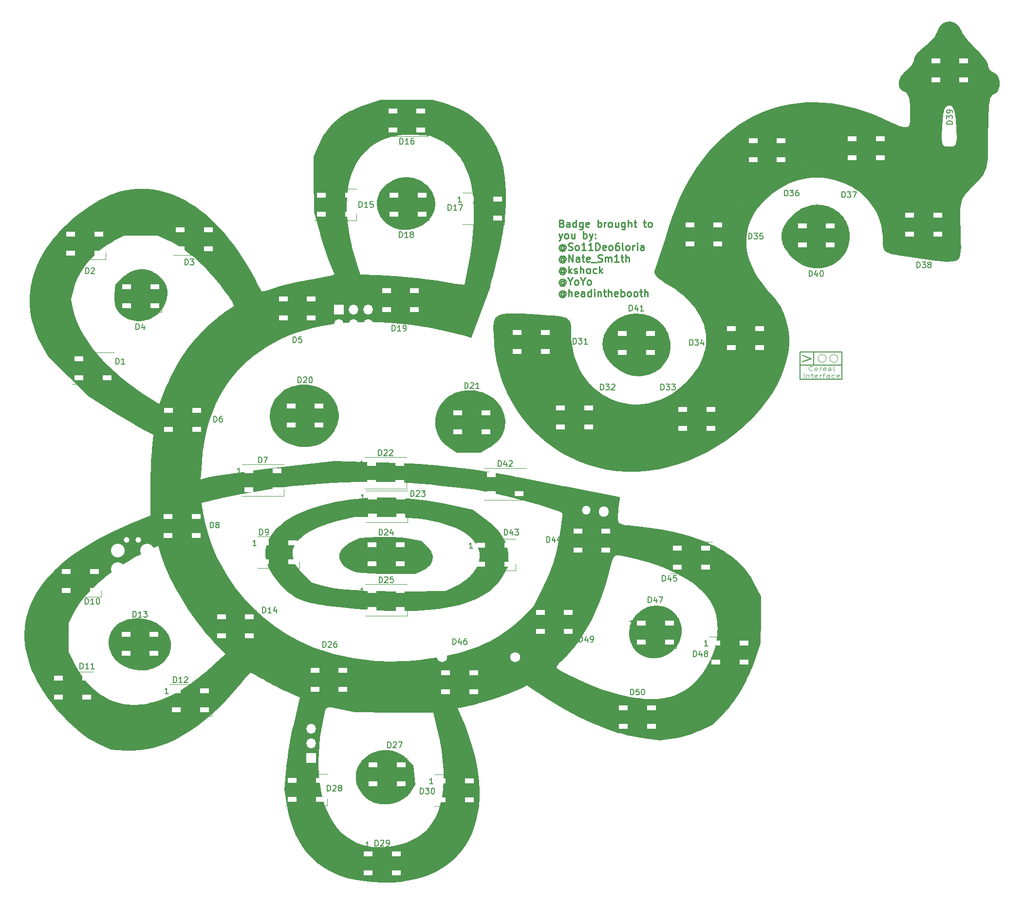
<source format=gbr>
%TF.GenerationSoftware,KiCad,Pcbnew,7.0.9*%
%TF.CreationDate,2023-12-28T12:53:37-06:00*%
%TF.ProjectId,bsidesPR,62736964-6573-4505-922e-6b696361645f,rev?*%
%TF.SameCoordinates,Original*%
%TF.FileFunction,Legend,Top*%
%TF.FilePolarity,Positive*%
%FSLAX46Y46*%
G04 Gerber Fmt 4.6, Leading zero omitted, Abs format (unit mm)*
G04 Created by KiCad (PCBNEW 7.0.9) date 2023-12-28 12:53:37*
%MOMM*%
%LPD*%
G01*
G04 APERTURE LIST*
%ADD10C,0.100000*%
%ADD11C,0.200000*%
%ADD12C,0.150000*%
%ADD13C,0.691262*%
%ADD14C,0.000000*%
%ADD15C,0.250000*%
%ADD16C,0.120000*%
%ADD17C,1.000000*%
%ADD18R,1.500000X0.900000*%
%ADD19R,1.700000X1.700000*%
%ADD20O,1.700000X1.700000*%
%ADD21O,1.800000X1.800000*%
%ADD22O,1.500000X1.500000*%
%ADD23C,2.374900*%
%ADD24C,0.990600*%
%ADD25C,1.734000*%
G04 APERTURE END LIST*
D10*
X166626570Y-89024585D02*
X166578951Y-89060300D01*
X166578951Y-89060300D02*
X166436094Y-89096014D01*
X166436094Y-89096014D02*
X166340856Y-89096014D01*
X166340856Y-89096014D02*
X166197999Y-89060300D01*
X166197999Y-89060300D02*
X166102761Y-88988871D01*
X166102761Y-88988871D02*
X166055142Y-88917442D01*
X166055142Y-88917442D02*
X166007523Y-88774585D01*
X166007523Y-88774585D02*
X166007523Y-88667442D01*
X166007523Y-88667442D02*
X166055142Y-88524585D01*
X166055142Y-88524585D02*
X166102761Y-88453157D01*
X166102761Y-88453157D02*
X166197999Y-88381728D01*
X166197999Y-88381728D02*
X166340856Y-88346014D01*
X166340856Y-88346014D02*
X166436094Y-88346014D01*
X166436094Y-88346014D02*
X166578951Y-88381728D01*
X166578951Y-88381728D02*
X166626570Y-88417442D01*
X167436094Y-89060300D02*
X167340856Y-89096014D01*
X167340856Y-89096014D02*
X167150380Y-89096014D01*
X167150380Y-89096014D02*
X167055142Y-89060300D01*
X167055142Y-89060300D02*
X167007523Y-88988871D01*
X167007523Y-88988871D02*
X167007523Y-88703157D01*
X167007523Y-88703157D02*
X167055142Y-88631728D01*
X167055142Y-88631728D02*
X167150380Y-88596014D01*
X167150380Y-88596014D02*
X167340856Y-88596014D01*
X167340856Y-88596014D02*
X167436094Y-88631728D01*
X167436094Y-88631728D02*
X167483713Y-88703157D01*
X167483713Y-88703157D02*
X167483713Y-88774585D01*
X167483713Y-88774585D02*
X167007523Y-88846014D01*
X167912285Y-89096014D02*
X167912285Y-88596014D01*
X167912285Y-88738871D02*
X167959904Y-88667442D01*
X167959904Y-88667442D02*
X168007523Y-88631728D01*
X168007523Y-88631728D02*
X168102761Y-88596014D01*
X168102761Y-88596014D02*
X168197999Y-88596014D01*
X168912285Y-89060300D02*
X168817047Y-89096014D01*
X168817047Y-89096014D02*
X168626571Y-89096014D01*
X168626571Y-89096014D02*
X168531333Y-89060300D01*
X168531333Y-89060300D02*
X168483714Y-88988871D01*
X168483714Y-88988871D02*
X168483714Y-88703157D01*
X168483714Y-88703157D02*
X168531333Y-88631728D01*
X168531333Y-88631728D02*
X168626571Y-88596014D01*
X168626571Y-88596014D02*
X168817047Y-88596014D01*
X168817047Y-88596014D02*
X168912285Y-88631728D01*
X168912285Y-88631728D02*
X168959904Y-88703157D01*
X168959904Y-88703157D02*
X168959904Y-88774585D01*
X168959904Y-88774585D02*
X168483714Y-88846014D01*
X169817047Y-89096014D02*
X169817047Y-88703157D01*
X169817047Y-88703157D02*
X169769428Y-88631728D01*
X169769428Y-88631728D02*
X169674190Y-88596014D01*
X169674190Y-88596014D02*
X169483714Y-88596014D01*
X169483714Y-88596014D02*
X169388476Y-88631728D01*
X169817047Y-89060300D02*
X169721809Y-89096014D01*
X169721809Y-89096014D02*
X169483714Y-89096014D01*
X169483714Y-89096014D02*
X169388476Y-89060300D01*
X169388476Y-89060300D02*
X169340857Y-88988871D01*
X169340857Y-88988871D02*
X169340857Y-88917442D01*
X169340857Y-88917442D02*
X169388476Y-88846014D01*
X169388476Y-88846014D02*
X169483714Y-88810300D01*
X169483714Y-88810300D02*
X169721809Y-88810300D01*
X169721809Y-88810300D02*
X169817047Y-88774585D01*
X170436095Y-89096014D02*
X170340857Y-89060300D01*
X170340857Y-89060300D02*
X170293238Y-88988871D01*
X170293238Y-88988871D02*
X170293238Y-88346014D01*
X165126571Y-90303514D02*
X165126571Y-89553514D01*
X165602761Y-89803514D02*
X165602761Y-90303514D01*
X165602761Y-89874942D02*
X165650380Y-89839228D01*
X165650380Y-89839228D02*
X165745618Y-89803514D01*
X165745618Y-89803514D02*
X165888475Y-89803514D01*
X165888475Y-89803514D02*
X165983713Y-89839228D01*
X165983713Y-89839228D02*
X166031332Y-89910657D01*
X166031332Y-89910657D02*
X166031332Y-90303514D01*
X166364666Y-89803514D02*
X166745618Y-89803514D01*
X166507523Y-89553514D02*
X166507523Y-90196371D01*
X166507523Y-90196371D02*
X166555142Y-90267800D01*
X166555142Y-90267800D02*
X166650380Y-90303514D01*
X166650380Y-90303514D02*
X166745618Y-90303514D01*
X167459904Y-90267800D02*
X167364666Y-90303514D01*
X167364666Y-90303514D02*
X167174190Y-90303514D01*
X167174190Y-90303514D02*
X167078952Y-90267800D01*
X167078952Y-90267800D02*
X167031333Y-90196371D01*
X167031333Y-90196371D02*
X167031333Y-89910657D01*
X167031333Y-89910657D02*
X167078952Y-89839228D01*
X167078952Y-89839228D02*
X167174190Y-89803514D01*
X167174190Y-89803514D02*
X167364666Y-89803514D01*
X167364666Y-89803514D02*
X167459904Y-89839228D01*
X167459904Y-89839228D02*
X167507523Y-89910657D01*
X167507523Y-89910657D02*
X167507523Y-89982085D01*
X167507523Y-89982085D02*
X167031333Y-90053514D01*
X167936095Y-90303514D02*
X167936095Y-89803514D01*
X167936095Y-89946371D02*
X167983714Y-89874942D01*
X167983714Y-89874942D02*
X168031333Y-89839228D01*
X168031333Y-89839228D02*
X168126571Y-89803514D01*
X168126571Y-89803514D02*
X168221809Y-89803514D01*
X168412286Y-89803514D02*
X168793238Y-89803514D01*
X168555143Y-90303514D02*
X168555143Y-89660657D01*
X168555143Y-89660657D02*
X168602762Y-89589228D01*
X168602762Y-89589228D02*
X168698000Y-89553514D01*
X168698000Y-89553514D02*
X168793238Y-89553514D01*
X169555143Y-90303514D02*
X169555143Y-89910657D01*
X169555143Y-89910657D02*
X169507524Y-89839228D01*
X169507524Y-89839228D02*
X169412286Y-89803514D01*
X169412286Y-89803514D02*
X169221810Y-89803514D01*
X169221810Y-89803514D02*
X169126572Y-89839228D01*
X169555143Y-90267800D02*
X169459905Y-90303514D01*
X169459905Y-90303514D02*
X169221810Y-90303514D01*
X169221810Y-90303514D02*
X169126572Y-90267800D01*
X169126572Y-90267800D02*
X169078953Y-90196371D01*
X169078953Y-90196371D02*
X169078953Y-90124942D01*
X169078953Y-90124942D02*
X169126572Y-90053514D01*
X169126572Y-90053514D02*
X169221810Y-90017800D01*
X169221810Y-90017800D02*
X169459905Y-90017800D01*
X169459905Y-90017800D02*
X169555143Y-89982085D01*
X170459905Y-90267800D02*
X170364667Y-90303514D01*
X170364667Y-90303514D02*
X170174191Y-90303514D01*
X170174191Y-90303514D02*
X170078953Y-90267800D01*
X170078953Y-90267800D02*
X170031334Y-90232085D01*
X170031334Y-90232085D02*
X169983715Y-90160657D01*
X169983715Y-90160657D02*
X169983715Y-89946371D01*
X169983715Y-89946371D02*
X170031334Y-89874942D01*
X170031334Y-89874942D02*
X170078953Y-89839228D01*
X170078953Y-89839228D02*
X170174191Y-89803514D01*
X170174191Y-89803514D02*
X170364667Y-89803514D01*
X170364667Y-89803514D02*
X170459905Y-89839228D01*
X171269429Y-90267800D02*
X171174191Y-90303514D01*
X171174191Y-90303514D02*
X170983715Y-90303514D01*
X170983715Y-90303514D02*
X170888477Y-90267800D01*
X170888477Y-90267800D02*
X170840858Y-90196371D01*
X170840858Y-90196371D02*
X170840858Y-89910657D01*
X170840858Y-89910657D02*
X170888477Y-89839228D01*
X170888477Y-89839228D02*
X170983715Y-89803514D01*
X170983715Y-89803514D02*
X171174191Y-89803514D01*
X171174191Y-89803514D02*
X171269429Y-89839228D01*
X171269429Y-89839228D02*
X171317048Y-89910657D01*
X171317048Y-89910657D02*
X171317048Y-89982085D01*
X171317048Y-89982085D02*
X170840858Y-90053514D01*
D11*
X164921422Y-86432004D02*
X166445232Y-87003433D01*
X166445232Y-87003433D02*
X164921422Y-87574861D01*
D12*
X164453000Y-85813000D02*
X166878000Y-85813000D01*
X166878000Y-88138000D01*
X164453000Y-88138000D01*
X164453000Y-85813000D01*
X164478000Y-85813000D02*
X171778000Y-85813000D01*
X171778000Y-90563000D01*
X164478000Y-90563000D01*
X164478000Y-85813000D01*
X166878000Y-85813000D02*
X171778000Y-85813000D01*
X171778000Y-88138000D01*
X166878000Y-88138000D01*
X166878000Y-85813000D01*
D13*
X165036346Y-53458033D02*
G75*
G03*
X165036346Y-53458033I-345631J0D01*
G01*
D14*
G36*
X49330188Y-132189272D02*
G01*
X49671848Y-132202061D01*
X50013664Y-132230931D01*
X50354406Y-132275864D01*
X50692844Y-132336841D01*
X51027748Y-132413847D01*
X51357889Y-132506861D01*
X51682037Y-132615869D01*
X51998963Y-132740850D01*
X52307437Y-132881789D01*
X52606228Y-133038667D01*
X52894108Y-133211467D01*
X53169847Y-133400171D01*
X53432215Y-133604762D01*
X53679982Y-133825221D01*
X53911919Y-134061532D01*
X54126796Y-134313677D01*
X54401414Y-134692800D01*
X54628429Y-135074217D01*
X54809421Y-135456513D01*
X54945966Y-135838277D01*
X55039643Y-136218096D01*
X55092030Y-136594557D01*
X55104704Y-136966249D01*
X55079245Y-137331757D01*
X55017229Y-137689670D01*
X54920235Y-138038575D01*
X54789841Y-138377059D01*
X54627626Y-138703710D01*
X54435166Y-139017115D01*
X54214040Y-139315862D01*
X53965826Y-139598537D01*
X53692102Y-139863729D01*
X53394446Y-140110025D01*
X53074437Y-140336012D01*
X52733652Y-140540277D01*
X52373668Y-140721409D01*
X51996065Y-140877993D01*
X51602420Y-141008619D01*
X51194312Y-141111873D01*
X50773317Y-141186342D01*
X50341015Y-141230614D01*
X49898984Y-141243276D01*
X49448800Y-141222916D01*
X48992043Y-141168121D01*
X48530291Y-141077479D01*
X48065121Y-140949577D01*
X47598111Y-140783002D01*
X47130840Y-140576342D01*
X46882724Y-140448858D01*
X46644807Y-140313034D01*
X46417218Y-140169237D01*
X46200085Y-140017834D01*
X45993538Y-139859194D01*
X45797706Y-139693686D01*
X45612717Y-139521676D01*
X45438700Y-139343533D01*
X45275786Y-139159625D01*
X45124102Y-138970320D01*
X44983779Y-138775986D01*
X44854944Y-138576991D01*
X44737727Y-138373703D01*
X44632257Y-138166490D01*
X44538663Y-137955719D01*
X44457074Y-137741760D01*
X44387619Y-137524980D01*
X44330427Y-137305747D01*
X44285628Y-137084428D01*
X44253349Y-136861393D01*
X44233721Y-136637009D01*
X44226872Y-136411644D01*
X44232932Y-136185665D01*
X44252028Y-135959442D01*
X44284291Y-135733342D01*
X44329850Y-135507733D01*
X44388833Y-135282983D01*
X44461370Y-135059460D01*
X44547589Y-134837532D01*
X44647620Y-134617568D01*
X44761591Y-134399934D01*
X44889632Y-134184999D01*
X45061347Y-133938235D01*
X45252915Y-133707821D01*
X45463106Y-133493742D01*
X45690689Y-133295979D01*
X45934433Y-133114515D01*
X46193107Y-132949334D01*
X46465480Y-132800418D01*
X46750321Y-132667749D01*
X47046399Y-132551311D01*
X47352484Y-132451087D01*
X47667343Y-132367058D01*
X47989747Y-132299209D01*
X48318465Y-132247521D01*
X48652265Y-132211978D01*
X48989916Y-132192562D01*
X49330188Y-132189256D01*
X49330188Y-132189272D01*
G37*
G36*
X107159796Y-92529587D02*
G01*
X107307521Y-92533785D01*
X107307521Y-92533571D01*
X107848626Y-92573908D01*
X108368777Y-92651616D01*
X108867168Y-92764735D01*
X109342991Y-92911306D01*
X109795440Y-93089370D01*
X110223709Y-93296966D01*
X110626990Y-93532135D01*
X111004477Y-93792917D01*
X111355363Y-94077354D01*
X111678841Y-94383485D01*
X111974104Y-94709351D01*
X112240346Y-95052993D01*
X112476760Y-95412450D01*
X112682539Y-95785764D01*
X112856876Y-96170974D01*
X112998966Y-96566122D01*
X113107999Y-96969247D01*
X113183171Y-97378391D01*
X113223674Y-97791593D01*
X113228702Y-98206894D01*
X113197447Y-98622335D01*
X113129103Y-99035956D01*
X113022864Y-99445797D01*
X112877922Y-99849899D01*
X112693471Y-100246303D01*
X112468703Y-100633048D01*
X112202813Y-101008175D01*
X111894993Y-101369725D01*
X111544437Y-101715739D01*
X111150337Y-102044256D01*
X110711888Y-102353317D01*
X110228282Y-102640962D01*
X108946704Y-103340135D01*
X106842952Y-103345140D01*
X104739719Y-103350145D01*
X103536182Y-102562593D01*
X103145289Y-102284752D01*
X102789258Y-101987097D01*
X102467641Y-101671388D01*
X102179986Y-101339389D01*
X101925844Y-100992860D01*
X101704764Y-100633562D01*
X101516296Y-100263259D01*
X101359991Y-99883711D01*
X101235397Y-99496680D01*
X101142065Y-99103927D01*
X101079545Y-98707214D01*
X101047387Y-98308303D01*
X101045140Y-97908955D01*
X101072354Y-97510932D01*
X101128579Y-97115995D01*
X101213366Y-96725906D01*
X101326263Y-96342427D01*
X101466821Y-95967319D01*
X101634590Y-95602344D01*
X101829119Y-95249264D01*
X102049958Y-94909839D01*
X102296657Y-94585833D01*
X102568767Y-94279005D01*
X102865836Y-93991118D01*
X103187416Y-93723934D01*
X103533055Y-93479213D01*
X103902303Y-93258719D01*
X104294711Y-93064211D01*
X104709828Y-92897452D01*
X105147204Y-92760204D01*
X105606389Y-92654228D01*
X106086932Y-92581285D01*
X106244258Y-92564890D01*
X106400253Y-92551575D01*
X106554905Y-92541294D01*
X106708199Y-92534000D01*
X106860121Y-92529649D01*
X107010658Y-92528193D01*
X107159796Y-92529587D01*
G37*
G36*
X167840478Y-60242471D02*
G01*
X168117256Y-60265840D01*
X168391543Y-60302090D01*
X168662854Y-60351028D01*
X168930706Y-60412463D01*
X169194616Y-60486204D01*
X169454100Y-60572059D01*
X169708675Y-60669836D01*
X169957856Y-60779344D01*
X170201160Y-60900391D01*
X170438104Y-61032786D01*
X170668204Y-61176337D01*
X170890977Y-61330853D01*
X171105938Y-61496141D01*
X171312604Y-61672010D01*
X171510492Y-61858270D01*
X171699118Y-62054727D01*
X171877998Y-62261191D01*
X172046648Y-62477470D01*
X172204586Y-62703372D01*
X172351328Y-62938706D01*
X172486389Y-63183280D01*
X172609286Y-63436903D01*
X172719536Y-63699383D01*
X172816655Y-63970529D01*
X172900160Y-64250148D01*
X172969566Y-64538050D01*
X173024391Y-64834042D01*
X173064150Y-65137934D01*
X173088360Y-65449533D01*
X173096538Y-65768648D01*
X173079315Y-66230347D01*
X173028640Y-66675965D01*
X172946000Y-67104913D01*
X172832883Y-67516600D01*
X172690777Y-67910436D01*
X172521170Y-68285831D01*
X172325551Y-68642196D01*
X172105406Y-68978939D01*
X171862225Y-69295471D01*
X171597495Y-69591202D01*
X171312705Y-69865542D01*
X171009341Y-70117900D01*
X170688893Y-70347687D01*
X170352847Y-70554312D01*
X170002693Y-70737186D01*
X169639919Y-70895718D01*
X169266011Y-71029318D01*
X168882459Y-71137396D01*
X168490750Y-71219362D01*
X168092372Y-71274626D01*
X167688813Y-71302598D01*
X167281562Y-71302688D01*
X166872106Y-71274305D01*
X166461933Y-71216860D01*
X166052531Y-71129763D01*
X165645389Y-71012423D01*
X165241994Y-70864251D01*
X164843834Y-70684655D01*
X164452398Y-70473047D01*
X164069173Y-70228836D01*
X163695647Y-69951432D01*
X163333308Y-69640245D01*
X163080716Y-69399823D01*
X162844419Y-69159103D01*
X162624419Y-68918106D01*
X162420716Y-68676851D01*
X162233308Y-68435358D01*
X162062197Y-68193647D01*
X161907382Y-67951738D01*
X161768864Y-67709650D01*
X161646642Y-67467404D01*
X161540716Y-67225020D01*
X161451086Y-66982516D01*
X161377753Y-66739913D01*
X161320716Y-66497231D01*
X161279975Y-66254490D01*
X161255531Y-66011708D01*
X161247382Y-65768907D01*
X161255531Y-65526106D01*
X161279975Y-65283325D01*
X161320716Y-65040584D01*
X161377753Y-64797902D01*
X161451086Y-64555299D01*
X161540716Y-64312795D01*
X161646642Y-64070410D01*
X161768864Y-63828164D01*
X161907382Y-63586077D01*
X162062197Y-63344168D01*
X162233308Y-63102457D01*
X162420716Y-62860964D01*
X162624419Y-62619709D01*
X162844419Y-62378712D01*
X163080716Y-62137992D01*
X163333308Y-61897569D01*
X163558378Y-61699086D01*
X163788032Y-61513886D01*
X164021908Y-61341824D01*
X164259643Y-61182758D01*
X164500873Y-61036542D01*
X164745237Y-60903033D01*
X164992372Y-60782086D01*
X165241914Y-60673559D01*
X165493501Y-60577307D01*
X165746770Y-60493185D01*
X166001357Y-60421050D01*
X166256901Y-60360758D01*
X166513039Y-60312165D01*
X166769407Y-60275127D01*
X167025642Y-60249500D01*
X167281383Y-60235140D01*
X167561693Y-60232174D01*
X167840478Y-60242471D01*
G37*
D13*
X171153605Y-45479622D02*
G75*
G03*
X171153605Y-45479622I-345631J0D01*
G01*
D14*
G36*
X93118066Y-118008390D02*
G01*
X93837732Y-118034376D01*
X94536767Y-118074689D01*
X95197410Y-118128496D01*
X95801901Y-118194968D01*
X96332477Y-118273271D01*
X98607272Y-118664980D01*
X99661990Y-119680941D01*
X99803240Y-119823427D01*
X99932891Y-119967448D01*
X100050991Y-120112798D01*
X100157587Y-120259271D01*
X100252727Y-120406661D01*
X100336459Y-120554762D01*
X100408830Y-120703369D01*
X100469888Y-120852275D01*
X100519681Y-121001276D01*
X100558255Y-121150165D01*
X100585659Y-121298736D01*
X100601941Y-121446784D01*
X100607148Y-121594103D01*
X100601327Y-121740487D01*
X100584526Y-121885730D01*
X100556793Y-122029627D01*
X100518176Y-122171971D01*
X100468722Y-122312558D01*
X100408478Y-122451180D01*
X100337493Y-122587633D01*
X100255813Y-122721710D01*
X100163487Y-122853206D01*
X100060563Y-122981916D01*
X99947087Y-123107632D01*
X99823107Y-123230150D01*
X99688672Y-123349263D01*
X99543828Y-123464767D01*
X99388623Y-123576454D01*
X99223105Y-123684120D01*
X99047322Y-123787558D01*
X98861320Y-123886563D01*
X98665149Y-123980928D01*
X97553073Y-124489427D01*
X93083064Y-124457430D01*
X92162970Y-124445984D01*
X91261619Y-124425536D01*
X90401808Y-124397229D01*
X89606333Y-124362207D01*
X88897990Y-124321616D01*
X88299575Y-124276597D01*
X87833885Y-124228297D01*
X87657935Y-124203273D01*
X87523715Y-124177858D01*
X87186157Y-124093084D01*
X86866981Y-123996868D01*
X86566313Y-123889833D01*
X86284278Y-123772607D01*
X86021003Y-123645814D01*
X85776613Y-123510079D01*
X85551233Y-123366027D01*
X85344989Y-123214284D01*
X85158006Y-123055476D01*
X84990410Y-122890227D01*
X84842327Y-122719163D01*
X84713881Y-122542908D01*
X84605199Y-122362089D01*
X84516406Y-122177331D01*
X84447628Y-121989258D01*
X84398990Y-121798496D01*
X84370618Y-121605671D01*
X84362636Y-121411407D01*
X84375172Y-121216330D01*
X84408350Y-121021066D01*
X84462296Y-120826238D01*
X84537135Y-120632474D01*
X84632993Y-120440397D01*
X84749996Y-120250634D01*
X84888268Y-120063810D01*
X85047937Y-119880549D01*
X85229126Y-119701477D01*
X85431962Y-119527220D01*
X85656570Y-119358402D01*
X85903076Y-119195650D01*
X86171605Y-119039587D01*
X86462283Y-118890840D01*
X87968135Y-118167894D01*
X91012912Y-118024752D01*
X91012904Y-118024706D01*
X91687891Y-118002723D01*
X92395533Y-117997562D01*
X93118066Y-118008390D01*
G37*
G36*
X102491802Y-42535662D02*
G01*
X103412582Y-42828891D01*
X104293363Y-43162393D01*
X105134046Y-43535867D01*
X105934531Y-43949008D01*
X106694720Y-44401514D01*
X107414513Y-44893082D01*
X108093811Y-45423410D01*
X108732515Y-45992195D01*
X109330525Y-46599133D01*
X109887742Y-47243923D01*
X110404067Y-47926262D01*
X110879401Y-48645846D01*
X111313644Y-49402373D01*
X111706698Y-50195540D01*
X112058462Y-51025045D01*
X112368839Y-51890585D01*
X112865030Y-53728557D01*
X113194478Y-55707035D01*
X113356388Y-57823596D01*
X113349967Y-60075819D01*
X113174421Y-62461282D01*
X112828956Y-64977562D01*
X112312779Y-67622237D01*
X111625095Y-70392885D01*
X111433430Y-71105608D01*
X111253574Y-71795563D01*
X111089063Y-72447598D01*
X110943435Y-73046562D01*
X110820227Y-73577301D01*
X110722978Y-74024663D01*
X110655223Y-74373495D01*
X110620502Y-74608644D01*
X107302875Y-83412248D01*
X105957127Y-82998675D01*
X104555289Y-82615362D01*
X103096389Y-82262078D01*
X101579454Y-81938591D01*
X100003511Y-81644669D01*
X98367587Y-81380080D01*
X96670710Y-81144593D01*
X94911907Y-80937975D01*
X93035640Y-80767150D01*
X91202371Y-80661866D01*
X89412962Y-80621521D01*
X87668278Y-80645512D01*
X85969180Y-80733236D01*
X84316531Y-80884090D01*
X82711194Y-81097473D01*
X81154031Y-81372780D01*
X79645907Y-81709410D01*
X78187682Y-82106760D01*
X76780221Y-82564228D01*
X75424386Y-83081209D01*
X74121039Y-83657103D01*
X72871044Y-84291305D01*
X71675264Y-84983214D01*
X70534560Y-85732227D01*
X69449796Y-86537741D01*
X68421835Y-87399154D01*
X67451540Y-88315862D01*
X66539773Y-89287263D01*
X65687397Y-90312755D01*
X64895275Y-91391735D01*
X64164269Y-92523600D01*
X63495243Y-93707747D01*
X62889060Y-94943573D01*
X62346581Y-96230477D01*
X61868670Y-97567856D01*
X61456190Y-98955106D01*
X61110003Y-100391625D01*
X60830973Y-101876811D01*
X60619962Y-103410060D01*
X60477832Y-104990770D01*
X60274745Y-108030367D01*
X60727432Y-107874834D01*
X61426066Y-107701981D01*
X62638442Y-107475430D01*
X66273660Y-106909012D01*
X70971576Y-106271145D01*
X76070682Y-105657396D01*
X83449558Y-104829546D01*
X91195857Y-105041414D01*
X94901781Y-105167181D01*
X98263804Y-105339521D01*
X101402817Y-105572390D01*
X104439710Y-105879747D01*
X107495373Y-106275550D01*
X110690697Y-106773756D01*
X114146573Y-107388324D01*
X117983890Y-108133211D01*
X120023847Y-108538282D01*
X121760838Y-108876762D01*
X123010947Y-109113215D01*
X123395947Y-109182108D01*
X123590259Y-109212206D01*
X123665759Y-109220201D01*
X133163890Y-111104845D01*
X133134990Y-111389574D01*
X132926373Y-112993933D01*
X132844940Y-113624908D01*
X132788979Y-114154957D01*
X132766157Y-114593985D01*
X132769570Y-114782462D01*
X132784141Y-114951899D01*
X132810831Y-115103534D01*
X132850598Y-115238606D01*
X132904399Y-115358352D01*
X132973193Y-115464012D01*
X133057939Y-115556823D01*
X133159595Y-115638024D01*
X133279118Y-115708853D01*
X133417469Y-115770548D01*
X133575604Y-115824348D01*
X133754482Y-115871492D01*
X134178301Y-115950760D01*
X134696592Y-116018262D01*
X135317023Y-116083901D01*
X136894969Y-116249224D01*
X138795507Y-116495429D01*
X140604319Y-116789096D01*
X142321702Y-117130373D01*
X143947952Y-117519407D01*
X145483368Y-117956348D01*
X146217105Y-118192830D01*
X146928245Y-118441344D01*
X147616825Y-118701909D01*
X148282882Y-118974544D01*
X148926453Y-119259266D01*
X149547574Y-119556095D01*
X150146284Y-119865049D01*
X150722619Y-120186146D01*
X151276617Y-120519406D01*
X151808315Y-120864846D01*
X152317749Y-121222486D01*
X152804957Y-121592344D01*
X153269975Y-121974438D01*
X153712842Y-122368786D01*
X154133595Y-122775409D01*
X154532269Y-123194323D01*
X154908903Y-123625548D01*
X155263534Y-124069102D01*
X155596198Y-124525004D01*
X155906933Y-124993272D01*
X156195776Y-125473925D01*
X156462764Y-125966982D01*
X157682338Y-128345125D01*
X157665233Y-132401201D01*
X157647639Y-136457796D01*
X156744334Y-139100023D01*
X156491846Y-139812562D01*
X156226162Y-140512090D01*
X155947672Y-141197926D01*
X155656766Y-141869390D01*
X155353832Y-142525802D01*
X155039259Y-143166482D01*
X154713437Y-143790750D01*
X154376754Y-144397924D01*
X154029599Y-144987326D01*
X153672362Y-145558274D01*
X153305431Y-146110089D01*
X152929195Y-146642090D01*
X152544043Y-147153597D01*
X152150365Y-147643930D01*
X151748549Y-148112408D01*
X151338985Y-148558351D01*
X149406795Y-150589754D01*
X147089626Y-151679613D01*
X146544630Y-151922403D01*
X145970735Y-152152683D01*
X145377666Y-152367457D01*
X144775148Y-152563726D01*
X144172906Y-152738494D01*
X143580668Y-152888761D01*
X143008156Y-153011532D01*
X142732338Y-153061669D01*
X142465099Y-153103807D01*
X140157222Y-153438158D01*
X137532573Y-153091921D01*
X136555387Y-152944028D01*
X135562314Y-152756125D01*
X134554085Y-152528509D01*
X133531428Y-152261479D01*
X132495073Y-151955332D01*
X131445750Y-151610367D01*
X130384189Y-151226882D01*
X129311118Y-150805176D01*
X128227268Y-150345545D01*
X127133368Y-149848289D01*
X126030147Y-149313705D01*
X124918335Y-148742092D01*
X123798662Y-148133748D01*
X122671856Y-147488971D01*
X121538649Y-146808059D01*
X120399768Y-146091310D01*
X116929698Y-143857851D01*
X116165920Y-144268679D01*
X115481298Y-144601013D01*
X114593001Y-144977159D01*
X113550089Y-145380066D01*
X112401620Y-145792684D01*
X111196654Y-146197963D01*
X109984250Y-146578850D01*
X108813466Y-146918297D01*
X107733363Y-147199251D01*
X104964534Y-147867952D01*
X105532985Y-149157274D01*
X106263952Y-150907730D01*
X106898019Y-152621575D01*
X107436424Y-154296910D01*
X107880405Y-155931838D01*
X108231199Y-157524457D01*
X108490043Y-159072871D01*
X108658177Y-160575179D01*
X108736836Y-162029483D01*
X108727259Y-163433884D01*
X108630683Y-164786483D01*
X108448347Y-166085381D01*
X108181486Y-167328679D01*
X107831340Y-168514478D01*
X107399146Y-169640879D01*
X106886140Y-170705984D01*
X106293562Y-171707893D01*
X105622648Y-172644708D01*
X104874637Y-173514529D01*
X104050765Y-174315457D01*
X103152271Y-175045594D01*
X102180391Y-175703041D01*
X101136364Y-176285899D01*
X100021428Y-176792268D01*
X98836819Y-177220251D01*
X97583776Y-177567947D01*
X96263535Y-177833458D01*
X94877336Y-178014886D01*
X93426414Y-178110330D01*
X91912008Y-178117893D01*
X90335356Y-178035675D01*
X88697695Y-177861777D01*
X87000262Y-177594301D01*
X86999744Y-177594301D01*
X85836793Y-177339586D01*
X84727547Y-177009890D01*
X83672897Y-176606170D01*
X82673732Y-176129383D01*
X81730941Y-175580486D01*
X80845414Y-174960436D01*
X80424402Y-174624028D01*
X80018040Y-174270190D01*
X79249708Y-173510706D01*
X78541309Y-172682939D01*
X77893732Y-171787848D01*
X77307866Y-170826389D01*
X76784601Y-169799518D01*
X76324826Y-168708194D01*
X75929431Y-167553374D01*
X75599305Y-166336013D01*
X75335338Y-165057070D01*
X74788081Y-161948732D01*
X75160152Y-158062670D01*
X75252198Y-157212288D01*
X75297254Y-156861245D01*
X80727608Y-156861245D01*
X80730725Y-158082221D01*
X80783772Y-159260976D01*
X80885876Y-160396220D01*
X81036163Y-161486669D01*
X81233762Y-162531034D01*
X81477798Y-163528028D01*
X81767399Y-164476364D01*
X82101692Y-165374755D01*
X82479803Y-166221914D01*
X82900861Y-167016554D01*
X83363992Y-167757387D01*
X83868323Y-168443127D01*
X84412980Y-169072486D01*
X84997092Y-169644178D01*
X85619786Y-170156915D01*
X86280187Y-170609410D01*
X86977423Y-171000376D01*
X87710622Y-171328525D01*
X88478910Y-171592572D01*
X89281414Y-171791227D01*
X90117262Y-171923206D01*
X90985579Y-171987220D01*
X91885495Y-171981982D01*
X92816135Y-171906205D01*
X93776626Y-171758602D01*
X94766096Y-171537885D01*
X95783672Y-171242769D01*
X96360170Y-171038073D01*
X96911214Y-170804311D01*
X97436751Y-170541675D01*
X97936728Y-170250354D01*
X98411092Y-169930541D01*
X98859789Y-169582427D01*
X99282768Y-169206202D01*
X99679974Y-168802059D01*
X100051356Y-168370187D01*
X100396859Y-167910779D01*
X100716432Y-167424024D01*
X101010020Y-166910116D01*
X101519033Y-165801599D01*
X101923474Y-164586757D01*
X102222918Y-163267121D01*
X102416944Y-161844217D01*
X102505125Y-160319577D01*
X102487039Y-158694728D01*
X102362261Y-156971200D01*
X102130368Y-155150522D01*
X101790935Y-153234223D01*
X101343540Y-151223833D01*
X100699138Y-148581102D01*
X93849429Y-148560900D01*
X86999721Y-148540193D01*
X84600902Y-148021364D01*
X83306757Y-147733423D01*
X83069393Y-147687173D01*
X82961870Y-147669121D01*
X82861357Y-147654747D01*
X82767534Y-147644270D01*
X82680080Y-147637911D01*
X82598672Y-147635890D01*
X82522990Y-147638429D01*
X82522983Y-147638521D01*
X82408709Y-147653501D01*
X82307987Y-147682796D01*
X82219335Y-147727427D01*
X82141274Y-147788417D01*
X82072321Y-147866787D01*
X82010997Y-147963558D01*
X81955820Y-148079752D01*
X81905310Y-148216391D01*
X81857985Y-148374495D01*
X81812365Y-148555086D01*
X81720317Y-148987818D01*
X81491519Y-150168077D01*
X81231894Y-151580858D01*
X81026563Y-152957853D01*
X80874654Y-154297773D01*
X80775293Y-155599333D01*
X80727608Y-156861245D01*
X75297254Y-156861245D01*
X75371338Y-156284028D01*
X75512580Y-155307856D01*
X75670930Y-154313740D01*
X75841398Y-153331646D01*
X76018991Y-152391542D01*
X76198716Y-151523396D01*
X76375583Y-150757173D01*
X77385341Y-146641649D01*
X77552776Y-145945055D01*
X75480548Y-145049501D01*
X75019527Y-144843411D01*
X74502917Y-144600494D01*
X73948205Y-144329692D01*
X73372878Y-144039944D01*
X72794424Y-143740191D01*
X72230331Y-143439376D01*
X71698085Y-143146437D01*
X71215175Y-142870317D01*
X70355598Y-142371920D01*
X69973867Y-142153926D01*
X69636724Y-141963758D01*
X69353582Y-141806683D01*
X69133854Y-141687965D01*
X68986952Y-141612873D01*
X68943753Y-141593332D01*
X68922290Y-141586672D01*
X68903988Y-141596758D01*
X68870061Y-141626351D01*
X68758785Y-141740073D01*
X68595364Y-141919863D01*
X68386699Y-142157747D01*
X67861245Y-142775899D01*
X67237636Y-143530733D01*
X66006244Y-144986922D01*
X64764874Y-146349880D01*
X63514940Y-147618785D01*
X62257856Y-148792818D01*
X60995037Y-149871159D01*
X59727895Y-150852989D01*
X58457844Y-151737486D01*
X57186300Y-152523832D01*
X55914675Y-153211206D01*
X54644384Y-153798789D01*
X53376840Y-154285760D01*
X52113457Y-154671299D01*
X50855649Y-154954587D01*
X49604831Y-155134803D01*
X48362416Y-155211128D01*
X47129817Y-155182741D01*
X44627128Y-155017366D01*
X42461887Y-154022081D01*
X41668165Y-153617512D01*
X40854382Y-153127053D01*
X40026874Y-152557743D01*
X39191977Y-151916620D01*
X38356028Y-151210722D01*
X37525364Y-150447087D01*
X36706321Y-149632754D01*
X35905235Y-148774759D01*
X35128444Y-147880142D01*
X34382284Y-146955941D01*
X33673091Y-146009194D01*
X33007202Y-145046938D01*
X32390954Y-144076212D01*
X31830682Y-143104054D01*
X31332724Y-142137503D01*
X30903417Y-141183596D01*
X30538939Y-140238147D01*
X30234159Y-139299762D01*
X29988894Y-138368710D01*
X29919910Y-138026094D01*
X37296813Y-138026094D01*
X38332408Y-140039400D01*
X38937303Y-141128824D01*
X39585993Y-142131170D01*
X40277049Y-143045771D01*
X40638018Y-143469957D01*
X41009043Y-143871956D01*
X41389944Y-144251684D01*
X41780544Y-144609057D01*
X42180663Y-144943992D01*
X42590124Y-145256405D01*
X43008747Y-145546212D01*
X43436354Y-145813330D01*
X43872767Y-146057675D01*
X44317806Y-146279163D01*
X44771293Y-146477712D01*
X45233050Y-146653236D01*
X45702897Y-146805653D01*
X46180657Y-146934879D01*
X46666151Y-147040830D01*
X47159199Y-147123423D01*
X47659624Y-147182574D01*
X48167246Y-147218199D01*
X48681888Y-147230215D01*
X49203370Y-147218538D01*
X49731514Y-147183085D01*
X50266141Y-147123771D01*
X50807073Y-147040514D01*
X51354131Y-146933229D01*
X52465911Y-146646242D01*
X53045306Y-146459952D01*
X53631442Y-146245129D01*
X54224311Y-146001777D01*
X54823905Y-145729904D01*
X55430217Y-145429513D01*
X56043238Y-145100610D01*
X56662961Y-144743200D01*
X57289378Y-144357288D01*
X57922481Y-143942880D01*
X58562261Y-143499982D01*
X59208713Y-143028597D01*
X59861826Y-142528732D01*
X60521594Y-142000391D01*
X61188009Y-141443580D01*
X61861063Y-140858305D01*
X62109484Y-140633988D01*
X122171293Y-140633988D01*
X122180592Y-140699272D01*
X122202873Y-140763277D01*
X122238287Y-140826611D01*
X122286982Y-140889885D01*
X122349107Y-140953706D01*
X122424812Y-141018685D01*
X122514245Y-141085429D01*
X122734892Y-141226653D01*
X123012241Y-141382251D01*
X123347484Y-141557094D01*
X124196422Y-141984011D01*
X125566087Y-142652240D01*
X126904964Y-143263440D01*
X128212401Y-143817471D01*
X129487743Y-144314196D01*
X130730337Y-144753478D01*
X131939530Y-145135177D01*
X133114668Y-145459157D01*
X134255098Y-145725279D01*
X135360166Y-145933405D01*
X136429219Y-146083399D01*
X137461603Y-146175121D01*
X138456665Y-146208434D01*
X139413752Y-146183200D01*
X140332209Y-146099282D01*
X141211385Y-145956541D01*
X142050624Y-145754839D01*
X142584658Y-145584761D01*
X143106588Y-145380316D01*
X143615693Y-145142967D01*
X144111250Y-144874178D01*
X144592538Y-144575414D01*
X145058835Y-144248140D01*
X145509420Y-143893818D01*
X145943570Y-143513915D01*
X146360564Y-143109895D01*
X146759679Y-142683220D01*
X147140195Y-142235357D01*
X147501389Y-141767769D01*
X148162925Y-140779276D01*
X148738511Y-139729456D01*
X149222375Y-138630024D01*
X149608741Y-137492694D01*
X149891835Y-136329181D01*
X149992850Y-135741267D01*
X150065882Y-135151200D01*
X150110209Y-134560444D01*
X150125109Y-133970465D01*
X150109859Y-133382726D01*
X150063740Y-132798692D01*
X149986027Y-132219826D01*
X149876001Y-131647594D01*
X149732938Y-131083459D01*
X149556117Y-130528887D01*
X149267411Y-129848779D01*
X148886111Y-129176286D01*
X148415858Y-128513717D01*
X147860296Y-127863379D01*
X147223065Y-127227580D01*
X146507808Y-126608628D01*
X145718165Y-126008832D01*
X144857780Y-125430498D01*
X143930293Y-124875935D01*
X142939346Y-124347451D01*
X141888582Y-123847353D01*
X140781642Y-123377950D01*
X139622167Y-122941549D01*
X138413800Y-122540459D01*
X137160182Y-122176987D01*
X135864955Y-121853441D01*
X133944747Y-121395515D01*
X133593405Y-121320142D01*
X133434256Y-121290052D01*
X133285447Y-121265447D01*
X133146472Y-121246641D01*
X133016825Y-121233950D01*
X132895999Y-121227686D01*
X132783488Y-121228167D01*
X132613081Y-121244796D01*
X132462035Y-121282488D01*
X132328006Y-121342699D01*
X132208652Y-121426885D01*
X132101631Y-121536503D01*
X132004599Y-121673008D01*
X131915215Y-121837857D01*
X131831136Y-122032507D01*
X131750019Y-122258413D01*
X131669521Y-122517031D01*
X131501013Y-123138230D01*
X131068355Y-124837252D01*
X130757787Y-125954597D01*
X130420720Y-127050628D01*
X130058171Y-128123433D01*
X129671155Y-129171102D01*
X129260689Y-130191725D01*
X128827789Y-131183389D01*
X128373471Y-132144186D01*
X127898751Y-133072204D01*
X127404644Y-133965533D01*
X126892169Y-134822262D01*
X126362339Y-135640480D01*
X125816172Y-136418277D01*
X125254684Y-137153742D01*
X124678890Y-137844964D01*
X124089808Y-138490033D01*
X123488452Y-139087038D01*
X122883275Y-139657234D01*
X122647259Y-139888365D01*
X122457214Y-140090017D01*
X122379803Y-140181310D01*
X122314333Y-140267061D01*
X122260951Y-140347877D01*
X122219807Y-140424369D01*
X122191050Y-140497146D01*
X122174829Y-140566816D01*
X122171293Y-140633988D01*
X62109484Y-140633988D01*
X62540748Y-140244570D01*
X64546828Y-138399721D01*
X62446696Y-136185396D01*
X61731608Y-135406282D01*
X61023006Y-134584868D01*
X60323799Y-133725940D01*
X59636896Y-132834285D01*
X58965205Y-131914687D01*
X58311636Y-130971934D01*
X57679099Y-130010811D01*
X57070501Y-129036104D01*
X56488751Y-128052600D01*
X55936760Y-127065084D01*
X55417435Y-126078342D01*
X54933685Y-125097161D01*
X54488421Y-124126327D01*
X54084549Y-123170625D01*
X53724981Y-122234841D01*
X53412624Y-121323763D01*
X52845733Y-119556948D01*
X50956447Y-120475740D01*
X49837524Y-121038561D01*
X48754216Y-121621211D01*
X47708336Y-122222178D01*
X46701695Y-122839946D01*
X45736109Y-123473002D01*
X44813389Y-124119832D01*
X43935349Y-124778921D01*
X43103801Y-125448755D01*
X42320560Y-126127820D01*
X41587439Y-126814603D01*
X40906249Y-127507588D01*
X40278805Y-128205262D01*
X39706920Y-128906110D01*
X39192406Y-129608618D01*
X38737077Y-130311273D01*
X38342746Y-131012560D01*
X37296813Y-133028978D01*
X37296813Y-138026094D01*
X29919910Y-138026094D01*
X29802964Y-137445265D01*
X29676185Y-136529696D01*
X29608376Y-135622276D01*
X29599354Y-134723275D01*
X29648938Y-133832964D01*
X29756946Y-132951615D01*
X29923196Y-132079500D01*
X30147504Y-131216888D01*
X30429691Y-130364052D01*
X30769572Y-129521263D01*
X31166967Y-128688792D01*
X31621694Y-127866910D01*
X32133569Y-127055889D01*
X32702412Y-126256000D01*
X33328041Y-125467513D01*
X34010272Y-124690701D01*
X34748924Y-123925834D01*
X35543816Y-123173184D01*
X36394764Y-122433021D01*
X37301588Y-121705618D01*
X38264104Y-120991246D01*
X40355488Y-119602677D01*
X42667459Y-118269485D01*
X45198561Y-116993839D01*
X47947337Y-115777910D01*
X51497508Y-114304613D01*
X51506104Y-112108309D01*
X60374469Y-112108309D01*
X60579623Y-113402803D01*
X60800935Y-114632074D01*
X61072204Y-115844799D01*
X61392300Y-117039875D01*
X61760096Y-118216200D01*
X62174464Y-119372672D01*
X62634275Y-120508188D01*
X63138402Y-121621646D01*
X63685716Y-122711944D01*
X64905393Y-124818649D01*
X66284281Y-126819484D01*
X67813353Y-128705630D01*
X69483587Y-130468267D01*
X71285954Y-132098578D01*
X73211431Y-133587743D01*
X75250993Y-134926943D01*
X77395613Y-136107359D01*
X78504499Y-136635267D01*
X79636266Y-137120173D01*
X80789785Y-137560972D01*
X81963927Y-137956564D01*
X83157566Y-138305846D01*
X84369571Y-138607715D01*
X85598816Y-138861069D01*
X86844173Y-139064806D01*
X90066196Y-139522661D01*
X90785731Y-139597896D01*
X91664642Y-139646363D01*
X92667415Y-139668577D01*
X93758534Y-139665050D01*
X94902485Y-139636296D01*
X96063753Y-139582826D01*
X97206825Y-139505155D01*
X98296184Y-139403795D01*
X99744092Y-139229925D01*
X101134798Y-139025662D01*
X102470098Y-138790296D01*
X103751785Y-138523121D01*
X104981652Y-138223426D01*
X106161494Y-137890504D01*
X107293103Y-137523645D01*
X108378275Y-137122141D01*
X109418803Y-136685283D01*
X110416480Y-136212363D01*
X111373100Y-135702673D01*
X112290458Y-135155502D01*
X113170347Y-134570144D01*
X114014560Y-133945888D01*
X114824893Y-133282027D01*
X115603137Y-132577852D01*
X118063968Y-130240007D01*
X119691257Y-126976122D01*
X120029416Y-126276030D01*
X120366686Y-125537059D01*
X120694126Y-124781520D01*
X121002796Y-124031721D01*
X121283757Y-123309973D01*
X121528067Y-122638586D01*
X121726786Y-122039870D01*
X121870975Y-121536135D01*
X122123974Y-120462506D01*
X122373324Y-119267875D01*
X122606726Y-118028916D01*
X122811878Y-116822307D01*
X122976480Y-115724724D01*
X123088231Y-114812843D01*
X123120443Y-114450502D01*
X123134830Y-114163340D01*
X123129854Y-113960942D01*
X123119624Y-113894524D01*
X123103976Y-113852892D01*
X122897770Y-113708980D01*
X122446308Y-113512417D01*
X120929907Y-112993546D01*
X118799355Y-112360699D01*
X116299229Y-111678295D01*
X113674110Y-111010755D01*
X111168577Y-110422499D01*
X109027209Y-109977946D01*
X108169518Y-109829690D01*
X107494586Y-109741518D01*
X105236281Y-109495182D01*
X101846355Y-109100222D01*
X100174236Y-108916880D01*
X98475248Y-108762529D01*
X96752010Y-108637027D01*
X95007141Y-108540230D01*
X93243262Y-108471993D01*
X91462990Y-108432173D01*
X89668947Y-108420628D01*
X87863750Y-108437212D01*
X84837392Y-108526940D01*
X81799393Y-108693674D01*
X78761856Y-108936708D01*
X75736886Y-109255337D01*
X72736585Y-109648853D01*
X69773057Y-110116552D01*
X66858407Y-110657726D01*
X64004737Y-111271669D01*
X60374469Y-112108309D01*
X51506104Y-112108309D01*
X51515598Y-109682680D01*
X51524517Y-108705371D01*
X51543092Y-107699310D01*
X51604661Y-105716007D01*
X51645379Y-104796301D01*
X51691202Y-103962916D01*
X51740994Y-103244621D01*
X51793617Y-102670183D01*
X52054065Y-100280138D01*
X50370963Y-99406282D01*
X49952919Y-99180432D01*
X49408241Y-98872588D01*
X48030899Y-98065658D01*
X46422770Y-97094984D01*
X44767688Y-96070055D01*
X40846996Y-93608202D01*
X37280288Y-90163454D01*
X33713582Y-86719210D01*
X32398416Y-84232027D01*
X32003882Y-83439344D01*
X31656140Y-82642188D01*
X31354928Y-81841237D01*
X31099986Y-81037172D01*
X30891052Y-80230672D01*
X30727866Y-79422417D01*
X30610167Y-78613087D01*
X30537695Y-77803363D01*
X30510188Y-76993923D01*
X30515910Y-76724947D01*
X37714355Y-76724947D01*
X38069373Y-78428713D01*
X38313801Y-79394067D01*
X38645730Y-80369778D01*
X39063280Y-81353671D01*
X39564571Y-82343569D01*
X40147725Y-83337295D01*
X40810862Y-84332674D01*
X41552101Y-85327529D01*
X42369563Y-86319685D01*
X43261368Y-87306964D01*
X44225638Y-88287190D01*
X45260491Y-89258188D01*
X46364049Y-90217781D01*
X47534432Y-91163792D01*
X48769761Y-92094046D01*
X50068154Y-93006366D01*
X51427734Y-93898577D01*
X53064326Y-94936754D01*
X54092170Y-92304872D01*
X54330836Y-91724741D01*
X54615744Y-91084034D01*
X54936205Y-90403885D01*
X55281531Y-89705427D01*
X55641031Y-89009795D01*
X56004018Y-88338121D01*
X56359803Y-87711540D01*
X56697696Y-87151186D01*
X57055490Y-86594916D01*
X57430465Y-86042259D01*
X57821430Y-85494508D01*
X58227195Y-84952958D01*
X58646571Y-84418902D01*
X59078368Y-83893635D01*
X59521395Y-83378451D01*
X59974463Y-82874643D01*
X60436382Y-82383506D01*
X60905961Y-81906334D01*
X61382011Y-81444421D01*
X61863342Y-80999061D01*
X62348764Y-80571548D01*
X62837087Y-80163175D01*
X63327121Y-79775237D01*
X63817676Y-79409029D01*
X64569814Y-78863025D01*
X65227275Y-78382662D01*
X65719309Y-78019898D01*
X65975166Y-77826692D01*
X65996082Y-77790838D01*
X65997564Y-77733273D01*
X65945343Y-77557162D01*
X65824750Y-77306657D01*
X65642033Y-76990057D01*
X65403440Y-76615660D01*
X65115217Y-76191765D01*
X64414872Y-75228672D01*
X63590979Y-74167166D01*
X62693517Y-73073636D01*
X61772465Y-72014467D01*
X61318711Y-71518514D01*
X60877803Y-71056047D01*
X60508947Y-70686183D01*
X60132061Y-70323951D01*
X59747842Y-69969858D01*
X59356985Y-69624409D01*
X58960186Y-69288111D01*
X58558141Y-68961470D01*
X58151546Y-68644991D01*
X57741096Y-68339180D01*
X57327487Y-68044543D01*
X56911415Y-67761587D01*
X56493576Y-67490817D01*
X56074666Y-67232739D01*
X55655380Y-66987858D01*
X55236415Y-66756682D01*
X54818466Y-66539716D01*
X54402229Y-66337465D01*
X52788375Y-65580400D01*
X46978912Y-65580400D01*
X45277717Y-66488375D01*
X44627289Y-66855083D01*
X43998848Y-67248724D01*
X43393704Y-67667762D01*
X42813170Y-68110662D01*
X42258559Y-68575888D01*
X41731182Y-69061903D01*
X41232353Y-69567173D01*
X40763383Y-70090162D01*
X40325584Y-70629334D01*
X39920270Y-71183153D01*
X39548752Y-71750084D01*
X39212343Y-72328591D01*
X38912354Y-72917138D01*
X38650099Y-73514189D01*
X38426889Y-74118209D01*
X38244037Y-74727663D01*
X37714355Y-76724947D01*
X30515910Y-76724947D01*
X30527387Y-76185447D01*
X30589029Y-75378617D01*
X30694855Y-74574110D01*
X30844603Y-73772608D01*
X31038013Y-72974789D01*
X31274824Y-72181334D01*
X31554775Y-71392923D01*
X31877606Y-70610236D01*
X32243056Y-69833951D01*
X32650863Y-69064750D01*
X33100768Y-68303312D01*
X33592509Y-67550317D01*
X34125826Y-66806444D01*
X34700458Y-66072374D01*
X35316144Y-65348786D01*
X35972623Y-64636361D01*
X36669635Y-63935777D01*
X37406919Y-63247715D01*
X38184214Y-62572855D01*
X39001259Y-61911877D01*
X39857794Y-61265460D01*
X40753557Y-60634284D01*
X41688289Y-60019029D01*
X42601245Y-59473607D01*
X43520627Y-58994351D01*
X44445570Y-58580854D01*
X45375212Y-58232705D01*
X46308687Y-57949494D01*
X47245132Y-57730812D01*
X48183683Y-57576249D01*
X49123475Y-57485394D01*
X50063645Y-57457838D01*
X51003329Y-57493172D01*
X51941661Y-57590985D01*
X52877779Y-57750868D01*
X53810819Y-57972411D01*
X54739915Y-58255204D01*
X55664205Y-58598837D01*
X56582824Y-59002901D01*
X57494907Y-59466985D01*
X58399592Y-59990681D01*
X59296013Y-60573577D01*
X60183308Y-61215265D01*
X61060611Y-61915334D01*
X61927059Y-62673375D01*
X62781787Y-63488977D01*
X63623932Y-64361732D01*
X64452630Y-65291229D01*
X65267016Y-66277058D01*
X66066226Y-67318810D01*
X66849397Y-68416075D01*
X67615663Y-69568443D01*
X68364162Y-70775505D01*
X69094030Y-72036849D01*
X69804401Y-73352068D01*
X70189914Y-74084527D01*
X70520068Y-74700010D01*
X70653433Y-74943684D01*
X70759814Y-75133870D01*
X70834831Y-75262489D01*
X70859209Y-75301185D01*
X70874103Y-75321459D01*
X70896725Y-75327917D01*
X70943779Y-75326076D01*
X71105934Y-75298924D01*
X71350071Y-75242853D01*
X71665694Y-75160713D01*
X72042306Y-75055356D01*
X72469411Y-74929631D01*
X72936513Y-74786389D01*
X73433116Y-74628481D01*
X73988381Y-74458253D01*
X74623601Y-74279697D01*
X75316489Y-74098134D01*
X76044756Y-73918884D01*
X76786115Y-73747266D01*
X77518278Y-73588601D01*
X78218957Y-73448208D01*
X78865863Y-73331407D01*
X80087284Y-73120890D01*
X81217288Y-72917677D01*
X82130049Y-72744853D01*
X82465643Y-72677052D01*
X82699741Y-72625505D01*
X83563251Y-72419313D01*
X82761233Y-70554308D01*
X82579600Y-70106647D01*
X82370351Y-69547942D01*
X82140908Y-68900515D01*
X81898690Y-68186687D01*
X81405615Y-66649117D01*
X81169598Y-65870016D01*
X80950488Y-65113802D01*
X79940730Y-61539354D01*
X79936054Y-60085863D01*
X85662971Y-60085863D01*
X85667150Y-61117083D01*
X85815066Y-63283796D01*
X86151702Y-65583632D01*
X86680231Y-68009500D01*
X87403827Y-70554308D01*
X87993457Y-72419313D01*
X91047015Y-72499910D01*
X92404949Y-72561343D01*
X94051466Y-72675787D01*
X95872828Y-72831380D01*
X97755296Y-73016262D01*
X99585130Y-73218571D01*
X101248591Y-73426446D01*
X102631941Y-73628026D01*
X103621440Y-73811449D01*
X103862284Y-73863315D01*
X104113889Y-73912934D01*
X104368823Y-73959134D01*
X104619651Y-74000740D01*
X104858939Y-74036577D01*
X105079253Y-74065471D01*
X105273159Y-74086249D01*
X105433223Y-74097734D01*
X106114833Y-74129228D01*
X106633151Y-71564531D01*
X107048256Y-69330045D01*
X107368120Y-67205575D01*
X107592743Y-65191132D01*
X107669339Y-64225173D01*
X107722126Y-63286723D01*
X107751103Y-62375786D01*
X107756271Y-61492361D01*
X107737629Y-60636450D01*
X107695178Y-59808053D01*
X107628917Y-59007174D01*
X107538847Y-58233811D01*
X107424969Y-57487967D01*
X107287281Y-56769644D01*
X107125785Y-56078841D01*
X106940480Y-55415561D01*
X106731366Y-54779804D01*
X106498444Y-54171573D01*
X106241714Y-53590867D01*
X105961175Y-53037688D01*
X105656829Y-52512038D01*
X105328674Y-52013918D01*
X104976711Y-51543329D01*
X104600941Y-51100272D01*
X104201363Y-50684748D01*
X103777977Y-50296759D01*
X103330785Y-49936306D01*
X102859784Y-49603390D01*
X102364977Y-49298012D01*
X101846362Y-49020174D01*
X100232509Y-48217119D01*
X97457484Y-48081209D01*
X97457477Y-48081255D01*
X96504217Y-48061602D01*
X95588223Y-48097389D01*
X94709890Y-48187730D01*
X93869616Y-48331739D01*
X93067796Y-48528529D01*
X92304829Y-48777214D01*
X91581109Y-49076908D01*
X90897034Y-49426723D01*
X90253001Y-49825775D01*
X89649405Y-50273175D01*
X89086644Y-50768039D01*
X88565114Y-51309479D01*
X88085212Y-51896609D01*
X87647335Y-52528543D01*
X87251878Y-53204395D01*
X86899239Y-53923277D01*
X86589814Y-54684304D01*
X86324000Y-55486589D01*
X86102193Y-56329245D01*
X85924790Y-57211388D01*
X85792188Y-58132129D01*
X85704782Y-59090583D01*
X85662971Y-60085863D01*
X79936054Y-60085863D01*
X79925227Y-56720522D01*
X79909724Y-51902208D01*
X80641460Y-50147280D01*
X80944886Y-49462997D01*
X81270003Y-48815292D01*
X81618307Y-48202849D01*
X81991293Y-47624352D01*
X82390456Y-47078485D01*
X82817291Y-46563931D01*
X83273294Y-46079375D01*
X83759959Y-45623500D01*
X84278781Y-45194990D01*
X84831257Y-44792528D01*
X85418881Y-44414800D01*
X86043149Y-44060488D01*
X86705555Y-43728277D01*
X87407595Y-43416849D01*
X88150764Y-43124891D01*
X88936557Y-42851084D01*
X91518314Y-42003076D01*
X96036899Y-41988573D01*
X100555484Y-41973574D01*
X102491802Y-42535662D01*
G37*
G36*
X139641778Y-129974374D02*
G01*
X139799766Y-129980343D01*
X139957273Y-129991653D01*
X140114136Y-130008315D01*
X140270192Y-130030342D01*
X140425279Y-130057747D01*
X140579232Y-130090544D01*
X140731889Y-130128744D01*
X140883088Y-130172362D01*
X141032664Y-130221409D01*
X141180454Y-130275898D01*
X141326297Y-130335843D01*
X141470029Y-130401256D01*
X141611486Y-130472151D01*
X141750505Y-130548539D01*
X141886925Y-130630434D01*
X142020581Y-130717849D01*
X142151310Y-130810796D01*
X142278950Y-130909289D01*
X142403337Y-131013340D01*
X142524308Y-131122962D01*
X142641701Y-131238168D01*
X142755352Y-131358971D01*
X142865099Y-131485384D01*
X142970777Y-131617419D01*
X143072224Y-131755089D01*
X143169278Y-131898408D01*
X143261775Y-132047388D01*
X143349551Y-132202042D01*
X143432445Y-132362383D01*
X143590481Y-132718631D01*
X143715281Y-133076165D01*
X143807917Y-133433856D01*
X143869461Y-133790574D01*
X143900985Y-134145190D01*
X143903562Y-134496575D01*
X143878263Y-134843599D01*
X143826160Y-135185132D01*
X143748327Y-135520047D01*
X143645834Y-135847213D01*
X143519754Y-136165500D01*
X143371160Y-136473781D01*
X143201122Y-136770924D01*
X143010715Y-137055802D01*
X142801008Y-137327284D01*
X142573076Y-137584242D01*
X142327989Y-137825545D01*
X142066820Y-138050066D01*
X141790641Y-138256673D01*
X141500524Y-138444239D01*
X141197542Y-138611633D01*
X140882766Y-138757727D01*
X140557268Y-138881391D01*
X140222122Y-138981495D01*
X139878398Y-139056911D01*
X139527169Y-139106509D01*
X139169507Y-139129160D01*
X138806485Y-139123734D01*
X138439174Y-139089102D01*
X138068647Y-139024135D01*
X137695975Y-138927703D01*
X137322231Y-138798677D01*
X137130998Y-138717449D01*
X136945859Y-138625416D01*
X136766984Y-138523018D01*
X136594546Y-138410697D01*
X136428717Y-138288894D01*
X136269667Y-138158050D01*
X136117568Y-138018606D01*
X135972593Y-137871004D01*
X135834912Y-137715685D01*
X135704697Y-137553089D01*
X135582121Y-137383658D01*
X135467354Y-137207833D01*
X135261936Y-136838766D01*
X135089816Y-136449417D01*
X134952368Y-136043315D01*
X134850964Y-135623989D01*
X134786977Y-135194969D01*
X134761781Y-134759783D01*
X134764159Y-134540981D01*
X134776749Y-134321962D01*
X134799723Y-134103165D01*
X134833253Y-133885033D01*
X134877511Y-133668006D01*
X134932668Y-133452526D01*
X134998896Y-133239034D01*
X135076366Y-133027971D01*
X135148469Y-132855283D01*
X135225796Y-132687477D01*
X135395470Y-132366564D01*
X135584084Y-132065335D01*
X135790335Y-131783897D01*
X136012919Y-131522353D01*
X136250533Y-131280808D01*
X136501874Y-131059367D01*
X136765638Y-130858135D01*
X137040521Y-130677217D01*
X137325220Y-130516716D01*
X137618432Y-130376739D01*
X137918853Y-130257389D01*
X138225180Y-130158771D01*
X138536109Y-130080990D01*
X138850337Y-130024152D01*
X139166560Y-129988359D01*
X139166560Y-129988375D01*
X139325012Y-129978402D01*
X139483473Y-129973731D01*
X139641778Y-129974374D01*
G37*
D13*
X186611639Y-51878341D02*
G75*
G03*
X186611639Y-51878341I-345631J0D01*
G01*
D14*
G36*
X96214515Y-55455803D02*
G01*
X96458381Y-55470899D01*
X96700385Y-55496917D01*
X96940111Y-55533689D01*
X97177144Y-55581043D01*
X97411067Y-55638811D01*
X97641464Y-55706823D01*
X97867921Y-55784908D01*
X98090020Y-55872897D01*
X98307346Y-55970620D01*
X98519483Y-56077908D01*
X98726015Y-56194590D01*
X98926526Y-56320497D01*
X99120601Y-56455459D01*
X99307823Y-56599306D01*
X99487777Y-56751869D01*
X99660047Y-56912977D01*
X99824216Y-57082462D01*
X99979870Y-57260152D01*
X100126591Y-57445879D01*
X100263965Y-57639472D01*
X100391575Y-57840761D01*
X100509005Y-58049578D01*
X100615841Y-58265752D01*
X100711664Y-58489113D01*
X100796061Y-58719492D01*
X100868614Y-58956719D01*
X100928909Y-59200623D01*
X100976529Y-59451036D01*
X101011058Y-59707787D01*
X101032080Y-59970707D01*
X101039180Y-60239626D01*
X101028125Y-60512482D01*
X100995513Y-60780913D01*
X100942172Y-61044431D01*
X100868930Y-61302545D01*
X100776615Y-61554765D01*
X100666056Y-61800600D01*
X100538079Y-62039561D01*
X100393515Y-62271158D01*
X100233190Y-62494900D01*
X100057933Y-62710297D01*
X99868571Y-62916859D01*
X99665934Y-63114097D01*
X99450849Y-63301519D01*
X99224145Y-63478637D01*
X98986649Y-63644959D01*
X98739189Y-63799995D01*
X98482595Y-63943256D01*
X98217693Y-64074252D01*
X97945312Y-64192492D01*
X97666281Y-64297486D01*
X97381427Y-64388744D01*
X97091578Y-64465776D01*
X96797563Y-64528092D01*
X96500210Y-64575202D01*
X96200346Y-64606616D01*
X95898801Y-64621842D01*
X95596401Y-64620393D01*
X95293976Y-64601776D01*
X94992354Y-64565503D01*
X94692361Y-64511083D01*
X94394828Y-64438026D01*
X94100581Y-64345842D01*
X93784594Y-64224703D01*
X93483945Y-64087483D01*
X93198817Y-63935039D01*
X92929389Y-63768231D01*
X92675845Y-63587919D01*
X92438365Y-63394961D01*
X92217131Y-63190216D01*
X92012324Y-62974544D01*
X91824126Y-62748802D01*
X91652719Y-62513851D01*
X91498284Y-62270550D01*
X91361002Y-62019756D01*
X91241054Y-61762330D01*
X91138624Y-61499131D01*
X91053891Y-61231017D01*
X90987037Y-60958847D01*
X90938244Y-60683481D01*
X90907694Y-60405777D01*
X90895567Y-60126595D01*
X90902046Y-59846793D01*
X90927311Y-59567231D01*
X90971545Y-59288768D01*
X91034928Y-59012262D01*
X91117643Y-58738573D01*
X91219871Y-58468559D01*
X91341792Y-58203080D01*
X91483590Y-57942995D01*
X91645445Y-57689163D01*
X91827538Y-57442443D01*
X92030052Y-57203693D01*
X92253167Y-56973773D01*
X92497066Y-56753542D01*
X92696211Y-56592494D01*
X92899200Y-56442672D01*
X93105717Y-56303946D01*
X93315451Y-56176189D01*
X93528089Y-56059271D01*
X93743317Y-55953065D01*
X93960822Y-55857440D01*
X94180291Y-55772270D01*
X94401412Y-55697425D01*
X94623872Y-55632776D01*
X94847356Y-55578196D01*
X95071553Y-55533555D01*
X95296149Y-55498725D01*
X95520832Y-55473577D01*
X95745287Y-55457983D01*
X95969203Y-55451814D01*
X95969203Y-55451799D01*
X96214515Y-55455803D01*
G37*
G36*
X92578260Y-155107941D02*
G01*
X92828445Y-155121597D01*
X93078715Y-155146838D01*
X93328635Y-155183863D01*
X93577771Y-155232874D01*
X93825689Y-155294070D01*
X94071954Y-155367651D01*
X94316132Y-155453819D01*
X94557789Y-155552773D01*
X94796490Y-155664714D01*
X95031802Y-155789843D01*
X95263290Y-155928358D01*
X95490519Y-156080462D01*
X95713056Y-156246353D01*
X95930465Y-156426233D01*
X96142314Y-156620302D01*
X97270930Y-157707064D01*
X97418208Y-159420656D01*
X97566005Y-161133730D01*
X96832202Y-162277330D01*
X96708531Y-162458720D01*
X96574777Y-162633527D01*
X96431413Y-162801616D01*
X96278910Y-162962853D01*
X96117739Y-163117107D01*
X95948370Y-163264242D01*
X95586927Y-163536624D01*
X95198352Y-163778930D01*
X94786413Y-163990092D01*
X94354881Y-164169042D01*
X93907525Y-164314710D01*
X93448116Y-164426029D01*
X92980423Y-164501929D01*
X92508216Y-164541343D01*
X92035264Y-164543200D01*
X91565339Y-164506434D01*
X91102208Y-164429975D01*
X90874370Y-164376526D01*
X90649644Y-164312754D01*
X90428501Y-164238524D01*
X90211414Y-164153704D01*
X89963782Y-164038032D01*
X89717468Y-163900159D01*
X89474065Y-163741977D01*
X89235167Y-163565377D01*
X89002368Y-163372251D01*
X88777261Y-163164491D01*
X88561442Y-162943987D01*
X88356503Y-162712631D01*
X88164038Y-162472315D01*
X87985642Y-162224931D01*
X87822909Y-161972369D01*
X87677431Y-161716522D01*
X87550803Y-161459280D01*
X87444620Y-161202536D01*
X87360474Y-160948181D01*
X87299960Y-160698107D01*
X87251184Y-160400301D01*
X87221471Y-160107769D01*
X87210242Y-159820775D01*
X87216921Y-159539588D01*
X87240929Y-159264473D01*
X87281689Y-158995698D01*
X87338623Y-158733527D01*
X87411153Y-158478229D01*
X87498701Y-158230070D01*
X87600690Y-157989316D01*
X87716542Y-157756233D01*
X87845680Y-157531088D01*
X87987525Y-157314149D01*
X88141499Y-157105680D01*
X88307026Y-156905949D01*
X88483526Y-156715223D01*
X88670424Y-156533768D01*
X88867140Y-156361850D01*
X89073097Y-156199736D01*
X89287717Y-156047692D01*
X89510423Y-155905985D01*
X89740636Y-155774882D01*
X89977780Y-155654649D01*
X90221275Y-155545553D01*
X90470546Y-155447860D01*
X90725013Y-155361836D01*
X90984099Y-155287749D01*
X91247226Y-155225864D01*
X91513817Y-155176449D01*
X91783294Y-155139770D01*
X92055078Y-155116092D01*
X92328594Y-155105684D01*
X92328594Y-155105669D01*
X92578260Y-155107941D01*
G37*
D13*
X135076524Y-87080192D02*
G75*
G03*
X135076524Y-87080192I-345631J0D01*
G01*
X154188533Y-59687921D02*
G75*
G03*
X154188533Y-59687921I-345631J0D01*
G01*
D14*
G36*
X78725187Y-91552110D02*
G01*
X79172004Y-91595257D01*
X79604645Y-91665709D01*
X80022453Y-91762272D01*
X80424771Y-91883751D01*
X80810945Y-92028953D01*
X81180316Y-92196682D01*
X81532230Y-92385744D01*
X81866030Y-92594946D01*
X82181060Y-92823093D01*
X82476663Y-93068990D01*
X82752183Y-93331443D01*
X83006964Y-93609258D01*
X83240350Y-93901241D01*
X83451685Y-94206197D01*
X83640312Y-94522932D01*
X83805574Y-94850251D01*
X83946816Y-95186961D01*
X84063382Y-95531867D01*
X84154616Y-95883775D01*
X84219860Y-96241490D01*
X84258459Y-96603818D01*
X84269756Y-96969564D01*
X84253096Y-97337535D01*
X84207822Y-97706536D01*
X84133277Y-98075373D01*
X84028807Y-98442852D01*
X83893753Y-98807777D01*
X83727461Y-99168956D01*
X83529273Y-99525193D01*
X83298534Y-99875294D01*
X83034587Y-100218065D01*
X82703645Y-100589658D01*
X82355573Y-100927070D01*
X81991071Y-101230128D01*
X81610842Y-101498657D01*
X81215585Y-101732483D01*
X80806002Y-101931430D01*
X80382792Y-102095325D01*
X79946657Y-102223993D01*
X79498298Y-102317260D01*
X79038415Y-102374950D01*
X78567709Y-102396889D01*
X78086880Y-102382904D01*
X77596630Y-102332819D01*
X77097659Y-102246459D01*
X76590668Y-102123651D01*
X76076358Y-101964220D01*
X75522656Y-101748429D01*
X75014669Y-101498960D01*
X74551837Y-101218471D01*
X74133603Y-100909619D01*
X73759409Y-100575062D01*
X73428697Y-100217459D01*
X73140909Y-99839467D01*
X72895488Y-99443743D01*
X72691876Y-99032946D01*
X72529514Y-98609734D01*
X72407845Y-98176765D01*
X72326311Y-97736695D01*
X72284354Y-97292184D01*
X72281417Y-96845889D01*
X72316940Y-96400468D01*
X72390368Y-95958578D01*
X72501141Y-95522878D01*
X72648701Y-95096025D01*
X72832492Y-94680678D01*
X73051954Y-94279493D01*
X73306531Y-93895130D01*
X73595664Y-93530246D01*
X73918795Y-93187498D01*
X74275367Y-92869544D01*
X74664822Y-92579043D01*
X75086601Y-92318653D01*
X75540148Y-92091030D01*
X76024903Y-91898833D01*
X76540310Y-91744720D01*
X77085809Y-91631349D01*
X77660845Y-91561377D01*
X78264854Y-91537462D01*
X78725187Y-91552110D01*
G37*
G36*
X190530648Y-28386471D02*
G01*
X190608467Y-28391530D01*
X190686103Y-28399458D01*
X190763465Y-28410261D01*
X190840462Y-28423945D01*
X190917001Y-28440517D01*
X190992992Y-28459981D01*
X191068343Y-28482345D01*
X191142963Y-28507612D01*
X191216759Y-28535791D01*
X191289641Y-28566886D01*
X191361518Y-28600903D01*
X191432297Y-28637848D01*
X191501888Y-28677728D01*
X191570198Y-28720547D01*
X191637137Y-28766312D01*
X191702612Y-28815029D01*
X191766534Y-28866703D01*
X191828809Y-28921341D01*
X191889347Y-28978949D01*
X191948056Y-29039531D01*
X192004845Y-29103095D01*
X192059623Y-29169645D01*
X192112297Y-29239189D01*
X192162776Y-29311731D01*
X192210970Y-29387278D01*
X192256786Y-29465835D01*
X192300133Y-29547409D01*
X192340919Y-29632005D01*
X192379054Y-29719629D01*
X192453031Y-29882626D01*
X192546225Y-30060680D01*
X192657248Y-30252033D01*
X192784710Y-30454925D01*
X192927220Y-30667598D01*
X193083389Y-30888292D01*
X193251826Y-31115248D01*
X193431142Y-31346707D01*
X193619947Y-31580910D01*
X193816850Y-31816099D01*
X194020463Y-32050512D01*
X194229394Y-32282393D01*
X194442255Y-32509981D01*
X194657654Y-32731518D01*
X194874203Y-32945244D01*
X195090511Y-33149401D01*
X195303604Y-33350521D01*
X195510722Y-33555342D01*
X195710793Y-33762406D01*
X195902742Y-33970254D01*
X196085499Y-34177427D01*
X196257991Y-34382467D01*
X196419144Y-34583916D01*
X196567888Y-34780315D01*
X196703148Y-34970206D01*
X196823853Y-35152130D01*
X196928931Y-35324629D01*
X197017309Y-35486244D01*
X197087914Y-35635517D01*
X197139674Y-35770990D01*
X197158151Y-35833095D01*
X197171516Y-35891203D01*
X197179633Y-35945132D01*
X197182368Y-35994699D01*
X197183698Y-36042217D01*
X197187642Y-36090065D01*
X197194137Y-36138159D01*
X197203116Y-36186419D01*
X197214515Y-36234762D01*
X197228269Y-36283106D01*
X197244312Y-36331370D01*
X197262579Y-36379471D01*
X197283005Y-36427328D01*
X197305525Y-36474858D01*
X197356587Y-36568612D01*
X197415242Y-36660078D01*
X197480970Y-36748600D01*
X197553248Y-36833522D01*
X197631557Y-36914190D01*
X197715375Y-36989947D01*
X197804180Y-37060139D01*
X197897451Y-37124110D01*
X197994667Y-37181205D01*
X198044591Y-37206968D01*
X198095306Y-37230767D01*
X198146747Y-37252519D01*
X198198848Y-37272142D01*
X198318616Y-37322592D01*
X198430658Y-37385935D01*
X198534972Y-37461312D01*
X198631560Y-37547862D01*
X198720420Y-37644727D01*
X198801554Y-37751046D01*
X198874960Y-37865961D01*
X198940640Y-37988611D01*
X198998592Y-38118138D01*
X199048818Y-38253681D01*
X199091316Y-38394382D01*
X199126088Y-38539380D01*
X199153132Y-38687816D01*
X199172450Y-38838831D01*
X199184040Y-38991565D01*
X199187904Y-39145159D01*
X199184040Y-39298752D01*
X199172450Y-39451486D01*
X199153132Y-39602501D01*
X199126088Y-39750937D01*
X199091316Y-39895935D01*
X199048818Y-40036636D01*
X198998592Y-40172179D01*
X198940640Y-40301706D01*
X198874960Y-40424356D01*
X198801554Y-40539271D01*
X198720420Y-40645591D01*
X198631560Y-40742455D01*
X198534972Y-40829005D01*
X198430658Y-40904382D01*
X198318616Y-40967725D01*
X198198848Y-41018175D01*
X198053486Y-41085366D01*
X197921807Y-41181814D01*
X197803217Y-41311501D01*
X197697121Y-41478414D01*
X197602926Y-41686537D01*
X197520038Y-41939854D01*
X197447863Y-42242349D01*
X197385806Y-42598009D01*
X197333275Y-43010817D01*
X197289675Y-43484757D01*
X197226893Y-44631975D01*
X197192708Y-46071540D01*
X197182368Y-47835329D01*
X197177539Y-49971738D01*
X197166072Y-50845752D01*
X197143746Y-51607815D01*
X197127378Y-51950968D01*
X197106939Y-52271057D01*
X197081974Y-52569724D01*
X197052032Y-52848610D01*
X197016661Y-53109357D01*
X196975407Y-53353606D01*
X196927818Y-53582998D01*
X196873443Y-53799175D01*
X196811828Y-54003779D01*
X196742521Y-54198450D01*
X196665069Y-54384830D01*
X196579020Y-54564561D01*
X196483923Y-54739284D01*
X196379323Y-54910641D01*
X196264769Y-55080272D01*
X196139809Y-55249819D01*
X196003989Y-55420925D01*
X195856858Y-55595229D01*
X195526852Y-55960001D01*
X195146169Y-56357267D01*
X194711192Y-56800157D01*
X193895820Y-57638265D01*
X193566481Y-57998185D01*
X193284823Y-58334159D01*
X193047432Y-58657796D01*
X192850896Y-58980701D01*
X192691801Y-59314483D01*
X192566734Y-59670749D01*
X192472281Y-60061107D01*
X192405030Y-60497163D01*
X192361568Y-60990526D01*
X192338480Y-61552802D01*
X192332355Y-62195599D01*
X192339778Y-62930525D01*
X192381618Y-64723192D01*
X192443285Y-66779885D01*
X192452294Y-67596527D01*
X192427229Y-68283135D01*
X192353445Y-68848038D01*
X192293707Y-69087453D01*
X192216298Y-69299565D01*
X192119387Y-69485414D01*
X192001144Y-69646043D01*
X191859738Y-69782491D01*
X191693340Y-69895799D01*
X191500117Y-69987010D01*
X191278240Y-70057164D01*
X191025879Y-70107301D01*
X190741202Y-70138463D01*
X190067581Y-70148026D01*
X189242734Y-70094180D01*
X188252015Y-69985254D01*
X187080782Y-69829575D01*
X184138194Y-69411272D01*
X182404777Y-69163797D01*
X181703403Y-69055083D01*
X181101967Y-68950583D01*
X180836315Y-68898553D01*
X180592755Y-68845946D01*
X180370322Y-68792216D01*
X180168052Y-68736820D01*
X179984980Y-68679215D01*
X179820143Y-68618855D01*
X179672576Y-68555198D01*
X179541314Y-68487699D01*
X179425394Y-68415815D01*
X179323852Y-68339002D01*
X179235722Y-68256715D01*
X179160041Y-68168410D01*
X179095844Y-68073545D01*
X179042167Y-67971575D01*
X178998046Y-67861956D01*
X178962516Y-67744144D01*
X178934613Y-67617595D01*
X178913373Y-67481766D01*
X178897832Y-67336112D01*
X178887025Y-67180090D01*
X178875756Y-66834764D01*
X178871852Y-66441439D01*
X178832851Y-65553759D01*
X178729702Y-64695893D01*
X178565160Y-63868974D01*
X178341978Y-63074137D01*
X178062909Y-62312516D01*
X177730708Y-61585244D01*
X177348129Y-60893457D01*
X176917924Y-60238288D01*
X176442849Y-59620871D01*
X175925656Y-59042342D01*
X175369099Y-58503833D01*
X174775932Y-58006479D01*
X174148909Y-57551415D01*
X173490784Y-57139774D01*
X172804310Y-56772691D01*
X172092241Y-56451300D01*
X171357330Y-56176734D01*
X170602333Y-55950130D01*
X169830001Y-55772619D01*
X169043090Y-55645337D01*
X168244352Y-55569419D01*
X167436542Y-55545997D01*
X166622414Y-55576206D01*
X165804720Y-55661181D01*
X164986215Y-55802056D01*
X164169653Y-55999964D01*
X163357787Y-56256041D01*
X162553371Y-56571420D01*
X161759158Y-56947235D01*
X160977904Y-57384621D01*
X160212360Y-57884711D01*
X159465282Y-58448641D01*
X158947138Y-58886852D01*
X158461910Y-59336104D01*
X158009604Y-59795908D01*
X157590227Y-60265779D01*
X157203784Y-60745229D01*
X156850283Y-61233772D01*
X156529729Y-61730921D01*
X156242130Y-62236189D01*
X155987490Y-62749090D01*
X155765818Y-63269137D01*
X155577119Y-63795842D01*
X155421399Y-64328720D01*
X155298665Y-64867284D01*
X155208924Y-65411046D01*
X155152181Y-65959521D01*
X155128444Y-66512220D01*
X155137718Y-67068658D01*
X155180010Y-67628348D01*
X155255327Y-68190804D01*
X155363674Y-68755537D01*
X155505058Y-69322062D01*
X155679486Y-69889892D01*
X155886964Y-70458540D01*
X156127498Y-71027519D01*
X156401095Y-71596342D01*
X156707761Y-72164524D01*
X157047502Y-72731576D01*
X157420325Y-73297013D01*
X157826237Y-73860348D01*
X158265243Y-74421093D01*
X158737350Y-74978763D01*
X159242564Y-75532869D01*
X160231754Y-76705474D01*
X161039922Y-77929528D01*
X161673068Y-79198525D01*
X162137191Y-80505961D01*
X162438289Y-81845329D01*
X162582363Y-83210124D01*
X162575411Y-84593839D01*
X162423431Y-85989970D01*
X162132424Y-87392010D01*
X161708389Y-88793454D01*
X161157324Y-90187795D01*
X160485228Y-91568529D01*
X159698101Y-92929149D01*
X158801941Y-94263149D01*
X157802748Y-95564025D01*
X156706521Y-96825270D01*
X155519259Y-98040378D01*
X154246961Y-99202843D01*
X152895626Y-100306161D01*
X151471253Y-101343825D01*
X149979841Y-102309329D01*
X148427390Y-103196168D01*
X146819897Y-103997836D01*
X145163364Y-104707827D01*
X143463788Y-105319636D01*
X141727168Y-105826756D01*
X139959505Y-106222683D01*
X138166796Y-106500909D01*
X136355041Y-106654931D01*
X134530238Y-106678240D01*
X132698388Y-106564333D01*
X130865489Y-106306703D01*
X129872406Y-106105015D01*
X128895419Y-105863081D01*
X127935383Y-105581849D01*
X126993153Y-105262270D01*
X126069583Y-104905293D01*
X125165529Y-104511866D01*
X124281846Y-104082940D01*
X123419389Y-103619463D01*
X122579013Y-103122385D01*
X121761573Y-102592655D01*
X120198919Y-101439036D01*
X118738268Y-100166200D01*
X117386460Y-98781742D01*
X116150334Y-97293256D01*
X115036731Y-95708336D01*
X114052491Y-94034577D01*
X113611019Y-93166755D01*
X113204453Y-92279572D01*
X112833647Y-91373976D01*
X112499457Y-90450916D01*
X112202738Y-89511343D01*
X111944343Y-88556204D01*
X111725130Y-87586450D01*
X111545952Y-86603029D01*
X111407664Y-85606891D01*
X111311122Y-84598986D01*
X111174875Y-82672359D01*
X111144820Y-81898986D01*
X111155899Y-81241183D01*
X111180556Y-80953029D01*
X111219927Y-80690657D01*
X111275489Y-80453032D01*
X111348718Y-80239116D01*
X111441093Y-80047873D01*
X111554089Y-79878267D01*
X111689184Y-79729260D01*
X111847854Y-79599817D01*
X112031577Y-79488901D01*
X112241829Y-79395474D01*
X112480087Y-79318502D01*
X112747829Y-79256946D01*
X113046531Y-79209771D01*
X113377669Y-79175939D01*
X114143166Y-79144162D01*
X115056133Y-79153321D01*
X116128387Y-79195124D01*
X118798015Y-79343492D01*
X120738891Y-79460821D01*
X121524130Y-79519608D01*
X122197390Y-79584881D01*
X122494719Y-79621450D01*
X122767284Y-79661442D01*
X123016161Y-79705457D01*
X123242427Y-79754096D01*
X123447160Y-79807958D01*
X123631435Y-79867644D01*
X123796329Y-79933755D01*
X123942920Y-80006891D01*
X124072284Y-80087652D01*
X124185498Y-80176639D01*
X124283639Y-80274452D01*
X124367783Y-80381692D01*
X124439008Y-80498959D01*
X124498390Y-80626852D01*
X124547006Y-80765974D01*
X124585932Y-80916923D01*
X124616247Y-81080301D01*
X124639025Y-81256708D01*
X124655345Y-81446744D01*
X124666284Y-81651010D01*
X124676321Y-82104632D01*
X124677753Y-82622377D01*
X124711924Y-83647007D01*
X124812513Y-84636043D01*
X124976630Y-85588202D01*
X125201386Y-86502198D01*
X125483892Y-87376748D01*
X125821259Y-88210567D01*
X126210598Y-89002369D01*
X126649020Y-89750871D01*
X127133636Y-90454787D01*
X127661557Y-91112833D01*
X128229893Y-91723725D01*
X128835757Y-92286178D01*
X129476259Y-92798906D01*
X130148509Y-93260626D01*
X130849619Y-93670053D01*
X131576700Y-94025902D01*
X132326862Y-94326888D01*
X133097217Y-94571727D01*
X133884876Y-94759135D01*
X134686949Y-94887826D01*
X135500548Y-94956516D01*
X136322784Y-94963920D01*
X137150767Y-94908754D01*
X137981608Y-94789733D01*
X138812419Y-94605573D01*
X139640311Y-94354988D01*
X140462393Y-94036694D01*
X141275779Y-93649407D01*
X142077577Y-93191842D01*
X142864900Y-92662714D01*
X143634858Y-92060738D01*
X144384563Y-91384630D01*
X144922636Y-90841024D01*
X145418807Y-90290914D01*
X145873190Y-89734969D01*
X146285901Y-89173859D01*
X146657057Y-88608253D01*
X146986772Y-88038820D01*
X147275162Y-87466231D01*
X147522344Y-86891153D01*
X147728433Y-86314257D01*
X147893545Y-85736213D01*
X148017795Y-85157689D01*
X148101299Y-84579354D01*
X148144174Y-84001879D01*
X148146533Y-83425932D01*
X148108495Y-82852183D01*
X148030173Y-82281301D01*
X147911685Y-81713956D01*
X147753145Y-81150818D01*
X147554670Y-80592554D01*
X147316375Y-80039835D01*
X147038376Y-79493331D01*
X146720788Y-78953710D01*
X146363728Y-78421642D01*
X145967311Y-77897797D01*
X145531652Y-77382843D01*
X145056869Y-76877450D01*
X144543076Y-76382287D01*
X143990389Y-75898025D01*
X143398923Y-75425331D01*
X142768796Y-74964877D01*
X142100121Y-74517330D01*
X141393016Y-74083360D01*
X141053466Y-73879516D01*
X140743975Y-73684634D01*
X140463958Y-73498012D01*
X140212829Y-73318948D01*
X140097914Y-73232032D01*
X139990001Y-73146741D01*
X139889017Y-73062990D01*
X139794888Y-72980689D01*
X139707542Y-72899751D01*
X139626904Y-72820088D01*
X139552903Y-72741613D01*
X139485463Y-72664238D01*
X139424513Y-72587875D01*
X139369979Y-72512436D01*
X139321788Y-72437833D01*
X139279866Y-72363980D01*
X139244140Y-72290787D01*
X139214537Y-72218168D01*
X139190984Y-72146034D01*
X139173407Y-72074298D01*
X139161733Y-72002872D01*
X139155888Y-71931668D01*
X139155801Y-71860599D01*
X139161396Y-71789576D01*
X139172602Y-71718513D01*
X139189345Y-71647320D01*
X139211550Y-71575911D01*
X139239146Y-71504198D01*
X139572863Y-70578278D01*
X140153947Y-68835193D01*
X140900590Y-66524531D01*
X141730983Y-63895876D01*
X142298807Y-62197247D01*
X142919881Y-60562906D01*
X143231007Y-59837221D01*
X153815013Y-59837221D01*
X153815457Y-59853224D01*
X153816773Y-59869023D01*
X153818940Y-59884599D01*
X153821937Y-59899932D01*
X153825741Y-59915001D01*
X153830330Y-59929788D01*
X153835683Y-59944271D01*
X153841778Y-59958431D01*
X153848594Y-59972248D01*
X153856108Y-59985701D01*
X153864298Y-59998772D01*
X153873144Y-60011439D01*
X153882622Y-60023684D01*
X153892712Y-60035485D01*
X153903391Y-60046823D01*
X153914638Y-60057678D01*
X153926431Y-60068030D01*
X153938748Y-60077859D01*
X153951567Y-60087145D01*
X153964867Y-60095868D01*
X153978625Y-60104008D01*
X153992821Y-60111545D01*
X154007432Y-60118459D01*
X154022436Y-60124730D01*
X154037812Y-60130338D01*
X154053537Y-60135264D01*
X154069591Y-60139486D01*
X154085951Y-60142985D01*
X154102595Y-60145742D01*
X154119503Y-60147736D01*
X154136651Y-60148947D01*
X154154018Y-60149355D01*
X154171385Y-60148947D01*
X154188533Y-60147736D01*
X154205440Y-60145742D01*
X154222084Y-60142985D01*
X154238443Y-60139486D01*
X154254497Y-60135264D01*
X154270222Y-60130338D01*
X154285597Y-60124730D01*
X154300601Y-60118459D01*
X154315211Y-60111545D01*
X154329406Y-60104008D01*
X154343164Y-60095868D01*
X154356463Y-60087145D01*
X154369282Y-60077859D01*
X154381598Y-60068030D01*
X154393390Y-60057678D01*
X154404636Y-60046823D01*
X154415315Y-60035485D01*
X154425404Y-60023684D01*
X154434881Y-60011439D01*
X154443726Y-59998772D01*
X154451916Y-59985701D01*
X154459429Y-59972248D01*
X154466244Y-59958431D01*
X154472339Y-59944271D01*
X154477691Y-59929788D01*
X154482280Y-59915001D01*
X154486084Y-59899932D01*
X154489080Y-59884599D01*
X154491247Y-59869023D01*
X154492563Y-59853224D01*
X154493007Y-59837221D01*
X154492563Y-59821217D01*
X154491247Y-59805414D01*
X154489080Y-59789831D01*
X154486084Y-59774489D01*
X154482280Y-59759408D01*
X154477691Y-59744608D01*
X154472339Y-59730109D01*
X154466244Y-59715933D01*
X154459429Y-59702097D01*
X154451916Y-59688624D01*
X154443726Y-59675533D01*
X154434881Y-59662843D01*
X154425404Y-59650577D01*
X154415315Y-59638752D01*
X154404636Y-59627391D01*
X154393390Y-59616512D01*
X154381598Y-59606137D01*
X154369282Y-59596284D01*
X154356463Y-59586975D01*
X154343164Y-59578230D01*
X154329406Y-59570068D01*
X154315211Y-59562510D01*
X154300601Y-59555576D01*
X154285597Y-59549287D01*
X154270222Y-59543662D01*
X154254497Y-59538721D01*
X154238443Y-59534485D01*
X154222084Y-59530975D01*
X154205440Y-59528209D01*
X154188533Y-59526208D01*
X154171385Y-59524993D01*
X154154018Y-59524584D01*
X154136651Y-59524993D01*
X154119503Y-59526208D01*
X154102595Y-59528209D01*
X154085951Y-59530975D01*
X154069591Y-59534485D01*
X154053537Y-59538721D01*
X154037812Y-59543662D01*
X154022436Y-59549287D01*
X154007432Y-59555576D01*
X153992821Y-59562510D01*
X153978625Y-59570068D01*
X153964867Y-59578230D01*
X153951567Y-59586975D01*
X153938748Y-59596284D01*
X153926431Y-59606137D01*
X153914638Y-59616512D01*
X153903391Y-59627391D01*
X153892712Y-59638752D01*
X153882622Y-59650577D01*
X153873144Y-59662843D01*
X153864298Y-59675533D01*
X153856108Y-59688624D01*
X153848594Y-59702097D01*
X153841778Y-59715933D01*
X153835683Y-59730109D01*
X153830330Y-59744608D01*
X153825741Y-59759408D01*
X153821937Y-59774489D01*
X153818940Y-59789831D01*
X153816773Y-59805414D01*
X153815457Y-59821217D01*
X153815013Y-59837221D01*
X143231007Y-59837221D01*
X143592688Y-58993619D01*
X144315711Y-57490149D01*
X145087434Y-56053261D01*
X145906339Y-54683719D01*
X146630826Y-53593157D01*
X163301769Y-53593157D01*
X163302212Y-53609159D01*
X163303529Y-53624958D01*
X163305696Y-53640534D01*
X163308692Y-53655867D01*
X163312496Y-53670936D01*
X163317085Y-53685722D01*
X163322439Y-53700205D01*
X163328534Y-53714364D01*
X163335349Y-53728180D01*
X163342863Y-53741634D01*
X163351054Y-53754703D01*
X163359899Y-53767370D01*
X163369377Y-53779614D01*
X163379467Y-53791414D01*
X163390146Y-53802752D01*
X163401393Y-53813606D01*
X163413186Y-53823957D01*
X163425503Y-53833786D01*
X163438322Y-53843071D01*
X163451622Y-53851793D01*
X163465381Y-53859933D01*
X163479576Y-53867469D01*
X163494187Y-53874382D01*
X163509191Y-53880653D01*
X163524567Y-53886261D01*
X163540293Y-53891185D01*
X163556346Y-53895407D01*
X163572706Y-53898907D01*
X163589351Y-53901663D01*
X163606258Y-53903656D01*
X163623406Y-53904867D01*
X163640773Y-53905275D01*
X163658140Y-53904867D01*
X163675285Y-53903656D01*
X163692186Y-53901663D01*
X163708822Y-53898907D01*
X163725171Y-53895407D01*
X163741211Y-53891185D01*
X163756922Y-53886261D01*
X163772280Y-53880653D01*
X163787266Y-53874382D01*
X163801856Y-53867469D01*
X163816030Y-53859933D01*
X163829767Y-53851793D01*
X163843043Y-53843071D01*
X163855838Y-53833786D01*
X163868131Y-53823957D01*
X163879899Y-53813606D01*
X163891121Y-53802752D01*
X163901776Y-53791414D01*
X163911842Y-53779614D01*
X163921296Y-53767370D01*
X163930119Y-53754703D01*
X163938288Y-53741634D01*
X163945781Y-53728180D01*
X163952577Y-53714364D01*
X163958654Y-53700205D01*
X163963991Y-53685722D01*
X163968566Y-53670936D01*
X163972358Y-53655867D01*
X163975345Y-53640534D01*
X163977505Y-53624958D01*
X163978817Y-53609159D01*
X163979259Y-53593157D01*
X164657237Y-53593157D01*
X164657679Y-53609159D01*
X164658991Y-53624958D01*
X164661151Y-53640534D01*
X164664138Y-53655867D01*
X164667930Y-53670936D01*
X164672505Y-53685722D01*
X164677842Y-53700205D01*
X164683919Y-53714364D01*
X164690715Y-53728180D01*
X164698208Y-53741634D01*
X164706377Y-53754703D01*
X164715200Y-53767370D01*
X164724654Y-53779614D01*
X164734720Y-53791414D01*
X164745375Y-53802752D01*
X164756597Y-53813606D01*
X164768365Y-53823957D01*
X164780658Y-53833786D01*
X164793453Y-53843071D01*
X164806729Y-53851793D01*
X164820466Y-53859933D01*
X164834640Y-53867469D01*
X164849230Y-53874382D01*
X164864216Y-53880653D01*
X164879575Y-53886261D01*
X164895285Y-53891185D01*
X164911325Y-53895407D01*
X164927674Y-53898907D01*
X164944310Y-53901663D01*
X164961211Y-53903656D01*
X164978356Y-53904867D01*
X164995723Y-53905275D01*
X165013090Y-53904867D01*
X165030238Y-53903656D01*
X165047145Y-53901663D01*
X165063790Y-53898907D01*
X165080150Y-53895407D01*
X165096203Y-53891185D01*
X165111929Y-53886261D01*
X165127305Y-53880653D01*
X165142309Y-53874382D01*
X165156920Y-53867469D01*
X165171115Y-53859933D01*
X165184874Y-53851793D01*
X165198174Y-53843071D01*
X165210993Y-53833786D01*
X165223310Y-53823957D01*
X165235103Y-53813606D01*
X165246350Y-53802752D01*
X165257029Y-53791414D01*
X165267119Y-53779614D01*
X165276597Y-53767370D01*
X165285442Y-53754703D01*
X165293633Y-53741634D01*
X165301147Y-53728180D01*
X165307962Y-53714364D01*
X165314057Y-53700205D01*
X165319411Y-53685722D01*
X165324000Y-53670936D01*
X165327804Y-53655867D01*
X165330800Y-53640534D01*
X165332968Y-53624958D01*
X165334284Y-53609159D01*
X165334728Y-53593157D01*
X165334284Y-53577153D01*
X165332968Y-53561349D01*
X165330800Y-53545766D01*
X165327804Y-53530424D01*
X165324000Y-53515343D01*
X165319411Y-53500544D01*
X165314057Y-53486045D01*
X165307962Y-53471868D01*
X165301147Y-53458033D01*
X165293633Y-53444560D01*
X165285442Y-53431468D01*
X165276597Y-53418779D01*
X165267119Y-53406512D01*
X165257029Y-53394688D01*
X165246350Y-53383327D01*
X165235103Y-53372448D01*
X165223310Y-53362072D01*
X165210993Y-53352220D01*
X165198174Y-53342911D01*
X165184874Y-53334165D01*
X165171115Y-53326004D01*
X165156920Y-53318446D01*
X165142309Y-53311512D01*
X165127305Y-53305223D01*
X165111929Y-53299598D01*
X165096203Y-53294657D01*
X165080150Y-53290421D01*
X165063790Y-53286910D01*
X165047145Y-53284144D01*
X165030238Y-53282144D01*
X165013090Y-53280929D01*
X164995723Y-53280519D01*
X164978356Y-53280929D01*
X164961211Y-53282144D01*
X164944310Y-53284144D01*
X164927674Y-53286910D01*
X164911325Y-53290421D01*
X164895285Y-53294657D01*
X164879575Y-53299598D01*
X164864216Y-53305223D01*
X164849230Y-53311512D01*
X164834640Y-53318446D01*
X164820466Y-53326004D01*
X164806729Y-53334165D01*
X164793453Y-53342911D01*
X164780658Y-53352220D01*
X164768365Y-53362072D01*
X164756597Y-53372448D01*
X164745375Y-53383327D01*
X164734720Y-53394688D01*
X164724654Y-53406512D01*
X164715200Y-53418779D01*
X164706377Y-53431468D01*
X164698208Y-53444560D01*
X164690715Y-53458033D01*
X164683919Y-53471868D01*
X164677842Y-53486045D01*
X164672505Y-53500544D01*
X164667930Y-53515343D01*
X164664138Y-53530424D01*
X164661151Y-53545766D01*
X164658991Y-53561349D01*
X164657679Y-53577153D01*
X164657237Y-53593157D01*
X163979259Y-53593157D01*
X163978817Y-53577153D01*
X163977505Y-53561349D01*
X163975345Y-53545766D01*
X163972358Y-53530424D01*
X163968566Y-53515343D01*
X163963991Y-53500544D01*
X163958654Y-53486045D01*
X163952577Y-53471868D01*
X163945781Y-53458033D01*
X163938288Y-53444560D01*
X163930119Y-53431468D01*
X163921296Y-53418779D01*
X163911842Y-53406512D01*
X163901776Y-53394688D01*
X163891121Y-53383327D01*
X163879899Y-53372448D01*
X163868131Y-53362072D01*
X163855838Y-53352220D01*
X163843043Y-53342911D01*
X163829767Y-53334165D01*
X163816030Y-53326004D01*
X163801856Y-53318446D01*
X163787266Y-53311512D01*
X163772280Y-53305223D01*
X163756922Y-53299598D01*
X163741211Y-53294657D01*
X163725171Y-53290421D01*
X163708822Y-53286910D01*
X163692186Y-53284144D01*
X163675285Y-53282144D01*
X163658140Y-53280929D01*
X163640773Y-53280519D01*
X163623406Y-53280929D01*
X163606258Y-53282144D01*
X163589351Y-53284144D01*
X163572706Y-53286910D01*
X163556346Y-53290421D01*
X163540293Y-53294657D01*
X163524567Y-53299598D01*
X163509191Y-53305223D01*
X163494187Y-53311512D01*
X163479576Y-53318446D01*
X163465381Y-53326004D01*
X163451622Y-53334165D01*
X163438322Y-53342911D01*
X163425503Y-53352220D01*
X163413186Y-53362072D01*
X163401393Y-53372448D01*
X163390146Y-53383327D01*
X163379467Y-53394688D01*
X163369377Y-53406512D01*
X163359899Y-53418779D01*
X163351054Y-53431468D01*
X163342863Y-53444560D01*
X163335349Y-53458033D01*
X163328534Y-53471868D01*
X163322439Y-53486045D01*
X163317085Y-53500544D01*
X163312496Y-53515343D01*
X163308692Y-53530424D01*
X163305696Y-53545766D01*
X163303529Y-53561349D01*
X163302212Y-53577153D01*
X163301769Y-53593157D01*
X146630826Y-53593157D01*
X146770910Y-53382289D01*
X147679630Y-52149735D01*
X148031270Y-51719896D01*
X185663203Y-51719896D01*
X185663646Y-51735899D01*
X185664958Y-51751698D01*
X185667118Y-51767274D01*
X185670105Y-51782606D01*
X185673897Y-51797676D01*
X185678473Y-51812461D01*
X185683810Y-51826944D01*
X185689888Y-51841104D01*
X185696684Y-51854920D01*
X185704178Y-51868373D01*
X185712347Y-51881443D01*
X185721170Y-51894110D01*
X185730625Y-51906353D01*
X185740691Y-51918154D01*
X185751346Y-51929491D01*
X185762569Y-51940346D01*
X185774337Y-51950697D01*
X185786630Y-51960525D01*
X185799426Y-51969810D01*
X185812702Y-51978533D01*
X185826439Y-51986672D01*
X185840613Y-51994209D01*
X185855203Y-52001122D01*
X185870188Y-52007393D01*
X185885547Y-52013000D01*
X185901257Y-52017925D01*
X185917297Y-52022147D01*
X185933645Y-52025646D01*
X185950280Y-52028402D01*
X185967180Y-52030396D01*
X185984324Y-52031607D01*
X186001689Y-52032015D01*
X186019058Y-52031607D01*
X186036207Y-52030396D01*
X186053115Y-52028402D01*
X186069760Y-52025646D01*
X186086121Y-52022147D01*
X186102175Y-52017925D01*
X186117901Y-52013000D01*
X186133277Y-52007393D01*
X186148282Y-52001122D01*
X186162893Y-51994209D01*
X186177088Y-51986672D01*
X186190847Y-51978533D01*
X186204147Y-51969810D01*
X186216966Y-51960525D01*
X186229282Y-51950697D01*
X186241075Y-51940346D01*
X186252321Y-51929491D01*
X186263000Y-51918154D01*
X186273089Y-51906353D01*
X186282567Y-51894110D01*
X186291412Y-51881443D01*
X186299602Y-51868373D01*
X186307115Y-51854920D01*
X186313930Y-51841104D01*
X186320025Y-51826944D01*
X186325378Y-51812461D01*
X186329967Y-51797676D01*
X186333771Y-51782606D01*
X186336767Y-51767274D01*
X186338934Y-51751698D01*
X186340250Y-51735899D01*
X186340694Y-51719896D01*
X186340250Y-51703894D01*
X186338934Y-51688094D01*
X186336767Y-51672518D01*
X186333771Y-51657185D01*
X186329967Y-51642116D01*
X186325378Y-51627329D01*
X186320025Y-51612846D01*
X186313930Y-51598686D01*
X186307115Y-51584869D01*
X186299602Y-51571416D01*
X186291412Y-51558345D01*
X186282567Y-51545678D01*
X186273089Y-51533434D01*
X186263000Y-51521632D01*
X186252321Y-51510294D01*
X186241075Y-51499439D01*
X186229282Y-51489087D01*
X186216966Y-51479258D01*
X186204147Y-51469972D01*
X186190847Y-51461249D01*
X186177088Y-51453109D01*
X186162893Y-51445572D01*
X186148282Y-51438658D01*
X186133277Y-51432387D01*
X186117901Y-51426779D01*
X186102175Y-51421854D01*
X186086121Y-51417631D01*
X186069760Y-51414132D01*
X186053115Y-51411375D01*
X186036207Y-51409381D01*
X186019058Y-51408170D01*
X186001689Y-51407762D01*
X185984324Y-51408170D01*
X185967180Y-51409381D01*
X185950280Y-51411375D01*
X185933645Y-51414132D01*
X185917297Y-51417631D01*
X185901257Y-51421854D01*
X185885547Y-51426779D01*
X185870188Y-51432387D01*
X185855203Y-51438658D01*
X185840613Y-51445572D01*
X185826439Y-51453109D01*
X185812702Y-51461249D01*
X185799426Y-51469972D01*
X185786630Y-51479258D01*
X185774337Y-51489087D01*
X185762569Y-51499439D01*
X185751346Y-51510294D01*
X185740691Y-51521632D01*
X185730625Y-51533434D01*
X185721170Y-51545678D01*
X185712347Y-51558345D01*
X185704178Y-51571416D01*
X185696684Y-51584869D01*
X185689888Y-51598686D01*
X185683810Y-51612846D01*
X185678473Y-51627329D01*
X185673897Y-51642116D01*
X185670105Y-51657185D01*
X185667118Y-51672518D01*
X185664958Y-51688094D01*
X185663646Y-51703894D01*
X185663203Y-51719896D01*
X148031270Y-51719896D01*
X148630982Y-50986821D01*
X149623449Y-49894311D01*
X150655514Y-48872971D01*
X151056289Y-48517414D01*
X189115107Y-48517414D01*
X189118045Y-48694773D01*
X189124178Y-48859044D01*
X189133672Y-49010719D01*
X189146696Y-49150292D01*
X189163416Y-49278254D01*
X189183999Y-49395098D01*
X189208614Y-49501318D01*
X189237428Y-49597404D01*
X189270608Y-49683851D01*
X189308321Y-49761151D01*
X189350735Y-49829796D01*
X189398017Y-49890279D01*
X189450335Y-49943092D01*
X189507856Y-49988728D01*
X189570747Y-50027681D01*
X189639177Y-50060441D01*
X189713311Y-50087503D01*
X189793319Y-50109358D01*
X189879366Y-50126499D01*
X189971621Y-50139419D01*
X190070250Y-50148610D01*
X190175422Y-50154566D01*
X190406062Y-50158739D01*
X190636698Y-50154566D01*
X190840508Y-50139418D01*
X191018830Y-50109356D01*
X191173001Y-50060439D01*
X191241448Y-50027678D01*
X191304359Y-49988725D01*
X191361901Y-49943088D01*
X191414241Y-49890274D01*
X191461546Y-49829791D01*
X191503985Y-49761146D01*
X191541723Y-49683846D01*
X191574928Y-49597399D01*
X191628407Y-49395092D01*
X191665761Y-49150285D01*
X191688326Y-48859037D01*
X191697441Y-48517407D01*
X191694442Y-48121455D01*
X191680667Y-47667239D01*
X191626140Y-46568254D01*
X191595700Y-46084321D01*
X191561223Y-45641108D01*
X191522267Y-45237305D01*
X191500970Y-45049772D01*
X191478386Y-44871600D01*
X191454460Y-44702626D01*
X191429137Y-44542684D01*
X191402360Y-44391612D01*
X191374075Y-44249246D01*
X191344225Y-44115421D01*
X191312756Y-43989974D01*
X191279612Y-43872742D01*
X191244737Y-43763559D01*
X191208076Y-43662263D01*
X191169573Y-43568690D01*
X191129173Y-43482675D01*
X191086820Y-43404055D01*
X191042458Y-43332666D01*
X190996033Y-43268345D01*
X190947489Y-43210927D01*
X190896770Y-43160248D01*
X190843821Y-43116145D01*
X190788585Y-43078454D01*
X190731009Y-43047012D01*
X190671035Y-43021653D01*
X190608609Y-43002215D01*
X190543676Y-42988534D01*
X190476178Y-42980445D01*
X190406062Y-42977785D01*
X190268452Y-42988534D01*
X190141107Y-43021653D01*
X190023580Y-43078454D01*
X189915427Y-43160248D01*
X189816202Y-43268345D01*
X189725459Y-43404055D01*
X189642752Y-43568690D01*
X189567636Y-43763559D01*
X189499665Y-43989974D01*
X189438394Y-44249246D01*
X189383377Y-44542684D01*
X189334168Y-44871600D01*
X189290322Y-45237305D01*
X189251393Y-45641108D01*
X189186504Y-46568254D01*
X189155181Y-47150822D01*
X189131947Y-47667244D01*
X189118143Y-48121461D01*
X189115107Y-48517414D01*
X151056289Y-48517414D01*
X151725660Y-47923565D01*
X152832371Y-47046858D01*
X153974130Y-46243613D01*
X155149420Y-45514596D01*
X155220978Y-45475832D01*
X170755580Y-45475832D01*
X170756024Y-45491834D01*
X170757340Y-45507634D01*
X170759507Y-45523209D01*
X170762504Y-45538542D01*
X170766308Y-45553611D01*
X170770897Y-45568397D01*
X170776250Y-45582880D01*
X170782345Y-45597039D01*
X170789161Y-45610856D01*
X170796675Y-45624309D01*
X170804865Y-45637379D01*
X170813711Y-45650045D01*
X170823189Y-45662289D01*
X170833279Y-45674090D01*
X170843958Y-45685427D01*
X170855205Y-45696281D01*
X170866998Y-45706633D01*
X170879315Y-45716461D01*
X170892134Y-45725746D01*
X170905434Y-45734468D01*
X170919192Y-45742608D01*
X170933388Y-45750144D01*
X170947999Y-45757058D01*
X170963003Y-45763328D01*
X170978379Y-45768936D01*
X170994104Y-45773861D01*
X171010158Y-45778083D01*
X171026518Y-45781582D01*
X171043162Y-45784338D01*
X171060070Y-45786332D01*
X171077218Y-45787542D01*
X171094585Y-45787950D01*
X171111950Y-45787542D01*
X171129094Y-45786332D01*
X171145994Y-45784338D01*
X171162629Y-45781582D01*
X171178977Y-45778083D01*
X171195017Y-45773861D01*
X171210727Y-45768936D01*
X171226085Y-45763328D01*
X171241071Y-45757058D01*
X171255661Y-45750144D01*
X171269835Y-45742608D01*
X171283572Y-45734468D01*
X171296848Y-45725746D01*
X171309644Y-45716461D01*
X171321937Y-45706633D01*
X171333705Y-45696281D01*
X171344928Y-45685427D01*
X171355583Y-45674090D01*
X171365649Y-45662289D01*
X171375104Y-45650045D01*
X171383927Y-45637379D01*
X171392096Y-45624309D01*
X171399590Y-45610856D01*
X171406386Y-45597039D01*
X171412464Y-45582880D01*
X171417801Y-45568397D01*
X171422377Y-45553611D01*
X171426169Y-45538542D01*
X171429156Y-45523209D01*
X171431316Y-45507634D01*
X171432628Y-45491834D01*
X171433070Y-45475832D01*
X171432628Y-45459828D01*
X171431316Y-45444027D01*
X171429156Y-45428450D01*
X171426169Y-45413117D01*
X171422377Y-45398046D01*
X171417801Y-45383260D01*
X171412464Y-45368776D01*
X171406386Y-45354616D01*
X171399590Y-45340799D01*
X171392096Y-45327345D01*
X171383927Y-45314274D01*
X171375104Y-45301607D01*
X171365649Y-45289363D01*
X171355583Y-45277562D01*
X171344928Y-45266224D01*
X171333705Y-45255369D01*
X171321937Y-45245017D01*
X171309644Y-45235189D01*
X171296848Y-45225903D01*
X171283572Y-45217181D01*
X171269835Y-45209041D01*
X171255661Y-45201505D01*
X171241071Y-45194591D01*
X171226085Y-45188321D01*
X171210727Y-45182713D01*
X171195017Y-45177788D01*
X171178977Y-45173566D01*
X171162629Y-45170067D01*
X171145994Y-45167310D01*
X171129094Y-45165317D01*
X171111950Y-45164106D01*
X171094585Y-45163698D01*
X171077218Y-45164106D01*
X171060070Y-45165317D01*
X171043162Y-45167310D01*
X171026518Y-45170067D01*
X171010158Y-45173566D01*
X170994104Y-45177788D01*
X170978379Y-45182713D01*
X170963003Y-45188321D01*
X170947999Y-45194591D01*
X170933388Y-45201505D01*
X170919192Y-45209041D01*
X170905434Y-45217181D01*
X170892134Y-45225903D01*
X170879315Y-45235189D01*
X170866998Y-45245017D01*
X170855205Y-45255369D01*
X170843958Y-45266224D01*
X170833279Y-45277562D01*
X170823189Y-45289363D01*
X170813711Y-45301607D01*
X170804865Y-45314274D01*
X170796675Y-45327345D01*
X170789161Y-45340799D01*
X170782345Y-45354616D01*
X170776250Y-45368776D01*
X170770897Y-45383260D01*
X170766308Y-45398046D01*
X170762504Y-45413117D01*
X170759507Y-45428450D01*
X170757340Y-45444027D01*
X170756024Y-45459828D01*
X170755580Y-45475832D01*
X155220978Y-45475832D01*
X156356723Y-44860572D01*
X157594524Y-44282304D01*
X158861304Y-43780557D01*
X160155548Y-43356096D01*
X161475739Y-43009685D01*
X162820359Y-42742089D01*
X164187892Y-42554073D01*
X165576821Y-42446401D01*
X166985629Y-42419837D01*
X168412799Y-42475146D01*
X169856814Y-42613093D01*
X171316158Y-42834442D01*
X172789314Y-43139958D01*
X174274764Y-43530406D01*
X175770992Y-44006549D01*
X177276481Y-44569152D01*
X178789714Y-45218981D01*
X180387415Y-45943421D01*
X181033827Y-46224003D01*
X181588068Y-46448129D01*
X181832840Y-46538545D01*
X182057227Y-46614276D01*
X182262117Y-46675132D01*
X182448394Y-46720922D01*
X182616946Y-46751455D01*
X182768658Y-46766543D01*
X182904417Y-46765993D01*
X183025110Y-46749617D01*
X183131621Y-46717222D01*
X183224838Y-46668620D01*
X183305647Y-46603620D01*
X183374934Y-46522031D01*
X183433585Y-46423663D01*
X183482486Y-46308326D01*
X183522524Y-46175829D01*
X183554585Y-46025982D01*
X183579556Y-45858595D01*
X183598321Y-45673477D01*
X183620783Y-45249288D01*
X183629061Y-44751892D01*
X183630244Y-44179766D01*
X183626778Y-43760360D01*
X183616243Y-43370106D01*
X183598440Y-43008286D01*
X183573165Y-42674186D01*
X183557664Y-42517306D01*
X183540218Y-42367088D01*
X183520805Y-42223442D01*
X183499397Y-42086279D01*
X183475971Y-41955508D01*
X183450501Y-41831041D01*
X183422961Y-41712788D01*
X183393327Y-41600660D01*
X183361573Y-41494567D01*
X183327674Y-41394420D01*
X183291605Y-41300128D01*
X183253341Y-41211604D01*
X183212856Y-41128757D01*
X183170126Y-41051497D01*
X183125125Y-40979736D01*
X183077827Y-40913384D01*
X183028209Y-40852352D01*
X182976244Y-40796549D01*
X182921907Y-40745887D01*
X182865173Y-40700276D01*
X182806017Y-40659626D01*
X182744414Y-40623849D01*
X182680338Y-40592854D01*
X182613765Y-40566553D01*
X182483769Y-40514851D01*
X182363191Y-40455270D01*
X182251997Y-40388186D01*
X182150152Y-40313980D01*
X182057622Y-40233027D01*
X181974370Y-40145708D01*
X181900363Y-40052399D01*
X181835565Y-39953478D01*
X181779942Y-39849325D01*
X181733459Y-39740316D01*
X181696082Y-39626830D01*
X181667774Y-39509244D01*
X181648502Y-39387938D01*
X181638231Y-39263289D01*
X181636926Y-39135674D01*
X181644551Y-39005473D01*
X181661073Y-38873063D01*
X181686457Y-38738822D01*
X181720667Y-38603128D01*
X181763668Y-38466360D01*
X181815427Y-38328895D01*
X181875907Y-38191111D01*
X181945075Y-38053387D01*
X182022896Y-37916100D01*
X182109334Y-37779629D01*
X182204355Y-37644352D01*
X182307924Y-37510646D01*
X182420006Y-37378890D01*
X182540566Y-37249461D01*
X182669570Y-37122739D01*
X182806983Y-36999100D01*
X182952769Y-36878923D01*
X183090820Y-36765344D01*
X183224995Y-36645811D01*
X183354598Y-36521333D01*
X183478936Y-36392919D01*
X183597316Y-36261578D01*
X183709042Y-36128319D01*
X183813422Y-35994150D01*
X183909761Y-35860080D01*
X183997365Y-35727117D01*
X184075540Y-35596271D01*
X184143592Y-35468550D01*
X184200827Y-35344963D01*
X184246551Y-35226518D01*
X184280071Y-35114224D01*
X184292037Y-35060700D01*
X184300692Y-35009091D01*
X184305948Y-34959525D01*
X184307719Y-34912126D01*
X184310156Y-34864370D01*
X184317387Y-34813742D01*
X184329293Y-34760385D01*
X184345754Y-34704442D01*
X184391863Y-34585376D01*
X184454761Y-34457692D01*
X184533491Y-34322539D01*
X184627097Y-34181066D01*
X184734625Y-34034421D01*
X184855119Y-33883754D01*
X184987623Y-33730212D01*
X185131182Y-33574945D01*
X185284841Y-33419101D01*
X185447643Y-33263829D01*
X185618634Y-33110277D01*
X185796858Y-32959595D01*
X185981360Y-32812931D01*
X186171184Y-32671434D01*
X186362905Y-32527558D01*
X186552978Y-32373915D01*
X186740261Y-32211889D01*
X186923610Y-32042865D01*
X187101884Y-31868226D01*
X187273938Y-31689356D01*
X187438631Y-31507638D01*
X187594819Y-31324457D01*
X187741360Y-31141196D01*
X187877110Y-30959239D01*
X188000927Y-30779970D01*
X188111668Y-30604773D01*
X188208189Y-30435031D01*
X188289349Y-30272128D01*
X188354004Y-30117449D01*
X188401012Y-29972376D01*
X188427716Y-29880633D01*
X188457433Y-29791559D01*
X188490073Y-29705159D01*
X188525542Y-29621438D01*
X188563752Y-29540403D01*
X188604609Y-29462060D01*
X188648022Y-29386413D01*
X188693901Y-29313469D01*
X188742154Y-29243233D01*
X188792689Y-29175711D01*
X188845415Y-29110910D01*
X188900241Y-29048833D01*
X188957075Y-28989488D01*
X189015827Y-28932881D01*
X189138715Y-28827899D01*
X189268175Y-28733934D01*
X189403477Y-28651032D01*
X189543889Y-28579238D01*
X189688680Y-28518598D01*
X189837120Y-28469158D01*
X189988478Y-28430965D01*
X190142022Y-28404063D01*
X190297023Y-28388498D01*
X190297008Y-28388452D01*
X190374827Y-28384938D01*
X190452737Y-28384276D01*
X190530648Y-28386471D01*
G37*
G36*
X93492435Y-111196590D02*
G01*
X94933441Y-111261215D01*
X96400112Y-111366805D01*
X97890476Y-111514366D01*
X99402560Y-111704904D01*
X100934391Y-111939427D01*
X102483997Y-112218940D01*
X104049403Y-112544451D01*
X107555644Y-113322176D01*
X109247012Y-114525209D01*
X109821334Y-114946519D01*
X110352516Y-115362907D01*
X110841403Y-115775664D01*
X111288841Y-116186079D01*
X111695673Y-116595444D01*
X112062746Y-117005048D01*
X112390903Y-117416182D01*
X112680989Y-117830137D01*
X112933850Y-118248203D01*
X113150330Y-118671670D01*
X113331275Y-119101829D01*
X113477528Y-119539970D01*
X113589934Y-119987384D01*
X113669339Y-120445361D01*
X113716588Y-120915191D01*
X113732524Y-121398165D01*
X113734523Y-123125719D01*
X112792979Y-124803133D01*
X112147230Y-125783807D01*
X111358460Y-126677390D01*
X110424895Y-127484219D01*
X109344765Y-128204631D01*
X108116295Y-128838963D01*
X106737714Y-129387552D01*
X105207250Y-129850735D01*
X103523129Y-130228849D01*
X101683579Y-130522232D01*
X99686827Y-130731220D01*
X97531102Y-130856151D01*
X95214630Y-130897361D01*
X92735639Y-130855187D01*
X90092357Y-130729967D01*
X87283010Y-130522038D01*
X84305827Y-130231737D01*
X84305309Y-130231737D01*
X83306819Y-130119514D01*
X82394374Y-130007430D01*
X81561699Y-129893510D01*
X80802520Y-129775777D01*
X80110565Y-129652258D01*
X79479559Y-129520976D01*
X78903229Y-129379955D01*
X78375302Y-129227222D01*
X77889502Y-129060801D01*
X77439559Y-128878716D01*
X77019196Y-128678991D01*
X76622141Y-128459653D01*
X76242121Y-128218725D01*
X75872861Y-127954232D01*
X75508088Y-127664199D01*
X75141528Y-127346651D01*
X74312272Y-126552723D01*
X73595838Y-125764515D01*
X72989709Y-124983316D01*
X72491368Y-124210416D01*
X72098297Y-123447103D01*
X71807980Y-122694667D01*
X71617897Y-121954396D01*
X71525533Y-121227580D01*
X71526317Y-121030862D01*
X76215990Y-121030862D01*
X76241848Y-121364001D01*
X76303653Y-121700977D01*
X76401565Y-122041555D01*
X76535743Y-122385497D01*
X76706348Y-122732566D01*
X76913539Y-123082525D01*
X77157477Y-123435136D01*
X77438322Y-123790163D01*
X77756232Y-124147369D01*
X78111369Y-124506517D01*
X79669414Y-126007204D01*
X81397990Y-126480562D01*
X82505040Y-126736720D01*
X83821099Y-126955559D01*
X85347801Y-127137186D01*
X87086779Y-127281706D01*
X89039667Y-127389226D01*
X91208098Y-127459852D01*
X93593706Y-127493690D01*
X96198123Y-127490846D01*
X102814777Y-127439150D01*
X104266879Y-126750826D01*
X104609264Y-126582217D01*
X104939439Y-126406840D01*
X105257232Y-126225003D01*
X105562471Y-126037016D01*
X105854982Y-125843187D01*
X106134592Y-125643825D01*
X106401128Y-125439241D01*
X106654417Y-125229742D01*
X106894286Y-125015638D01*
X107120563Y-124797238D01*
X107333073Y-124574850D01*
X107531645Y-124348785D01*
X107716105Y-124119351D01*
X107886280Y-123886857D01*
X108041998Y-123651613D01*
X108183085Y-123413927D01*
X108309368Y-123174108D01*
X108420674Y-122932466D01*
X108516830Y-122689310D01*
X108597664Y-122444948D01*
X108663002Y-122199690D01*
X108712671Y-121953845D01*
X108746499Y-121707722D01*
X108764312Y-121461630D01*
X108765937Y-121215878D01*
X108751202Y-120970775D01*
X108719933Y-120726630D01*
X108671957Y-120483753D01*
X108607101Y-120242452D01*
X108525193Y-120003037D01*
X108426060Y-119765816D01*
X108309528Y-119531099D01*
X107931100Y-118931556D01*
X107459914Y-118369127D01*
X106896673Y-117844026D01*
X106242083Y-117356464D01*
X105496849Y-116906655D01*
X104661674Y-116494812D01*
X103737265Y-116121146D01*
X102724325Y-115785871D01*
X101623561Y-115489200D01*
X100435676Y-115231345D01*
X99161375Y-115012518D01*
X97801363Y-114832933D01*
X96356346Y-114692803D01*
X94827027Y-114592339D01*
X93214112Y-114531755D01*
X91518306Y-114511263D01*
X86999721Y-114510744D01*
X84417964Y-115152574D01*
X83693454Y-115341308D01*
X83001372Y-115539094D01*
X82341879Y-115745696D01*
X81715134Y-115960877D01*
X81121297Y-116184399D01*
X80560528Y-116416026D01*
X80032987Y-116655521D01*
X79538835Y-116902646D01*
X79078230Y-117157164D01*
X78651332Y-117418839D01*
X78258303Y-117687433D01*
X77899301Y-117962710D01*
X77574487Y-118244432D01*
X77284020Y-118532362D01*
X77028061Y-118826264D01*
X76806770Y-119125900D01*
X76620305Y-119431033D01*
X76468828Y-119741427D01*
X76352498Y-120056843D01*
X76271475Y-120377046D01*
X76225919Y-120701798D01*
X76215990Y-121030862D01*
X71526317Y-121030862D01*
X71528370Y-120515507D01*
X71623890Y-119819468D01*
X71809576Y-119140750D01*
X72082910Y-118480642D01*
X72441376Y-117840435D01*
X72882455Y-117221417D01*
X73403631Y-116624876D01*
X74002386Y-116052103D01*
X74676202Y-115504386D01*
X75422562Y-114983014D01*
X76238949Y-114489276D01*
X77122846Y-114024462D01*
X78071734Y-113589859D01*
X79083097Y-113186759D01*
X81283177Y-112480218D01*
X83702946Y-111915151D01*
X86322266Y-111501872D01*
X89120996Y-111250691D01*
X92078998Y-111171923D01*
X92079066Y-111171923D01*
X93492435Y-111196590D01*
G37*
D13*
X163699794Y-53533337D02*
G75*
G03*
X163699794Y-53533337I-345631J0D01*
G01*
D14*
G36*
X136278621Y-79186952D02*
G01*
X136704744Y-79217269D01*
X137127139Y-79274973D01*
X137543869Y-79359763D01*
X137952996Y-79471338D01*
X138154104Y-79537076D01*
X138352584Y-79609397D01*
X138548196Y-79688264D01*
X138740697Y-79773638D01*
X138929845Y-79865484D01*
X139115398Y-79963761D01*
X139297114Y-80068434D01*
X139474750Y-80179464D01*
X139648065Y-80296814D01*
X139816816Y-80420446D01*
X139980762Y-80550322D01*
X140139660Y-80686406D01*
X140293268Y-80828658D01*
X140441345Y-80977042D01*
X140583648Y-81131519D01*
X140719934Y-81292053D01*
X140849963Y-81458605D01*
X140973491Y-81631139D01*
X141090277Y-81809615D01*
X141200079Y-81993997D01*
X141302654Y-82184247D01*
X141397761Y-82380327D01*
X141485158Y-82582200D01*
X141564601Y-82789827D01*
X141731286Y-83322497D01*
X141847417Y-83843903D01*
X141915061Y-84352843D01*
X141936286Y-84848118D01*
X141913160Y-85328529D01*
X141847750Y-85792874D01*
X141742125Y-86239954D01*
X141598352Y-86668569D01*
X141418498Y-87077518D01*
X141204632Y-87465601D01*
X140958820Y-87831619D01*
X140683132Y-88174371D01*
X140379634Y-88492657D01*
X140050394Y-88785277D01*
X139697480Y-89051031D01*
X139322959Y-89288719D01*
X138928900Y-89497140D01*
X138517370Y-89675095D01*
X138090436Y-89821384D01*
X137650167Y-89934805D01*
X137198630Y-90014160D01*
X136737892Y-90058248D01*
X136270023Y-90065869D01*
X135797088Y-90035823D01*
X135321156Y-89966910D01*
X134844295Y-89857930D01*
X134368572Y-89707682D01*
X133896055Y-89514966D01*
X133428812Y-89278583D01*
X132968911Y-88997332D01*
X132518418Y-88670014D01*
X132079402Y-88295427D01*
X131864405Y-88090329D01*
X131661873Y-87882837D01*
X131471819Y-87673087D01*
X131294256Y-87461215D01*
X131178322Y-87311006D01*
X134164531Y-87311006D01*
X134164975Y-87327009D01*
X134166291Y-87342808D01*
X134168458Y-87358384D01*
X134171455Y-87373717D01*
X134175259Y-87388786D01*
X134179848Y-87403572D01*
X134185201Y-87418054D01*
X134191296Y-87432214D01*
X134198112Y-87446030D01*
X134205626Y-87459483D01*
X134213816Y-87472553D01*
X134222661Y-87485220D01*
X134232140Y-87497464D01*
X134242229Y-87509264D01*
X134252909Y-87520602D01*
X134264156Y-87531456D01*
X134275948Y-87541807D01*
X134288265Y-87551635D01*
X134301085Y-87560921D01*
X134314384Y-87569643D01*
X134328143Y-87577782D01*
X134342339Y-87585319D01*
X134356950Y-87592232D01*
X134371954Y-87598503D01*
X134387329Y-87604110D01*
X134403055Y-87609035D01*
X134419109Y-87613257D01*
X134435469Y-87616756D01*
X134452113Y-87619513D01*
X134469020Y-87621506D01*
X134486168Y-87622717D01*
X134503535Y-87623125D01*
X134520902Y-87622717D01*
X134538047Y-87621506D01*
X134554948Y-87619513D01*
X134571584Y-87616756D01*
X134587933Y-87613257D01*
X134603974Y-87609035D01*
X134619684Y-87604110D01*
X134635043Y-87598503D01*
X134650028Y-87592232D01*
X134664619Y-87585319D01*
X134678793Y-87577782D01*
X134692529Y-87569643D01*
X134705806Y-87560921D01*
X134718601Y-87551635D01*
X134730893Y-87541807D01*
X134742662Y-87531456D01*
X134753884Y-87520602D01*
X134764539Y-87509264D01*
X134774604Y-87497464D01*
X134784059Y-87485220D01*
X134792881Y-87472553D01*
X134801050Y-87459483D01*
X134808543Y-87446030D01*
X134815339Y-87432214D01*
X134821416Y-87418054D01*
X134826753Y-87403572D01*
X134831329Y-87388786D01*
X134835120Y-87373717D01*
X134838107Y-87358384D01*
X134840267Y-87342808D01*
X134841579Y-87327009D01*
X134842021Y-87311006D01*
X134841579Y-87295002D01*
X134840267Y-87279202D01*
X134838107Y-87263625D01*
X134835120Y-87248291D01*
X134831329Y-87233221D01*
X134826753Y-87218434D01*
X134821416Y-87203950D01*
X134815339Y-87189790D01*
X134808543Y-87175973D01*
X134801050Y-87162519D01*
X134792881Y-87149449D01*
X134784059Y-87136781D01*
X134774604Y-87124537D01*
X134764539Y-87112736D01*
X134753884Y-87101398D01*
X134742662Y-87090544D01*
X134730893Y-87080192D01*
X134718601Y-87070363D01*
X134705806Y-87061078D01*
X134692529Y-87052355D01*
X134678793Y-87044216D01*
X134664619Y-87036679D01*
X134650028Y-87029766D01*
X134635043Y-87023495D01*
X134619684Y-87017887D01*
X134603974Y-87012962D01*
X134587933Y-87008741D01*
X134571584Y-87005241D01*
X134554948Y-87002485D01*
X134538047Y-87000491D01*
X134520902Y-86999281D01*
X134503535Y-86998873D01*
X134486168Y-86999281D01*
X134469020Y-87000491D01*
X134452113Y-87002485D01*
X134435469Y-87005241D01*
X134419109Y-87008741D01*
X134664900Y-87193157D01*
X134564900Y-87393157D01*
X134371954Y-87023495D01*
X134356950Y-87029766D01*
X134342339Y-87036679D01*
X134328143Y-87044216D01*
X134314384Y-87052355D01*
X134301085Y-87061078D01*
X134288265Y-87070363D01*
X134275948Y-87080192D01*
X134264156Y-87090544D01*
X134252909Y-87101398D01*
X134242229Y-87112736D01*
X134232140Y-87124537D01*
X134222661Y-87136781D01*
X134213816Y-87149449D01*
X134205626Y-87162519D01*
X134198112Y-87175973D01*
X134191296Y-87189790D01*
X134185201Y-87203950D01*
X134179848Y-87218434D01*
X134175259Y-87233221D01*
X134171455Y-87248291D01*
X134168458Y-87263625D01*
X134166291Y-87279202D01*
X134164975Y-87295002D01*
X134164531Y-87311006D01*
X131178322Y-87311006D01*
X131129196Y-87247357D01*
X130976650Y-87031650D01*
X130836632Y-86814231D01*
X130709152Y-86595235D01*
X130594225Y-86374799D01*
X130491861Y-86153060D01*
X130402073Y-85930153D01*
X130324873Y-85706215D01*
X130260274Y-85481383D01*
X130208288Y-85255792D01*
X130168927Y-85029579D01*
X130142203Y-84802881D01*
X130128128Y-84575834D01*
X130126715Y-84348573D01*
X130137976Y-84121236D01*
X130161923Y-83893959D01*
X130198569Y-83666879D01*
X130247925Y-83440130D01*
X130310004Y-83213851D01*
X130384818Y-82988177D01*
X130472379Y-82763244D01*
X130572700Y-82539189D01*
X130685793Y-82316149D01*
X130811670Y-82094259D01*
X130950343Y-81873657D01*
X131101825Y-81654477D01*
X131266128Y-81436857D01*
X131443263Y-81220934D01*
X131683006Y-80957282D01*
X131935332Y-80712491D01*
X132199330Y-80486422D01*
X132474088Y-80278933D01*
X132758693Y-80089883D01*
X133052236Y-79919131D01*
X133353803Y-79766536D01*
X133662484Y-79631956D01*
X133977367Y-79515251D01*
X134297540Y-79416279D01*
X134622092Y-79334900D01*
X134950110Y-79270972D01*
X135280684Y-79224355D01*
X135612901Y-79194906D01*
X135945851Y-79182486D01*
X136278621Y-79186952D01*
G37*
G36*
X50252455Y-71466336D02*
G01*
X50468663Y-71483306D01*
X50684026Y-71511261D01*
X50898285Y-71550214D01*
X51111185Y-71600177D01*
X51322467Y-71661163D01*
X51531874Y-71733185D01*
X51739150Y-71816254D01*
X51944036Y-71910383D01*
X52146275Y-72015584D01*
X52345611Y-72131871D01*
X52541785Y-72259255D01*
X52734541Y-72397749D01*
X52923621Y-72547365D01*
X53108768Y-72708116D01*
X53435186Y-73033981D01*
X53714438Y-73373466D01*
X53948015Y-73724590D01*
X54137412Y-74085370D01*
X54284122Y-74453826D01*
X54389637Y-74827977D01*
X54455451Y-75205840D01*
X54483057Y-75585436D01*
X54473948Y-75964782D01*
X54429618Y-76341897D01*
X54351559Y-76714799D01*
X54241265Y-77081508D01*
X54100228Y-77440042D01*
X53929943Y-77788420D01*
X53731902Y-78124660D01*
X53507598Y-78446781D01*
X53258524Y-78752802D01*
X52986175Y-79040741D01*
X52692042Y-79308616D01*
X52377619Y-79554448D01*
X52044399Y-79776254D01*
X51693876Y-79972052D01*
X51327542Y-80139863D01*
X50946891Y-80277703D01*
X50553415Y-80383592D01*
X50148609Y-80455549D01*
X49733965Y-80491592D01*
X49310976Y-80489740D01*
X48881135Y-80448011D01*
X48445936Y-80364425D01*
X48006873Y-80236999D01*
X47565437Y-80063753D01*
X47241699Y-79908129D01*
X46943693Y-79740614D01*
X46671068Y-79560549D01*
X46423472Y-79367277D01*
X46200554Y-79160139D01*
X46098239Y-79051164D01*
X46001962Y-78938476D01*
X45911678Y-78821993D01*
X45827345Y-78701631D01*
X45748917Y-78577310D01*
X45676352Y-78448946D01*
X45609604Y-78316457D01*
X45548631Y-78179762D01*
X45443830Y-77893420D01*
X45361600Y-77589264D01*
X45301587Y-77266634D01*
X45263440Y-76924872D01*
X45246809Y-76563321D01*
X45251342Y-76181321D01*
X45276687Y-75778215D01*
X45420348Y-74109072D01*
X46511237Y-73024904D01*
X46698411Y-72846259D01*
X46889394Y-72678384D01*
X47083929Y-72521290D01*
X47281757Y-72374988D01*
X47482620Y-72239491D01*
X47686259Y-72114809D01*
X47892417Y-72000954D01*
X48100834Y-71897936D01*
X48311253Y-71805767D01*
X48523415Y-71724458D01*
X48737062Y-71654021D01*
X48951936Y-71594467D01*
X49167778Y-71545807D01*
X49384330Y-71508052D01*
X49601333Y-71481214D01*
X49818530Y-71465303D01*
X50035658Y-71460339D01*
X50252455Y-71466336D01*
G37*
D15*
X123052758Y-63469011D02*
X123231330Y-63528535D01*
X123231330Y-63528535D02*
X123290853Y-63588059D01*
X123290853Y-63588059D02*
X123350377Y-63707107D01*
X123350377Y-63707107D02*
X123350377Y-63885678D01*
X123350377Y-63885678D02*
X123290853Y-64004726D01*
X123290853Y-64004726D02*
X123231330Y-64064250D01*
X123231330Y-64064250D02*
X123112282Y-64123773D01*
X123112282Y-64123773D02*
X122636092Y-64123773D01*
X122636092Y-64123773D02*
X122636092Y-62873773D01*
X122636092Y-62873773D02*
X123052758Y-62873773D01*
X123052758Y-62873773D02*
X123171806Y-62933297D01*
X123171806Y-62933297D02*
X123231330Y-62992821D01*
X123231330Y-62992821D02*
X123290853Y-63111869D01*
X123290853Y-63111869D02*
X123290853Y-63230916D01*
X123290853Y-63230916D02*
X123231330Y-63349964D01*
X123231330Y-63349964D02*
X123171806Y-63409488D01*
X123171806Y-63409488D02*
X123052758Y-63469011D01*
X123052758Y-63469011D02*
X122636092Y-63469011D01*
X124421806Y-64123773D02*
X124421806Y-63469011D01*
X124421806Y-63469011D02*
X124362282Y-63349964D01*
X124362282Y-63349964D02*
X124243234Y-63290440D01*
X124243234Y-63290440D02*
X124005139Y-63290440D01*
X124005139Y-63290440D02*
X123886092Y-63349964D01*
X124421806Y-64064250D02*
X124302758Y-64123773D01*
X124302758Y-64123773D02*
X124005139Y-64123773D01*
X124005139Y-64123773D02*
X123886092Y-64064250D01*
X123886092Y-64064250D02*
X123826568Y-63945202D01*
X123826568Y-63945202D02*
X123826568Y-63826154D01*
X123826568Y-63826154D02*
X123886092Y-63707107D01*
X123886092Y-63707107D02*
X124005139Y-63647583D01*
X124005139Y-63647583D02*
X124302758Y-63647583D01*
X124302758Y-63647583D02*
X124421806Y-63588059D01*
X125552758Y-64123773D02*
X125552758Y-62873773D01*
X125552758Y-64064250D02*
X125433710Y-64123773D01*
X125433710Y-64123773D02*
X125195615Y-64123773D01*
X125195615Y-64123773D02*
X125076567Y-64064250D01*
X125076567Y-64064250D02*
X125017044Y-64004726D01*
X125017044Y-64004726D02*
X124957520Y-63885678D01*
X124957520Y-63885678D02*
X124957520Y-63528535D01*
X124957520Y-63528535D02*
X125017044Y-63409488D01*
X125017044Y-63409488D02*
X125076567Y-63349964D01*
X125076567Y-63349964D02*
X125195615Y-63290440D01*
X125195615Y-63290440D02*
X125433710Y-63290440D01*
X125433710Y-63290440D02*
X125552758Y-63349964D01*
X126683710Y-63290440D02*
X126683710Y-64302345D01*
X126683710Y-64302345D02*
X126624186Y-64421392D01*
X126624186Y-64421392D02*
X126564662Y-64480916D01*
X126564662Y-64480916D02*
X126445615Y-64540440D01*
X126445615Y-64540440D02*
X126267043Y-64540440D01*
X126267043Y-64540440D02*
X126147996Y-64480916D01*
X126683710Y-64064250D02*
X126564662Y-64123773D01*
X126564662Y-64123773D02*
X126326567Y-64123773D01*
X126326567Y-64123773D02*
X126207519Y-64064250D01*
X126207519Y-64064250D02*
X126147996Y-64004726D01*
X126147996Y-64004726D02*
X126088472Y-63885678D01*
X126088472Y-63885678D02*
X126088472Y-63528535D01*
X126088472Y-63528535D02*
X126147996Y-63409488D01*
X126147996Y-63409488D02*
X126207519Y-63349964D01*
X126207519Y-63349964D02*
X126326567Y-63290440D01*
X126326567Y-63290440D02*
X126564662Y-63290440D01*
X126564662Y-63290440D02*
X126683710Y-63349964D01*
X127755138Y-64064250D02*
X127636090Y-64123773D01*
X127636090Y-64123773D02*
X127397995Y-64123773D01*
X127397995Y-64123773D02*
X127278948Y-64064250D01*
X127278948Y-64064250D02*
X127219424Y-63945202D01*
X127219424Y-63945202D02*
X127219424Y-63469011D01*
X127219424Y-63469011D02*
X127278948Y-63349964D01*
X127278948Y-63349964D02*
X127397995Y-63290440D01*
X127397995Y-63290440D02*
X127636090Y-63290440D01*
X127636090Y-63290440D02*
X127755138Y-63349964D01*
X127755138Y-63349964D02*
X127814662Y-63469011D01*
X127814662Y-63469011D02*
X127814662Y-63588059D01*
X127814662Y-63588059D02*
X127219424Y-63707107D01*
X129302758Y-64123773D02*
X129302758Y-62873773D01*
X129302758Y-63349964D02*
X129421805Y-63290440D01*
X129421805Y-63290440D02*
X129659900Y-63290440D01*
X129659900Y-63290440D02*
X129778948Y-63349964D01*
X129778948Y-63349964D02*
X129838472Y-63409488D01*
X129838472Y-63409488D02*
X129897996Y-63528535D01*
X129897996Y-63528535D02*
X129897996Y-63885678D01*
X129897996Y-63885678D02*
X129838472Y-64004726D01*
X129838472Y-64004726D02*
X129778948Y-64064250D01*
X129778948Y-64064250D02*
X129659900Y-64123773D01*
X129659900Y-64123773D02*
X129421805Y-64123773D01*
X129421805Y-64123773D02*
X129302758Y-64064250D01*
X130433710Y-64123773D02*
X130433710Y-63290440D01*
X130433710Y-63528535D02*
X130493233Y-63409488D01*
X130493233Y-63409488D02*
X130552757Y-63349964D01*
X130552757Y-63349964D02*
X130671805Y-63290440D01*
X130671805Y-63290440D02*
X130790852Y-63290440D01*
X131386091Y-64123773D02*
X131267043Y-64064250D01*
X131267043Y-64064250D02*
X131207520Y-64004726D01*
X131207520Y-64004726D02*
X131147996Y-63885678D01*
X131147996Y-63885678D02*
X131147996Y-63528535D01*
X131147996Y-63528535D02*
X131207520Y-63409488D01*
X131207520Y-63409488D02*
X131267043Y-63349964D01*
X131267043Y-63349964D02*
X131386091Y-63290440D01*
X131386091Y-63290440D02*
X131564662Y-63290440D01*
X131564662Y-63290440D02*
X131683710Y-63349964D01*
X131683710Y-63349964D02*
X131743234Y-63409488D01*
X131743234Y-63409488D02*
X131802758Y-63528535D01*
X131802758Y-63528535D02*
X131802758Y-63885678D01*
X131802758Y-63885678D02*
X131743234Y-64004726D01*
X131743234Y-64004726D02*
X131683710Y-64064250D01*
X131683710Y-64064250D02*
X131564662Y-64123773D01*
X131564662Y-64123773D02*
X131386091Y-64123773D01*
X132874186Y-63290440D02*
X132874186Y-64123773D01*
X132338472Y-63290440D02*
X132338472Y-63945202D01*
X132338472Y-63945202D02*
X132397995Y-64064250D01*
X132397995Y-64064250D02*
X132517043Y-64123773D01*
X132517043Y-64123773D02*
X132695614Y-64123773D01*
X132695614Y-64123773D02*
X132814662Y-64064250D01*
X132814662Y-64064250D02*
X132874186Y-64004726D01*
X134005138Y-63290440D02*
X134005138Y-64302345D01*
X134005138Y-64302345D02*
X133945614Y-64421392D01*
X133945614Y-64421392D02*
X133886090Y-64480916D01*
X133886090Y-64480916D02*
X133767043Y-64540440D01*
X133767043Y-64540440D02*
X133588471Y-64540440D01*
X133588471Y-64540440D02*
X133469424Y-64480916D01*
X134005138Y-64064250D02*
X133886090Y-64123773D01*
X133886090Y-64123773D02*
X133647995Y-64123773D01*
X133647995Y-64123773D02*
X133528947Y-64064250D01*
X133528947Y-64064250D02*
X133469424Y-64004726D01*
X133469424Y-64004726D02*
X133409900Y-63885678D01*
X133409900Y-63885678D02*
X133409900Y-63528535D01*
X133409900Y-63528535D02*
X133469424Y-63409488D01*
X133469424Y-63409488D02*
X133528947Y-63349964D01*
X133528947Y-63349964D02*
X133647995Y-63290440D01*
X133647995Y-63290440D02*
X133886090Y-63290440D01*
X133886090Y-63290440D02*
X134005138Y-63349964D01*
X134600376Y-64123773D02*
X134600376Y-62873773D01*
X135136090Y-64123773D02*
X135136090Y-63469011D01*
X135136090Y-63469011D02*
X135076566Y-63349964D01*
X135076566Y-63349964D02*
X134957518Y-63290440D01*
X134957518Y-63290440D02*
X134778947Y-63290440D01*
X134778947Y-63290440D02*
X134659899Y-63349964D01*
X134659899Y-63349964D02*
X134600376Y-63409488D01*
X135552756Y-63290440D02*
X136028947Y-63290440D01*
X135731328Y-62873773D02*
X135731328Y-63945202D01*
X135731328Y-63945202D02*
X135790851Y-64064250D01*
X135790851Y-64064250D02*
X135909899Y-64123773D01*
X135909899Y-64123773D02*
X136028947Y-64123773D01*
X137219423Y-63290440D02*
X137695614Y-63290440D01*
X137397995Y-62873773D02*
X137397995Y-63945202D01*
X137397995Y-63945202D02*
X137457518Y-64064250D01*
X137457518Y-64064250D02*
X137576566Y-64123773D01*
X137576566Y-64123773D02*
X137695614Y-64123773D01*
X138290852Y-64123773D02*
X138171804Y-64064250D01*
X138171804Y-64064250D02*
X138112281Y-64004726D01*
X138112281Y-64004726D02*
X138052757Y-63885678D01*
X138052757Y-63885678D02*
X138052757Y-63528535D01*
X138052757Y-63528535D02*
X138112281Y-63409488D01*
X138112281Y-63409488D02*
X138171804Y-63349964D01*
X138171804Y-63349964D02*
X138290852Y-63290440D01*
X138290852Y-63290440D02*
X138469423Y-63290440D01*
X138469423Y-63290440D02*
X138588471Y-63349964D01*
X138588471Y-63349964D02*
X138647995Y-63409488D01*
X138647995Y-63409488D02*
X138707519Y-63528535D01*
X138707519Y-63528535D02*
X138707519Y-63885678D01*
X138707519Y-63885678D02*
X138647995Y-64004726D01*
X138647995Y-64004726D02*
X138588471Y-64064250D01*
X138588471Y-64064250D02*
X138469423Y-64123773D01*
X138469423Y-64123773D02*
X138290852Y-64123773D01*
X122517044Y-65302940D02*
X122814663Y-66136273D01*
X123112282Y-65302940D02*
X122814663Y-66136273D01*
X122814663Y-66136273D02*
X122695615Y-66433892D01*
X122695615Y-66433892D02*
X122636092Y-66493416D01*
X122636092Y-66493416D02*
X122517044Y-66552940D01*
X123767044Y-66136273D02*
X123647996Y-66076750D01*
X123647996Y-66076750D02*
X123588473Y-66017226D01*
X123588473Y-66017226D02*
X123528949Y-65898178D01*
X123528949Y-65898178D02*
X123528949Y-65541035D01*
X123528949Y-65541035D02*
X123588473Y-65421988D01*
X123588473Y-65421988D02*
X123647996Y-65362464D01*
X123647996Y-65362464D02*
X123767044Y-65302940D01*
X123767044Y-65302940D02*
X123945615Y-65302940D01*
X123945615Y-65302940D02*
X124064663Y-65362464D01*
X124064663Y-65362464D02*
X124124187Y-65421988D01*
X124124187Y-65421988D02*
X124183711Y-65541035D01*
X124183711Y-65541035D02*
X124183711Y-65898178D01*
X124183711Y-65898178D02*
X124124187Y-66017226D01*
X124124187Y-66017226D02*
X124064663Y-66076750D01*
X124064663Y-66076750D02*
X123945615Y-66136273D01*
X123945615Y-66136273D02*
X123767044Y-66136273D01*
X125255139Y-65302940D02*
X125255139Y-66136273D01*
X124719425Y-65302940D02*
X124719425Y-65957702D01*
X124719425Y-65957702D02*
X124778948Y-66076750D01*
X124778948Y-66076750D02*
X124897996Y-66136273D01*
X124897996Y-66136273D02*
X125076567Y-66136273D01*
X125076567Y-66136273D02*
X125195615Y-66076750D01*
X125195615Y-66076750D02*
X125255139Y-66017226D01*
X126802758Y-66136273D02*
X126802758Y-64886273D01*
X126802758Y-65362464D02*
X126921805Y-65302940D01*
X126921805Y-65302940D02*
X127159900Y-65302940D01*
X127159900Y-65302940D02*
X127278948Y-65362464D01*
X127278948Y-65362464D02*
X127338472Y-65421988D01*
X127338472Y-65421988D02*
X127397996Y-65541035D01*
X127397996Y-65541035D02*
X127397996Y-65898178D01*
X127397996Y-65898178D02*
X127338472Y-66017226D01*
X127338472Y-66017226D02*
X127278948Y-66076750D01*
X127278948Y-66076750D02*
X127159900Y-66136273D01*
X127159900Y-66136273D02*
X126921805Y-66136273D01*
X126921805Y-66136273D02*
X126802758Y-66076750D01*
X127814662Y-65302940D02*
X128112281Y-66136273D01*
X128409900Y-65302940D02*
X128112281Y-66136273D01*
X128112281Y-66136273D02*
X127993233Y-66433892D01*
X127993233Y-66433892D02*
X127933710Y-66493416D01*
X127933710Y-66493416D02*
X127814662Y-66552940D01*
X128886091Y-66017226D02*
X128945614Y-66076750D01*
X128945614Y-66076750D02*
X128886091Y-66136273D01*
X128886091Y-66136273D02*
X128826567Y-66076750D01*
X128826567Y-66076750D02*
X128886091Y-66017226D01*
X128886091Y-66017226D02*
X128886091Y-66136273D01*
X128886091Y-65362464D02*
X128945614Y-65421988D01*
X128945614Y-65421988D02*
X128886091Y-65481511D01*
X128886091Y-65481511D02*
X128826567Y-65421988D01*
X128826567Y-65421988D02*
X128886091Y-65362464D01*
X128886091Y-65362464D02*
X128886091Y-65481511D01*
X123409901Y-67553535D02*
X123350377Y-67494011D01*
X123350377Y-67494011D02*
X123231330Y-67434488D01*
X123231330Y-67434488D02*
X123112282Y-67434488D01*
X123112282Y-67434488D02*
X122993234Y-67494011D01*
X122993234Y-67494011D02*
X122933711Y-67553535D01*
X122933711Y-67553535D02*
X122874187Y-67672583D01*
X122874187Y-67672583D02*
X122874187Y-67791630D01*
X122874187Y-67791630D02*
X122933711Y-67910678D01*
X122933711Y-67910678D02*
X122993234Y-67970202D01*
X122993234Y-67970202D02*
X123112282Y-68029726D01*
X123112282Y-68029726D02*
X123231330Y-68029726D01*
X123231330Y-68029726D02*
X123350377Y-67970202D01*
X123350377Y-67970202D02*
X123409901Y-67910678D01*
X123409901Y-67434488D02*
X123409901Y-67910678D01*
X123409901Y-67910678D02*
X123469425Y-67970202D01*
X123469425Y-67970202D02*
X123528949Y-67970202D01*
X123528949Y-67970202D02*
X123647996Y-67910678D01*
X123647996Y-67910678D02*
X123707520Y-67791630D01*
X123707520Y-67791630D02*
X123707520Y-67494011D01*
X123707520Y-67494011D02*
X123588473Y-67315440D01*
X123588473Y-67315440D02*
X123409901Y-67196392D01*
X123409901Y-67196392D02*
X123171806Y-67136869D01*
X123171806Y-67136869D02*
X122933711Y-67196392D01*
X122933711Y-67196392D02*
X122755139Y-67315440D01*
X122755139Y-67315440D02*
X122636092Y-67494011D01*
X122636092Y-67494011D02*
X122576568Y-67732107D01*
X122576568Y-67732107D02*
X122636092Y-67970202D01*
X122636092Y-67970202D02*
X122755139Y-68148773D01*
X122755139Y-68148773D02*
X122933711Y-68267821D01*
X122933711Y-68267821D02*
X123171806Y-68327345D01*
X123171806Y-68327345D02*
X123409901Y-68267821D01*
X123409901Y-68267821D02*
X123588473Y-68148773D01*
X124183711Y-68089250D02*
X124362282Y-68148773D01*
X124362282Y-68148773D02*
X124659901Y-68148773D01*
X124659901Y-68148773D02*
X124778949Y-68089250D01*
X124778949Y-68089250D02*
X124838473Y-68029726D01*
X124838473Y-68029726D02*
X124897996Y-67910678D01*
X124897996Y-67910678D02*
X124897996Y-67791630D01*
X124897996Y-67791630D02*
X124838473Y-67672583D01*
X124838473Y-67672583D02*
X124778949Y-67613059D01*
X124778949Y-67613059D02*
X124659901Y-67553535D01*
X124659901Y-67553535D02*
X124421806Y-67494011D01*
X124421806Y-67494011D02*
X124302758Y-67434488D01*
X124302758Y-67434488D02*
X124243235Y-67374964D01*
X124243235Y-67374964D02*
X124183711Y-67255916D01*
X124183711Y-67255916D02*
X124183711Y-67136869D01*
X124183711Y-67136869D02*
X124243235Y-67017821D01*
X124243235Y-67017821D02*
X124302758Y-66958297D01*
X124302758Y-66958297D02*
X124421806Y-66898773D01*
X124421806Y-66898773D02*
X124719425Y-66898773D01*
X124719425Y-66898773D02*
X124897996Y-66958297D01*
X125612282Y-68148773D02*
X125493234Y-68089250D01*
X125493234Y-68089250D02*
X125433711Y-68029726D01*
X125433711Y-68029726D02*
X125374187Y-67910678D01*
X125374187Y-67910678D02*
X125374187Y-67553535D01*
X125374187Y-67553535D02*
X125433711Y-67434488D01*
X125433711Y-67434488D02*
X125493234Y-67374964D01*
X125493234Y-67374964D02*
X125612282Y-67315440D01*
X125612282Y-67315440D02*
X125790853Y-67315440D01*
X125790853Y-67315440D02*
X125909901Y-67374964D01*
X125909901Y-67374964D02*
X125969425Y-67434488D01*
X125969425Y-67434488D02*
X126028949Y-67553535D01*
X126028949Y-67553535D02*
X126028949Y-67910678D01*
X126028949Y-67910678D02*
X125969425Y-68029726D01*
X125969425Y-68029726D02*
X125909901Y-68089250D01*
X125909901Y-68089250D02*
X125790853Y-68148773D01*
X125790853Y-68148773D02*
X125612282Y-68148773D01*
X127219424Y-68148773D02*
X126505139Y-68148773D01*
X126862282Y-68148773D02*
X126862282Y-66898773D01*
X126862282Y-66898773D02*
X126743234Y-67077345D01*
X126743234Y-67077345D02*
X126624186Y-67196392D01*
X126624186Y-67196392D02*
X126505139Y-67255916D01*
X128409900Y-68148773D02*
X127695615Y-68148773D01*
X128052758Y-68148773D02*
X128052758Y-66898773D01*
X128052758Y-66898773D02*
X127933710Y-67077345D01*
X127933710Y-67077345D02*
X127814662Y-67196392D01*
X127814662Y-67196392D02*
X127695615Y-67255916D01*
X128945615Y-68148773D02*
X128945615Y-66898773D01*
X128945615Y-66898773D02*
X129243234Y-66898773D01*
X129243234Y-66898773D02*
X129421805Y-66958297D01*
X129421805Y-66958297D02*
X129540853Y-67077345D01*
X129540853Y-67077345D02*
X129600376Y-67196392D01*
X129600376Y-67196392D02*
X129659900Y-67434488D01*
X129659900Y-67434488D02*
X129659900Y-67613059D01*
X129659900Y-67613059D02*
X129600376Y-67851154D01*
X129600376Y-67851154D02*
X129540853Y-67970202D01*
X129540853Y-67970202D02*
X129421805Y-68089250D01*
X129421805Y-68089250D02*
X129243234Y-68148773D01*
X129243234Y-68148773D02*
X128945615Y-68148773D01*
X130671805Y-68089250D02*
X130552757Y-68148773D01*
X130552757Y-68148773D02*
X130314662Y-68148773D01*
X130314662Y-68148773D02*
X130195615Y-68089250D01*
X130195615Y-68089250D02*
X130136091Y-67970202D01*
X130136091Y-67970202D02*
X130136091Y-67494011D01*
X130136091Y-67494011D02*
X130195615Y-67374964D01*
X130195615Y-67374964D02*
X130314662Y-67315440D01*
X130314662Y-67315440D02*
X130552757Y-67315440D01*
X130552757Y-67315440D02*
X130671805Y-67374964D01*
X130671805Y-67374964D02*
X130731329Y-67494011D01*
X130731329Y-67494011D02*
X130731329Y-67613059D01*
X130731329Y-67613059D02*
X130136091Y-67732107D01*
X131445615Y-68148773D02*
X131326567Y-68089250D01*
X131326567Y-68089250D02*
X131267044Y-68029726D01*
X131267044Y-68029726D02*
X131207520Y-67910678D01*
X131207520Y-67910678D02*
X131207520Y-67553535D01*
X131207520Y-67553535D02*
X131267044Y-67434488D01*
X131267044Y-67434488D02*
X131326567Y-67374964D01*
X131326567Y-67374964D02*
X131445615Y-67315440D01*
X131445615Y-67315440D02*
X131624186Y-67315440D01*
X131624186Y-67315440D02*
X131743234Y-67374964D01*
X131743234Y-67374964D02*
X131802758Y-67434488D01*
X131802758Y-67434488D02*
X131862282Y-67553535D01*
X131862282Y-67553535D02*
X131862282Y-67910678D01*
X131862282Y-67910678D02*
X131802758Y-68029726D01*
X131802758Y-68029726D02*
X131743234Y-68089250D01*
X131743234Y-68089250D02*
X131624186Y-68148773D01*
X131624186Y-68148773D02*
X131445615Y-68148773D01*
X132933710Y-66898773D02*
X132695615Y-66898773D01*
X132695615Y-66898773D02*
X132576567Y-66958297D01*
X132576567Y-66958297D02*
X132517043Y-67017821D01*
X132517043Y-67017821D02*
X132397996Y-67196392D01*
X132397996Y-67196392D02*
X132338472Y-67434488D01*
X132338472Y-67434488D02*
X132338472Y-67910678D01*
X132338472Y-67910678D02*
X132397996Y-68029726D01*
X132397996Y-68029726D02*
X132457519Y-68089250D01*
X132457519Y-68089250D02*
X132576567Y-68148773D01*
X132576567Y-68148773D02*
X132814662Y-68148773D01*
X132814662Y-68148773D02*
X132933710Y-68089250D01*
X132933710Y-68089250D02*
X132993234Y-68029726D01*
X132993234Y-68029726D02*
X133052757Y-67910678D01*
X133052757Y-67910678D02*
X133052757Y-67613059D01*
X133052757Y-67613059D02*
X132993234Y-67494011D01*
X132993234Y-67494011D02*
X132933710Y-67434488D01*
X132933710Y-67434488D02*
X132814662Y-67374964D01*
X132814662Y-67374964D02*
X132576567Y-67374964D01*
X132576567Y-67374964D02*
X132457519Y-67434488D01*
X132457519Y-67434488D02*
X132397996Y-67494011D01*
X132397996Y-67494011D02*
X132338472Y-67613059D01*
X133767043Y-68148773D02*
X133647995Y-68089250D01*
X133647995Y-68089250D02*
X133588472Y-67970202D01*
X133588472Y-67970202D02*
X133588472Y-66898773D01*
X134421805Y-68148773D02*
X134302757Y-68089250D01*
X134302757Y-68089250D02*
X134243234Y-68029726D01*
X134243234Y-68029726D02*
X134183710Y-67910678D01*
X134183710Y-67910678D02*
X134183710Y-67553535D01*
X134183710Y-67553535D02*
X134243234Y-67434488D01*
X134243234Y-67434488D02*
X134302757Y-67374964D01*
X134302757Y-67374964D02*
X134421805Y-67315440D01*
X134421805Y-67315440D02*
X134600376Y-67315440D01*
X134600376Y-67315440D02*
X134719424Y-67374964D01*
X134719424Y-67374964D02*
X134778948Y-67434488D01*
X134778948Y-67434488D02*
X134838472Y-67553535D01*
X134838472Y-67553535D02*
X134838472Y-67910678D01*
X134838472Y-67910678D02*
X134778948Y-68029726D01*
X134778948Y-68029726D02*
X134719424Y-68089250D01*
X134719424Y-68089250D02*
X134600376Y-68148773D01*
X134600376Y-68148773D02*
X134421805Y-68148773D01*
X135374186Y-68148773D02*
X135374186Y-67315440D01*
X135374186Y-67553535D02*
X135433709Y-67434488D01*
X135433709Y-67434488D02*
X135493233Y-67374964D01*
X135493233Y-67374964D02*
X135612281Y-67315440D01*
X135612281Y-67315440D02*
X135731328Y-67315440D01*
X136147996Y-68148773D02*
X136147996Y-67315440D01*
X136147996Y-66898773D02*
X136088472Y-66958297D01*
X136088472Y-66958297D02*
X136147996Y-67017821D01*
X136147996Y-67017821D02*
X136207519Y-66958297D01*
X136207519Y-66958297D02*
X136147996Y-66898773D01*
X136147996Y-66898773D02*
X136147996Y-67017821D01*
X137278948Y-68148773D02*
X137278948Y-67494011D01*
X137278948Y-67494011D02*
X137219424Y-67374964D01*
X137219424Y-67374964D02*
X137100376Y-67315440D01*
X137100376Y-67315440D02*
X136862281Y-67315440D01*
X136862281Y-67315440D02*
X136743234Y-67374964D01*
X137278948Y-68089250D02*
X137159900Y-68148773D01*
X137159900Y-68148773D02*
X136862281Y-68148773D01*
X136862281Y-68148773D02*
X136743234Y-68089250D01*
X136743234Y-68089250D02*
X136683710Y-67970202D01*
X136683710Y-67970202D02*
X136683710Y-67851154D01*
X136683710Y-67851154D02*
X136743234Y-67732107D01*
X136743234Y-67732107D02*
X136862281Y-67672583D01*
X136862281Y-67672583D02*
X137159900Y-67672583D01*
X137159900Y-67672583D02*
X137278948Y-67613059D01*
X123409901Y-69566035D02*
X123350377Y-69506511D01*
X123350377Y-69506511D02*
X123231330Y-69446988D01*
X123231330Y-69446988D02*
X123112282Y-69446988D01*
X123112282Y-69446988D02*
X122993234Y-69506511D01*
X122993234Y-69506511D02*
X122933711Y-69566035D01*
X122933711Y-69566035D02*
X122874187Y-69685083D01*
X122874187Y-69685083D02*
X122874187Y-69804130D01*
X122874187Y-69804130D02*
X122933711Y-69923178D01*
X122933711Y-69923178D02*
X122993234Y-69982702D01*
X122993234Y-69982702D02*
X123112282Y-70042226D01*
X123112282Y-70042226D02*
X123231330Y-70042226D01*
X123231330Y-70042226D02*
X123350377Y-69982702D01*
X123350377Y-69982702D02*
X123409901Y-69923178D01*
X123409901Y-69446988D02*
X123409901Y-69923178D01*
X123409901Y-69923178D02*
X123469425Y-69982702D01*
X123469425Y-69982702D02*
X123528949Y-69982702D01*
X123528949Y-69982702D02*
X123647996Y-69923178D01*
X123647996Y-69923178D02*
X123707520Y-69804130D01*
X123707520Y-69804130D02*
X123707520Y-69506511D01*
X123707520Y-69506511D02*
X123588473Y-69327940D01*
X123588473Y-69327940D02*
X123409901Y-69208892D01*
X123409901Y-69208892D02*
X123171806Y-69149369D01*
X123171806Y-69149369D02*
X122933711Y-69208892D01*
X122933711Y-69208892D02*
X122755139Y-69327940D01*
X122755139Y-69327940D02*
X122636092Y-69506511D01*
X122636092Y-69506511D02*
X122576568Y-69744607D01*
X122576568Y-69744607D02*
X122636092Y-69982702D01*
X122636092Y-69982702D02*
X122755139Y-70161273D01*
X122755139Y-70161273D02*
X122933711Y-70280321D01*
X122933711Y-70280321D02*
X123171806Y-70339845D01*
X123171806Y-70339845D02*
X123409901Y-70280321D01*
X123409901Y-70280321D02*
X123588473Y-70161273D01*
X124243235Y-70161273D02*
X124243235Y-68911273D01*
X124243235Y-68911273D02*
X124957520Y-70161273D01*
X124957520Y-70161273D02*
X124957520Y-68911273D01*
X126088473Y-70161273D02*
X126088473Y-69506511D01*
X126088473Y-69506511D02*
X126028949Y-69387464D01*
X126028949Y-69387464D02*
X125909901Y-69327940D01*
X125909901Y-69327940D02*
X125671806Y-69327940D01*
X125671806Y-69327940D02*
X125552759Y-69387464D01*
X126088473Y-70101750D02*
X125969425Y-70161273D01*
X125969425Y-70161273D02*
X125671806Y-70161273D01*
X125671806Y-70161273D02*
X125552759Y-70101750D01*
X125552759Y-70101750D02*
X125493235Y-69982702D01*
X125493235Y-69982702D02*
X125493235Y-69863654D01*
X125493235Y-69863654D02*
X125552759Y-69744607D01*
X125552759Y-69744607D02*
X125671806Y-69685083D01*
X125671806Y-69685083D02*
X125969425Y-69685083D01*
X125969425Y-69685083D02*
X126088473Y-69625559D01*
X126505139Y-69327940D02*
X126981330Y-69327940D01*
X126683711Y-68911273D02*
X126683711Y-69982702D01*
X126683711Y-69982702D02*
X126743234Y-70101750D01*
X126743234Y-70101750D02*
X126862282Y-70161273D01*
X126862282Y-70161273D02*
X126981330Y-70161273D01*
X127874187Y-70101750D02*
X127755139Y-70161273D01*
X127755139Y-70161273D02*
X127517044Y-70161273D01*
X127517044Y-70161273D02*
X127397997Y-70101750D01*
X127397997Y-70101750D02*
X127338473Y-69982702D01*
X127338473Y-69982702D02*
X127338473Y-69506511D01*
X127338473Y-69506511D02*
X127397997Y-69387464D01*
X127397997Y-69387464D02*
X127517044Y-69327940D01*
X127517044Y-69327940D02*
X127755139Y-69327940D01*
X127755139Y-69327940D02*
X127874187Y-69387464D01*
X127874187Y-69387464D02*
X127933711Y-69506511D01*
X127933711Y-69506511D02*
X127933711Y-69625559D01*
X127933711Y-69625559D02*
X127338473Y-69744607D01*
X128171807Y-70280321D02*
X129124187Y-70280321D01*
X129362283Y-70101750D02*
X129540854Y-70161273D01*
X129540854Y-70161273D02*
X129838473Y-70161273D01*
X129838473Y-70161273D02*
X129957521Y-70101750D01*
X129957521Y-70101750D02*
X130017045Y-70042226D01*
X130017045Y-70042226D02*
X130076568Y-69923178D01*
X130076568Y-69923178D02*
X130076568Y-69804130D01*
X130076568Y-69804130D02*
X130017045Y-69685083D01*
X130017045Y-69685083D02*
X129957521Y-69625559D01*
X129957521Y-69625559D02*
X129838473Y-69566035D01*
X129838473Y-69566035D02*
X129600378Y-69506511D01*
X129600378Y-69506511D02*
X129481330Y-69446988D01*
X129481330Y-69446988D02*
X129421807Y-69387464D01*
X129421807Y-69387464D02*
X129362283Y-69268416D01*
X129362283Y-69268416D02*
X129362283Y-69149369D01*
X129362283Y-69149369D02*
X129421807Y-69030321D01*
X129421807Y-69030321D02*
X129481330Y-68970797D01*
X129481330Y-68970797D02*
X129600378Y-68911273D01*
X129600378Y-68911273D02*
X129897997Y-68911273D01*
X129897997Y-68911273D02*
X130076568Y-68970797D01*
X130612283Y-70161273D02*
X130612283Y-69327940D01*
X130612283Y-69446988D02*
X130671806Y-69387464D01*
X130671806Y-69387464D02*
X130790854Y-69327940D01*
X130790854Y-69327940D02*
X130969425Y-69327940D01*
X130969425Y-69327940D02*
X131088473Y-69387464D01*
X131088473Y-69387464D02*
X131147997Y-69506511D01*
X131147997Y-69506511D02*
X131147997Y-70161273D01*
X131147997Y-69506511D02*
X131207521Y-69387464D01*
X131207521Y-69387464D02*
X131326568Y-69327940D01*
X131326568Y-69327940D02*
X131505140Y-69327940D01*
X131505140Y-69327940D02*
X131624187Y-69387464D01*
X131624187Y-69387464D02*
X131683711Y-69506511D01*
X131683711Y-69506511D02*
X131683711Y-70161273D01*
X132933711Y-70161273D02*
X132219426Y-70161273D01*
X132576569Y-70161273D02*
X132576569Y-68911273D01*
X132576569Y-68911273D02*
X132457521Y-69089845D01*
X132457521Y-69089845D02*
X132338473Y-69208892D01*
X132338473Y-69208892D02*
X132219426Y-69268416D01*
X133290854Y-69327940D02*
X133767045Y-69327940D01*
X133469426Y-68911273D02*
X133469426Y-69982702D01*
X133469426Y-69982702D02*
X133528949Y-70101750D01*
X133528949Y-70101750D02*
X133647997Y-70161273D01*
X133647997Y-70161273D02*
X133767045Y-70161273D01*
X134183712Y-70161273D02*
X134183712Y-68911273D01*
X134719426Y-70161273D02*
X134719426Y-69506511D01*
X134719426Y-69506511D02*
X134659902Y-69387464D01*
X134659902Y-69387464D02*
X134540854Y-69327940D01*
X134540854Y-69327940D02*
X134362283Y-69327940D01*
X134362283Y-69327940D02*
X134243235Y-69387464D01*
X134243235Y-69387464D02*
X134183712Y-69446988D01*
X123409901Y-71578535D02*
X123350377Y-71519011D01*
X123350377Y-71519011D02*
X123231330Y-71459488D01*
X123231330Y-71459488D02*
X123112282Y-71459488D01*
X123112282Y-71459488D02*
X122993234Y-71519011D01*
X122993234Y-71519011D02*
X122933711Y-71578535D01*
X122933711Y-71578535D02*
X122874187Y-71697583D01*
X122874187Y-71697583D02*
X122874187Y-71816630D01*
X122874187Y-71816630D02*
X122933711Y-71935678D01*
X122933711Y-71935678D02*
X122993234Y-71995202D01*
X122993234Y-71995202D02*
X123112282Y-72054726D01*
X123112282Y-72054726D02*
X123231330Y-72054726D01*
X123231330Y-72054726D02*
X123350377Y-71995202D01*
X123350377Y-71995202D02*
X123409901Y-71935678D01*
X123409901Y-71459488D02*
X123409901Y-71935678D01*
X123409901Y-71935678D02*
X123469425Y-71995202D01*
X123469425Y-71995202D02*
X123528949Y-71995202D01*
X123528949Y-71995202D02*
X123647996Y-71935678D01*
X123647996Y-71935678D02*
X123707520Y-71816630D01*
X123707520Y-71816630D02*
X123707520Y-71519011D01*
X123707520Y-71519011D02*
X123588473Y-71340440D01*
X123588473Y-71340440D02*
X123409901Y-71221392D01*
X123409901Y-71221392D02*
X123171806Y-71161869D01*
X123171806Y-71161869D02*
X122933711Y-71221392D01*
X122933711Y-71221392D02*
X122755139Y-71340440D01*
X122755139Y-71340440D02*
X122636092Y-71519011D01*
X122636092Y-71519011D02*
X122576568Y-71757107D01*
X122576568Y-71757107D02*
X122636092Y-71995202D01*
X122636092Y-71995202D02*
X122755139Y-72173773D01*
X122755139Y-72173773D02*
X122933711Y-72292821D01*
X122933711Y-72292821D02*
X123171806Y-72352345D01*
X123171806Y-72352345D02*
X123409901Y-72292821D01*
X123409901Y-72292821D02*
X123588473Y-72173773D01*
X124243235Y-72173773D02*
X124243235Y-70923773D01*
X124362282Y-71697583D02*
X124719425Y-72173773D01*
X124719425Y-71340440D02*
X124243235Y-71816630D01*
X125195616Y-72114250D02*
X125314663Y-72173773D01*
X125314663Y-72173773D02*
X125552759Y-72173773D01*
X125552759Y-72173773D02*
X125671806Y-72114250D01*
X125671806Y-72114250D02*
X125731330Y-71995202D01*
X125731330Y-71995202D02*
X125731330Y-71935678D01*
X125731330Y-71935678D02*
X125671806Y-71816630D01*
X125671806Y-71816630D02*
X125552759Y-71757107D01*
X125552759Y-71757107D02*
X125374187Y-71757107D01*
X125374187Y-71757107D02*
X125255140Y-71697583D01*
X125255140Y-71697583D02*
X125195616Y-71578535D01*
X125195616Y-71578535D02*
X125195616Y-71519011D01*
X125195616Y-71519011D02*
X125255140Y-71399964D01*
X125255140Y-71399964D02*
X125374187Y-71340440D01*
X125374187Y-71340440D02*
X125552759Y-71340440D01*
X125552759Y-71340440D02*
X125671806Y-71399964D01*
X126267045Y-72173773D02*
X126267045Y-70923773D01*
X126802759Y-72173773D02*
X126802759Y-71519011D01*
X126802759Y-71519011D02*
X126743235Y-71399964D01*
X126743235Y-71399964D02*
X126624187Y-71340440D01*
X126624187Y-71340440D02*
X126445616Y-71340440D01*
X126445616Y-71340440D02*
X126326568Y-71399964D01*
X126326568Y-71399964D02*
X126267045Y-71459488D01*
X127576568Y-72173773D02*
X127457520Y-72114250D01*
X127457520Y-72114250D02*
X127397997Y-72054726D01*
X127397997Y-72054726D02*
X127338473Y-71935678D01*
X127338473Y-71935678D02*
X127338473Y-71578535D01*
X127338473Y-71578535D02*
X127397997Y-71459488D01*
X127397997Y-71459488D02*
X127457520Y-71399964D01*
X127457520Y-71399964D02*
X127576568Y-71340440D01*
X127576568Y-71340440D02*
X127755139Y-71340440D01*
X127755139Y-71340440D02*
X127874187Y-71399964D01*
X127874187Y-71399964D02*
X127933711Y-71459488D01*
X127933711Y-71459488D02*
X127993235Y-71578535D01*
X127993235Y-71578535D02*
X127993235Y-71935678D01*
X127993235Y-71935678D02*
X127933711Y-72054726D01*
X127933711Y-72054726D02*
X127874187Y-72114250D01*
X127874187Y-72114250D02*
X127755139Y-72173773D01*
X127755139Y-72173773D02*
X127576568Y-72173773D01*
X129064663Y-72114250D02*
X128945615Y-72173773D01*
X128945615Y-72173773D02*
X128707520Y-72173773D01*
X128707520Y-72173773D02*
X128588472Y-72114250D01*
X128588472Y-72114250D02*
X128528949Y-72054726D01*
X128528949Y-72054726D02*
X128469425Y-71935678D01*
X128469425Y-71935678D02*
X128469425Y-71578535D01*
X128469425Y-71578535D02*
X128528949Y-71459488D01*
X128528949Y-71459488D02*
X128588472Y-71399964D01*
X128588472Y-71399964D02*
X128707520Y-71340440D01*
X128707520Y-71340440D02*
X128945615Y-71340440D01*
X128945615Y-71340440D02*
X129064663Y-71399964D01*
X129600378Y-72173773D02*
X129600378Y-70923773D01*
X129719425Y-71697583D02*
X130076568Y-72173773D01*
X130076568Y-71340440D02*
X129600378Y-71816630D01*
X123409901Y-73591035D02*
X123350377Y-73531511D01*
X123350377Y-73531511D02*
X123231330Y-73471988D01*
X123231330Y-73471988D02*
X123112282Y-73471988D01*
X123112282Y-73471988D02*
X122993234Y-73531511D01*
X122993234Y-73531511D02*
X122933711Y-73591035D01*
X122933711Y-73591035D02*
X122874187Y-73710083D01*
X122874187Y-73710083D02*
X122874187Y-73829130D01*
X122874187Y-73829130D02*
X122933711Y-73948178D01*
X122933711Y-73948178D02*
X122993234Y-74007702D01*
X122993234Y-74007702D02*
X123112282Y-74067226D01*
X123112282Y-74067226D02*
X123231330Y-74067226D01*
X123231330Y-74067226D02*
X123350377Y-74007702D01*
X123350377Y-74007702D02*
X123409901Y-73948178D01*
X123409901Y-73471988D02*
X123409901Y-73948178D01*
X123409901Y-73948178D02*
X123469425Y-74007702D01*
X123469425Y-74007702D02*
X123528949Y-74007702D01*
X123528949Y-74007702D02*
X123647996Y-73948178D01*
X123647996Y-73948178D02*
X123707520Y-73829130D01*
X123707520Y-73829130D02*
X123707520Y-73531511D01*
X123707520Y-73531511D02*
X123588473Y-73352940D01*
X123588473Y-73352940D02*
X123409901Y-73233892D01*
X123409901Y-73233892D02*
X123171806Y-73174369D01*
X123171806Y-73174369D02*
X122933711Y-73233892D01*
X122933711Y-73233892D02*
X122755139Y-73352940D01*
X122755139Y-73352940D02*
X122636092Y-73531511D01*
X122636092Y-73531511D02*
X122576568Y-73769607D01*
X122576568Y-73769607D02*
X122636092Y-74007702D01*
X122636092Y-74007702D02*
X122755139Y-74186273D01*
X122755139Y-74186273D02*
X122933711Y-74305321D01*
X122933711Y-74305321D02*
X123171806Y-74364845D01*
X123171806Y-74364845D02*
X123409901Y-74305321D01*
X123409901Y-74305321D02*
X123588473Y-74186273D01*
X124481330Y-73591035D02*
X124481330Y-74186273D01*
X124064663Y-72936273D02*
X124481330Y-73591035D01*
X124481330Y-73591035D02*
X124897996Y-72936273D01*
X125493235Y-74186273D02*
X125374187Y-74126750D01*
X125374187Y-74126750D02*
X125314664Y-74067226D01*
X125314664Y-74067226D02*
X125255140Y-73948178D01*
X125255140Y-73948178D02*
X125255140Y-73591035D01*
X125255140Y-73591035D02*
X125314664Y-73471988D01*
X125314664Y-73471988D02*
X125374187Y-73412464D01*
X125374187Y-73412464D02*
X125493235Y-73352940D01*
X125493235Y-73352940D02*
X125671806Y-73352940D01*
X125671806Y-73352940D02*
X125790854Y-73412464D01*
X125790854Y-73412464D02*
X125850378Y-73471988D01*
X125850378Y-73471988D02*
X125909902Y-73591035D01*
X125909902Y-73591035D02*
X125909902Y-73948178D01*
X125909902Y-73948178D02*
X125850378Y-74067226D01*
X125850378Y-74067226D02*
X125790854Y-74126750D01*
X125790854Y-74126750D02*
X125671806Y-74186273D01*
X125671806Y-74186273D02*
X125493235Y-74186273D01*
X126683711Y-73591035D02*
X126683711Y-74186273D01*
X126267044Y-72936273D02*
X126683711Y-73591035D01*
X126683711Y-73591035D02*
X127100377Y-72936273D01*
X127695616Y-74186273D02*
X127576568Y-74126750D01*
X127576568Y-74126750D02*
X127517045Y-74067226D01*
X127517045Y-74067226D02*
X127457521Y-73948178D01*
X127457521Y-73948178D02*
X127457521Y-73591035D01*
X127457521Y-73591035D02*
X127517045Y-73471988D01*
X127517045Y-73471988D02*
X127576568Y-73412464D01*
X127576568Y-73412464D02*
X127695616Y-73352940D01*
X127695616Y-73352940D02*
X127874187Y-73352940D01*
X127874187Y-73352940D02*
X127993235Y-73412464D01*
X127993235Y-73412464D02*
X128052759Y-73471988D01*
X128052759Y-73471988D02*
X128112283Y-73591035D01*
X128112283Y-73591035D02*
X128112283Y-73948178D01*
X128112283Y-73948178D02*
X128052759Y-74067226D01*
X128052759Y-74067226D02*
X127993235Y-74126750D01*
X127993235Y-74126750D02*
X127874187Y-74186273D01*
X127874187Y-74186273D02*
X127695616Y-74186273D01*
X123409901Y-75603535D02*
X123350377Y-75544011D01*
X123350377Y-75544011D02*
X123231330Y-75484488D01*
X123231330Y-75484488D02*
X123112282Y-75484488D01*
X123112282Y-75484488D02*
X122993234Y-75544011D01*
X122993234Y-75544011D02*
X122933711Y-75603535D01*
X122933711Y-75603535D02*
X122874187Y-75722583D01*
X122874187Y-75722583D02*
X122874187Y-75841630D01*
X122874187Y-75841630D02*
X122933711Y-75960678D01*
X122933711Y-75960678D02*
X122993234Y-76020202D01*
X122993234Y-76020202D02*
X123112282Y-76079726D01*
X123112282Y-76079726D02*
X123231330Y-76079726D01*
X123231330Y-76079726D02*
X123350377Y-76020202D01*
X123350377Y-76020202D02*
X123409901Y-75960678D01*
X123409901Y-75484488D02*
X123409901Y-75960678D01*
X123409901Y-75960678D02*
X123469425Y-76020202D01*
X123469425Y-76020202D02*
X123528949Y-76020202D01*
X123528949Y-76020202D02*
X123647996Y-75960678D01*
X123647996Y-75960678D02*
X123707520Y-75841630D01*
X123707520Y-75841630D02*
X123707520Y-75544011D01*
X123707520Y-75544011D02*
X123588473Y-75365440D01*
X123588473Y-75365440D02*
X123409901Y-75246392D01*
X123409901Y-75246392D02*
X123171806Y-75186869D01*
X123171806Y-75186869D02*
X122933711Y-75246392D01*
X122933711Y-75246392D02*
X122755139Y-75365440D01*
X122755139Y-75365440D02*
X122636092Y-75544011D01*
X122636092Y-75544011D02*
X122576568Y-75782107D01*
X122576568Y-75782107D02*
X122636092Y-76020202D01*
X122636092Y-76020202D02*
X122755139Y-76198773D01*
X122755139Y-76198773D02*
X122933711Y-76317821D01*
X122933711Y-76317821D02*
X123171806Y-76377345D01*
X123171806Y-76377345D02*
X123409901Y-76317821D01*
X123409901Y-76317821D02*
X123588473Y-76198773D01*
X124243235Y-76198773D02*
X124243235Y-74948773D01*
X124778949Y-76198773D02*
X124778949Y-75544011D01*
X124778949Y-75544011D02*
X124719425Y-75424964D01*
X124719425Y-75424964D02*
X124600377Y-75365440D01*
X124600377Y-75365440D02*
X124421806Y-75365440D01*
X124421806Y-75365440D02*
X124302758Y-75424964D01*
X124302758Y-75424964D02*
X124243235Y-75484488D01*
X125850377Y-76139250D02*
X125731329Y-76198773D01*
X125731329Y-76198773D02*
X125493234Y-76198773D01*
X125493234Y-76198773D02*
X125374187Y-76139250D01*
X125374187Y-76139250D02*
X125314663Y-76020202D01*
X125314663Y-76020202D02*
X125314663Y-75544011D01*
X125314663Y-75544011D02*
X125374187Y-75424964D01*
X125374187Y-75424964D02*
X125493234Y-75365440D01*
X125493234Y-75365440D02*
X125731329Y-75365440D01*
X125731329Y-75365440D02*
X125850377Y-75424964D01*
X125850377Y-75424964D02*
X125909901Y-75544011D01*
X125909901Y-75544011D02*
X125909901Y-75663059D01*
X125909901Y-75663059D02*
X125314663Y-75782107D01*
X126981330Y-76198773D02*
X126981330Y-75544011D01*
X126981330Y-75544011D02*
X126921806Y-75424964D01*
X126921806Y-75424964D02*
X126802758Y-75365440D01*
X126802758Y-75365440D02*
X126564663Y-75365440D01*
X126564663Y-75365440D02*
X126445616Y-75424964D01*
X126981330Y-76139250D02*
X126862282Y-76198773D01*
X126862282Y-76198773D02*
X126564663Y-76198773D01*
X126564663Y-76198773D02*
X126445616Y-76139250D01*
X126445616Y-76139250D02*
X126386092Y-76020202D01*
X126386092Y-76020202D02*
X126386092Y-75901154D01*
X126386092Y-75901154D02*
X126445616Y-75782107D01*
X126445616Y-75782107D02*
X126564663Y-75722583D01*
X126564663Y-75722583D02*
X126862282Y-75722583D01*
X126862282Y-75722583D02*
X126981330Y-75663059D01*
X128112282Y-76198773D02*
X128112282Y-74948773D01*
X128112282Y-76139250D02*
X127993234Y-76198773D01*
X127993234Y-76198773D02*
X127755139Y-76198773D01*
X127755139Y-76198773D02*
X127636091Y-76139250D01*
X127636091Y-76139250D02*
X127576568Y-76079726D01*
X127576568Y-76079726D02*
X127517044Y-75960678D01*
X127517044Y-75960678D02*
X127517044Y-75603535D01*
X127517044Y-75603535D02*
X127576568Y-75484488D01*
X127576568Y-75484488D02*
X127636091Y-75424964D01*
X127636091Y-75424964D02*
X127755139Y-75365440D01*
X127755139Y-75365440D02*
X127993234Y-75365440D01*
X127993234Y-75365440D02*
X128112282Y-75424964D01*
X128707520Y-76198773D02*
X128707520Y-75365440D01*
X128707520Y-74948773D02*
X128647996Y-75008297D01*
X128647996Y-75008297D02*
X128707520Y-75067821D01*
X128707520Y-75067821D02*
X128767043Y-75008297D01*
X128767043Y-75008297D02*
X128707520Y-74948773D01*
X128707520Y-74948773D02*
X128707520Y-75067821D01*
X129302758Y-75365440D02*
X129302758Y-76198773D01*
X129302758Y-75484488D02*
X129362281Y-75424964D01*
X129362281Y-75424964D02*
X129481329Y-75365440D01*
X129481329Y-75365440D02*
X129659900Y-75365440D01*
X129659900Y-75365440D02*
X129778948Y-75424964D01*
X129778948Y-75424964D02*
X129838472Y-75544011D01*
X129838472Y-75544011D02*
X129838472Y-76198773D01*
X130255138Y-75365440D02*
X130731329Y-75365440D01*
X130433710Y-74948773D02*
X130433710Y-76020202D01*
X130433710Y-76020202D02*
X130493233Y-76139250D01*
X130493233Y-76139250D02*
X130612281Y-76198773D01*
X130612281Y-76198773D02*
X130731329Y-76198773D01*
X131147996Y-76198773D02*
X131147996Y-74948773D01*
X131683710Y-76198773D02*
X131683710Y-75544011D01*
X131683710Y-75544011D02*
X131624186Y-75424964D01*
X131624186Y-75424964D02*
X131505138Y-75365440D01*
X131505138Y-75365440D02*
X131326567Y-75365440D01*
X131326567Y-75365440D02*
X131207519Y-75424964D01*
X131207519Y-75424964D02*
X131147996Y-75484488D01*
X132755138Y-76139250D02*
X132636090Y-76198773D01*
X132636090Y-76198773D02*
X132397995Y-76198773D01*
X132397995Y-76198773D02*
X132278948Y-76139250D01*
X132278948Y-76139250D02*
X132219424Y-76020202D01*
X132219424Y-76020202D02*
X132219424Y-75544011D01*
X132219424Y-75544011D02*
X132278948Y-75424964D01*
X132278948Y-75424964D02*
X132397995Y-75365440D01*
X132397995Y-75365440D02*
X132636090Y-75365440D01*
X132636090Y-75365440D02*
X132755138Y-75424964D01*
X132755138Y-75424964D02*
X132814662Y-75544011D01*
X132814662Y-75544011D02*
X132814662Y-75663059D01*
X132814662Y-75663059D02*
X132219424Y-75782107D01*
X133350377Y-76198773D02*
X133350377Y-74948773D01*
X133350377Y-75424964D02*
X133469424Y-75365440D01*
X133469424Y-75365440D02*
X133707519Y-75365440D01*
X133707519Y-75365440D02*
X133826567Y-75424964D01*
X133826567Y-75424964D02*
X133886091Y-75484488D01*
X133886091Y-75484488D02*
X133945615Y-75603535D01*
X133945615Y-75603535D02*
X133945615Y-75960678D01*
X133945615Y-75960678D02*
X133886091Y-76079726D01*
X133886091Y-76079726D02*
X133826567Y-76139250D01*
X133826567Y-76139250D02*
X133707519Y-76198773D01*
X133707519Y-76198773D02*
X133469424Y-76198773D01*
X133469424Y-76198773D02*
X133350377Y-76139250D01*
X134659900Y-76198773D02*
X134540852Y-76139250D01*
X134540852Y-76139250D02*
X134481329Y-76079726D01*
X134481329Y-76079726D02*
X134421805Y-75960678D01*
X134421805Y-75960678D02*
X134421805Y-75603535D01*
X134421805Y-75603535D02*
X134481329Y-75484488D01*
X134481329Y-75484488D02*
X134540852Y-75424964D01*
X134540852Y-75424964D02*
X134659900Y-75365440D01*
X134659900Y-75365440D02*
X134838471Y-75365440D01*
X134838471Y-75365440D02*
X134957519Y-75424964D01*
X134957519Y-75424964D02*
X135017043Y-75484488D01*
X135017043Y-75484488D02*
X135076567Y-75603535D01*
X135076567Y-75603535D02*
X135076567Y-75960678D01*
X135076567Y-75960678D02*
X135017043Y-76079726D01*
X135017043Y-76079726D02*
X134957519Y-76139250D01*
X134957519Y-76139250D02*
X134838471Y-76198773D01*
X134838471Y-76198773D02*
X134659900Y-76198773D01*
X135790852Y-76198773D02*
X135671804Y-76139250D01*
X135671804Y-76139250D02*
X135612281Y-76079726D01*
X135612281Y-76079726D02*
X135552757Y-75960678D01*
X135552757Y-75960678D02*
X135552757Y-75603535D01*
X135552757Y-75603535D02*
X135612281Y-75484488D01*
X135612281Y-75484488D02*
X135671804Y-75424964D01*
X135671804Y-75424964D02*
X135790852Y-75365440D01*
X135790852Y-75365440D02*
X135969423Y-75365440D01*
X135969423Y-75365440D02*
X136088471Y-75424964D01*
X136088471Y-75424964D02*
X136147995Y-75484488D01*
X136147995Y-75484488D02*
X136207519Y-75603535D01*
X136207519Y-75603535D02*
X136207519Y-75960678D01*
X136207519Y-75960678D02*
X136147995Y-76079726D01*
X136147995Y-76079726D02*
X136088471Y-76139250D01*
X136088471Y-76139250D02*
X135969423Y-76198773D01*
X135969423Y-76198773D02*
X135790852Y-76198773D01*
X136564661Y-75365440D02*
X137040852Y-75365440D01*
X136743233Y-74948773D02*
X136743233Y-76020202D01*
X136743233Y-76020202D02*
X136802756Y-76139250D01*
X136802756Y-76139250D02*
X136921804Y-76198773D01*
X136921804Y-76198773D02*
X137040852Y-76198773D01*
X137457519Y-76198773D02*
X137457519Y-74948773D01*
X137993233Y-76198773D02*
X137993233Y-75544011D01*
X137993233Y-75544011D02*
X137933709Y-75424964D01*
X137933709Y-75424964D02*
X137814661Y-75365440D01*
X137814661Y-75365440D02*
X137636090Y-75365440D01*
X137636090Y-75365440D02*
X137517042Y-75424964D01*
X137517042Y-75424964D02*
X137457519Y-75484488D01*
D12*
X49011905Y-81954819D02*
X49011905Y-80954819D01*
X49011905Y-80954819D02*
X49250000Y-80954819D01*
X49250000Y-80954819D02*
X49392857Y-81002438D01*
X49392857Y-81002438D02*
X49488095Y-81097676D01*
X49488095Y-81097676D02*
X49535714Y-81192914D01*
X49535714Y-81192914D02*
X49583333Y-81383390D01*
X49583333Y-81383390D02*
X49583333Y-81526247D01*
X49583333Y-81526247D02*
X49535714Y-81716723D01*
X49535714Y-81716723D02*
X49488095Y-81811961D01*
X49488095Y-81811961D02*
X49392857Y-81907200D01*
X49392857Y-81907200D02*
X49250000Y-81954819D01*
X49250000Y-81954819D02*
X49011905Y-81954819D01*
X50440476Y-81288152D02*
X50440476Y-81954819D01*
X50202381Y-80907200D02*
X49964286Y-81621485D01*
X49964286Y-81621485D02*
X50583333Y-81621485D01*
X45985714Y-75004819D02*
X45414286Y-75004819D01*
X45700000Y-75004819D02*
X45700000Y-74004819D01*
X45700000Y-74004819D02*
X45604762Y-74147676D01*
X45604762Y-74147676D02*
X45509524Y-74242914D01*
X45509524Y-74242914D02*
X45414286Y-74290533D01*
X76311905Y-84204819D02*
X76311905Y-83204819D01*
X76311905Y-83204819D02*
X76550000Y-83204819D01*
X76550000Y-83204819D02*
X76692857Y-83252438D01*
X76692857Y-83252438D02*
X76788095Y-83347676D01*
X76788095Y-83347676D02*
X76835714Y-83442914D01*
X76835714Y-83442914D02*
X76883333Y-83633390D01*
X76883333Y-83633390D02*
X76883333Y-83776247D01*
X76883333Y-83776247D02*
X76835714Y-83966723D01*
X76835714Y-83966723D02*
X76788095Y-84061961D01*
X76788095Y-84061961D02*
X76692857Y-84157200D01*
X76692857Y-84157200D02*
X76550000Y-84204819D01*
X76550000Y-84204819D02*
X76311905Y-84204819D01*
X77788095Y-83204819D02*
X77311905Y-83204819D01*
X77311905Y-83204819D02*
X77264286Y-83681009D01*
X77264286Y-83681009D02*
X77311905Y-83633390D01*
X77311905Y-83633390D02*
X77407143Y-83585771D01*
X77407143Y-83585771D02*
X77645238Y-83585771D01*
X77645238Y-83585771D02*
X77740476Y-83633390D01*
X77740476Y-83633390D02*
X77788095Y-83681009D01*
X77788095Y-83681009D02*
X77835714Y-83776247D01*
X77835714Y-83776247D02*
X77835714Y-84014342D01*
X77835714Y-84014342D02*
X77788095Y-84109580D01*
X77788095Y-84109580D02*
X77740476Y-84157200D01*
X77740476Y-84157200D02*
X77645238Y-84204819D01*
X77645238Y-84204819D02*
X77407143Y-84204819D01*
X77407143Y-84204819D02*
X77311905Y-84157200D01*
X77311905Y-84157200D02*
X77264286Y-84109580D01*
X73185714Y-77104819D02*
X72614286Y-77104819D01*
X72900000Y-77104819D02*
X72900000Y-76104819D01*
X72900000Y-76104819D02*
X72804762Y-76247676D01*
X72804762Y-76247676D02*
X72709524Y-76342914D01*
X72709524Y-76342914D02*
X72614286Y-76390533D01*
X155535714Y-66204819D02*
X155535714Y-65204819D01*
X155535714Y-65204819D02*
X155773809Y-65204819D01*
X155773809Y-65204819D02*
X155916666Y-65252438D01*
X155916666Y-65252438D02*
X156011904Y-65347676D01*
X156011904Y-65347676D02*
X156059523Y-65442914D01*
X156059523Y-65442914D02*
X156107142Y-65633390D01*
X156107142Y-65633390D02*
X156107142Y-65776247D01*
X156107142Y-65776247D02*
X156059523Y-65966723D01*
X156059523Y-65966723D02*
X156011904Y-66061961D01*
X156011904Y-66061961D02*
X155916666Y-66157200D01*
X155916666Y-66157200D02*
X155773809Y-66204819D01*
X155773809Y-66204819D02*
X155535714Y-66204819D01*
X156440476Y-65204819D02*
X157059523Y-65204819D01*
X157059523Y-65204819D02*
X156726190Y-65585771D01*
X156726190Y-65585771D02*
X156869047Y-65585771D01*
X156869047Y-65585771D02*
X156964285Y-65633390D01*
X156964285Y-65633390D02*
X157011904Y-65681009D01*
X157011904Y-65681009D02*
X157059523Y-65776247D01*
X157059523Y-65776247D02*
X157059523Y-66014342D01*
X157059523Y-66014342D02*
X157011904Y-66109580D01*
X157011904Y-66109580D02*
X156964285Y-66157200D01*
X156964285Y-66157200D02*
X156869047Y-66204819D01*
X156869047Y-66204819D02*
X156583333Y-66204819D01*
X156583333Y-66204819D02*
X156488095Y-66157200D01*
X156488095Y-66157200D02*
X156440476Y-66109580D01*
X157964285Y-65204819D02*
X157488095Y-65204819D01*
X157488095Y-65204819D02*
X157440476Y-65681009D01*
X157440476Y-65681009D02*
X157488095Y-65633390D01*
X157488095Y-65633390D02*
X157583333Y-65585771D01*
X157583333Y-65585771D02*
X157821428Y-65585771D01*
X157821428Y-65585771D02*
X157916666Y-65633390D01*
X157916666Y-65633390D02*
X157964285Y-65681009D01*
X157964285Y-65681009D02*
X158011904Y-65776247D01*
X158011904Y-65776247D02*
X158011904Y-66014342D01*
X158011904Y-66014342D02*
X157964285Y-66109580D01*
X157964285Y-66109580D02*
X157916666Y-66157200D01*
X157916666Y-66157200D02*
X157821428Y-66204819D01*
X157821428Y-66204819D02*
X157583333Y-66204819D01*
X157583333Y-66204819D02*
X157488095Y-66157200D01*
X157488095Y-66157200D02*
X157440476Y-66109580D01*
X143885714Y-64254819D02*
X143314286Y-64254819D01*
X143600000Y-64254819D02*
X143600000Y-63254819D01*
X143600000Y-63254819D02*
X143504762Y-63397676D01*
X143504762Y-63397676D02*
X143409524Y-63492914D01*
X143409524Y-63492914D02*
X143314286Y-63540533D01*
X120405714Y-118972819D02*
X120405714Y-117972819D01*
X120405714Y-117972819D02*
X120643809Y-117972819D01*
X120643809Y-117972819D02*
X120786666Y-118020438D01*
X120786666Y-118020438D02*
X120881904Y-118115676D01*
X120881904Y-118115676D02*
X120929523Y-118210914D01*
X120929523Y-118210914D02*
X120977142Y-118401390D01*
X120977142Y-118401390D02*
X120977142Y-118544247D01*
X120977142Y-118544247D02*
X120929523Y-118734723D01*
X120929523Y-118734723D02*
X120881904Y-118829961D01*
X120881904Y-118829961D02*
X120786666Y-118925200D01*
X120786666Y-118925200D02*
X120643809Y-118972819D01*
X120643809Y-118972819D02*
X120405714Y-118972819D01*
X121834285Y-118306152D02*
X121834285Y-118972819D01*
X121596190Y-117925200D02*
X121358095Y-118639485D01*
X121358095Y-118639485D02*
X121977142Y-118639485D01*
X122786666Y-118306152D02*
X122786666Y-118972819D01*
X122548571Y-117925200D02*
X122310476Y-118639485D01*
X122310476Y-118639485D02*
X122929523Y-118639485D01*
X124405714Y-117472819D02*
X123834286Y-117472819D01*
X124120000Y-117472819D02*
X124120000Y-116472819D01*
X124120000Y-116472819D02*
X124024762Y-116615676D01*
X124024762Y-116615676D02*
X123929524Y-116710914D01*
X123929524Y-116710914D02*
X123834286Y-116758533D01*
X92785714Y-154704819D02*
X92785714Y-153704819D01*
X92785714Y-153704819D02*
X93023809Y-153704819D01*
X93023809Y-153704819D02*
X93166666Y-153752438D01*
X93166666Y-153752438D02*
X93261904Y-153847676D01*
X93261904Y-153847676D02*
X93309523Y-153942914D01*
X93309523Y-153942914D02*
X93357142Y-154133390D01*
X93357142Y-154133390D02*
X93357142Y-154276247D01*
X93357142Y-154276247D02*
X93309523Y-154466723D01*
X93309523Y-154466723D02*
X93261904Y-154561961D01*
X93261904Y-154561961D02*
X93166666Y-154657200D01*
X93166666Y-154657200D02*
X93023809Y-154704819D01*
X93023809Y-154704819D02*
X92785714Y-154704819D01*
X93738095Y-153800057D02*
X93785714Y-153752438D01*
X93785714Y-153752438D02*
X93880952Y-153704819D01*
X93880952Y-153704819D02*
X94119047Y-153704819D01*
X94119047Y-153704819D02*
X94214285Y-153752438D01*
X94214285Y-153752438D02*
X94261904Y-153800057D01*
X94261904Y-153800057D02*
X94309523Y-153895295D01*
X94309523Y-153895295D02*
X94309523Y-153990533D01*
X94309523Y-153990533D02*
X94261904Y-154133390D01*
X94261904Y-154133390D02*
X93690476Y-154704819D01*
X93690476Y-154704819D02*
X94309523Y-154704819D01*
X94642857Y-153704819D02*
X95309523Y-153704819D01*
X95309523Y-153704819D02*
X94880952Y-154704819D01*
X88835714Y-158154819D02*
X88264286Y-158154819D01*
X88550000Y-158154819D02*
X88550000Y-157154819D01*
X88550000Y-157154819D02*
X88454762Y-157297676D01*
X88454762Y-157297676D02*
X88359524Y-157392914D01*
X88359524Y-157392914D02*
X88264286Y-157440533D01*
X140285714Y-92454819D02*
X140285714Y-91454819D01*
X140285714Y-91454819D02*
X140523809Y-91454819D01*
X140523809Y-91454819D02*
X140666666Y-91502438D01*
X140666666Y-91502438D02*
X140761904Y-91597676D01*
X140761904Y-91597676D02*
X140809523Y-91692914D01*
X140809523Y-91692914D02*
X140857142Y-91883390D01*
X140857142Y-91883390D02*
X140857142Y-92026247D01*
X140857142Y-92026247D02*
X140809523Y-92216723D01*
X140809523Y-92216723D02*
X140761904Y-92311961D01*
X140761904Y-92311961D02*
X140666666Y-92407200D01*
X140666666Y-92407200D02*
X140523809Y-92454819D01*
X140523809Y-92454819D02*
X140285714Y-92454819D01*
X141190476Y-91454819D02*
X141809523Y-91454819D01*
X141809523Y-91454819D02*
X141476190Y-91835771D01*
X141476190Y-91835771D02*
X141619047Y-91835771D01*
X141619047Y-91835771D02*
X141714285Y-91883390D01*
X141714285Y-91883390D02*
X141761904Y-91931009D01*
X141761904Y-91931009D02*
X141809523Y-92026247D01*
X141809523Y-92026247D02*
X141809523Y-92264342D01*
X141809523Y-92264342D02*
X141761904Y-92359580D01*
X141761904Y-92359580D02*
X141714285Y-92407200D01*
X141714285Y-92407200D02*
X141619047Y-92454819D01*
X141619047Y-92454819D02*
X141333333Y-92454819D01*
X141333333Y-92454819D02*
X141238095Y-92407200D01*
X141238095Y-92407200D02*
X141190476Y-92359580D01*
X142142857Y-91454819D02*
X142761904Y-91454819D01*
X142761904Y-91454819D02*
X142428571Y-91835771D01*
X142428571Y-91835771D02*
X142571428Y-91835771D01*
X142571428Y-91835771D02*
X142666666Y-91883390D01*
X142666666Y-91883390D02*
X142714285Y-91931009D01*
X142714285Y-91931009D02*
X142761904Y-92026247D01*
X142761904Y-92026247D02*
X142761904Y-92264342D01*
X142761904Y-92264342D02*
X142714285Y-92359580D01*
X142714285Y-92359580D02*
X142666666Y-92407200D01*
X142666666Y-92407200D02*
X142571428Y-92454819D01*
X142571428Y-92454819D02*
X142285714Y-92454819D01*
X142285714Y-92454819D02*
X142190476Y-92407200D01*
X142190476Y-92407200D02*
X142142857Y-92359580D01*
X142635714Y-96354819D02*
X142064286Y-96354819D01*
X142350000Y-96354819D02*
X142350000Y-95354819D01*
X142350000Y-95354819D02*
X142254762Y-95497676D01*
X142254762Y-95497676D02*
X142159524Y-95592914D01*
X142159524Y-95592914D02*
X142064286Y-95640533D01*
X81485714Y-137204819D02*
X81485714Y-136204819D01*
X81485714Y-136204819D02*
X81723809Y-136204819D01*
X81723809Y-136204819D02*
X81866666Y-136252438D01*
X81866666Y-136252438D02*
X81961904Y-136347676D01*
X81961904Y-136347676D02*
X82009523Y-136442914D01*
X82009523Y-136442914D02*
X82057142Y-136633390D01*
X82057142Y-136633390D02*
X82057142Y-136776247D01*
X82057142Y-136776247D02*
X82009523Y-136966723D01*
X82009523Y-136966723D02*
X81961904Y-137061961D01*
X81961904Y-137061961D02*
X81866666Y-137157200D01*
X81866666Y-137157200D02*
X81723809Y-137204819D01*
X81723809Y-137204819D02*
X81485714Y-137204819D01*
X82438095Y-136300057D02*
X82485714Y-136252438D01*
X82485714Y-136252438D02*
X82580952Y-136204819D01*
X82580952Y-136204819D02*
X82819047Y-136204819D01*
X82819047Y-136204819D02*
X82914285Y-136252438D01*
X82914285Y-136252438D02*
X82961904Y-136300057D01*
X82961904Y-136300057D02*
X83009523Y-136395295D01*
X83009523Y-136395295D02*
X83009523Y-136490533D01*
X83009523Y-136490533D02*
X82961904Y-136633390D01*
X82961904Y-136633390D02*
X82390476Y-137204819D01*
X82390476Y-137204819D02*
X83009523Y-137204819D01*
X83866666Y-136204819D02*
X83676190Y-136204819D01*
X83676190Y-136204819D02*
X83580952Y-136252438D01*
X83580952Y-136252438D02*
X83533333Y-136300057D01*
X83533333Y-136300057D02*
X83438095Y-136442914D01*
X83438095Y-136442914D02*
X83390476Y-136633390D01*
X83390476Y-136633390D02*
X83390476Y-137014342D01*
X83390476Y-137014342D02*
X83438095Y-137109580D01*
X83438095Y-137109580D02*
X83485714Y-137157200D01*
X83485714Y-137157200D02*
X83580952Y-137204819D01*
X83580952Y-137204819D02*
X83771428Y-137204819D01*
X83771428Y-137204819D02*
X83866666Y-137157200D01*
X83866666Y-137157200D02*
X83914285Y-137109580D01*
X83914285Y-137109580D02*
X83961904Y-137014342D01*
X83961904Y-137014342D02*
X83961904Y-136776247D01*
X83961904Y-136776247D02*
X83914285Y-136681009D01*
X83914285Y-136681009D02*
X83866666Y-136633390D01*
X83866666Y-136633390D02*
X83771428Y-136585771D01*
X83771428Y-136585771D02*
X83580952Y-136585771D01*
X83580952Y-136585771D02*
X83485714Y-136633390D01*
X83485714Y-136633390D02*
X83438095Y-136681009D01*
X83438095Y-136681009D02*
X83390476Y-136776247D01*
X78685714Y-141754819D02*
X78114286Y-141754819D01*
X78400000Y-141754819D02*
X78400000Y-140754819D01*
X78400000Y-140754819D02*
X78304762Y-140897676D01*
X78304762Y-140897676D02*
X78209524Y-140992914D01*
X78209524Y-140992914D02*
X78114286Y-141040533D01*
X126085714Y-136304819D02*
X126085714Y-135304819D01*
X126085714Y-135304819D02*
X126323809Y-135304819D01*
X126323809Y-135304819D02*
X126466666Y-135352438D01*
X126466666Y-135352438D02*
X126561904Y-135447676D01*
X126561904Y-135447676D02*
X126609523Y-135542914D01*
X126609523Y-135542914D02*
X126657142Y-135733390D01*
X126657142Y-135733390D02*
X126657142Y-135876247D01*
X126657142Y-135876247D02*
X126609523Y-136066723D01*
X126609523Y-136066723D02*
X126561904Y-136161961D01*
X126561904Y-136161961D02*
X126466666Y-136257200D01*
X126466666Y-136257200D02*
X126323809Y-136304819D01*
X126323809Y-136304819D02*
X126085714Y-136304819D01*
X127514285Y-135638152D02*
X127514285Y-136304819D01*
X127276190Y-135257200D02*
X127038095Y-135971485D01*
X127038095Y-135971485D02*
X127657142Y-135971485D01*
X128085714Y-136304819D02*
X128276190Y-136304819D01*
X128276190Y-136304819D02*
X128371428Y-136257200D01*
X128371428Y-136257200D02*
X128419047Y-136209580D01*
X128419047Y-136209580D02*
X128514285Y-136066723D01*
X128514285Y-136066723D02*
X128561904Y-135876247D01*
X128561904Y-135876247D02*
X128561904Y-135495295D01*
X128561904Y-135495295D02*
X128514285Y-135400057D01*
X128514285Y-135400057D02*
X128466666Y-135352438D01*
X128466666Y-135352438D02*
X128371428Y-135304819D01*
X128371428Y-135304819D02*
X128180952Y-135304819D01*
X128180952Y-135304819D02*
X128085714Y-135352438D01*
X128085714Y-135352438D02*
X128038095Y-135400057D01*
X128038095Y-135400057D02*
X127990476Y-135495295D01*
X127990476Y-135495295D02*
X127990476Y-135733390D01*
X127990476Y-135733390D02*
X128038095Y-135828628D01*
X128038095Y-135828628D02*
X128085714Y-135876247D01*
X128085714Y-135876247D02*
X128180952Y-135923866D01*
X128180952Y-135923866D02*
X128371428Y-135923866D01*
X128371428Y-135923866D02*
X128466666Y-135876247D01*
X128466666Y-135876247D02*
X128514285Y-135828628D01*
X128514285Y-135828628D02*
X128561904Y-135733390D01*
X126185714Y-134854819D02*
X125614286Y-134854819D01*
X125900000Y-134854819D02*
X125900000Y-133854819D01*
X125900000Y-133854819D02*
X125804762Y-133997676D01*
X125804762Y-133997676D02*
X125709524Y-134092914D01*
X125709524Y-134092914D02*
X125614286Y-134140533D01*
X70511905Y-117654819D02*
X70511905Y-116654819D01*
X70511905Y-116654819D02*
X70750000Y-116654819D01*
X70750000Y-116654819D02*
X70892857Y-116702438D01*
X70892857Y-116702438D02*
X70988095Y-116797676D01*
X70988095Y-116797676D02*
X71035714Y-116892914D01*
X71035714Y-116892914D02*
X71083333Y-117083390D01*
X71083333Y-117083390D02*
X71083333Y-117226247D01*
X71083333Y-117226247D02*
X71035714Y-117416723D01*
X71035714Y-117416723D02*
X70988095Y-117511961D01*
X70988095Y-117511961D02*
X70892857Y-117607200D01*
X70892857Y-117607200D02*
X70750000Y-117654819D01*
X70750000Y-117654819D02*
X70511905Y-117654819D01*
X71559524Y-117654819D02*
X71750000Y-117654819D01*
X71750000Y-117654819D02*
X71845238Y-117607200D01*
X71845238Y-117607200D02*
X71892857Y-117559580D01*
X71892857Y-117559580D02*
X71988095Y-117416723D01*
X71988095Y-117416723D02*
X72035714Y-117226247D01*
X72035714Y-117226247D02*
X72035714Y-116845295D01*
X72035714Y-116845295D02*
X71988095Y-116750057D01*
X71988095Y-116750057D02*
X71940476Y-116702438D01*
X71940476Y-116702438D02*
X71845238Y-116654819D01*
X71845238Y-116654819D02*
X71654762Y-116654819D01*
X71654762Y-116654819D02*
X71559524Y-116702438D01*
X71559524Y-116702438D02*
X71511905Y-116750057D01*
X71511905Y-116750057D02*
X71464286Y-116845295D01*
X71464286Y-116845295D02*
X71464286Y-117083390D01*
X71464286Y-117083390D02*
X71511905Y-117178628D01*
X71511905Y-117178628D02*
X71559524Y-117226247D01*
X71559524Y-117226247D02*
X71654762Y-117273866D01*
X71654762Y-117273866D02*
X71845238Y-117273866D01*
X71845238Y-117273866D02*
X71940476Y-117226247D01*
X71940476Y-117226247D02*
X71988095Y-117178628D01*
X71988095Y-117178628D02*
X72035714Y-117083390D01*
X69935714Y-119554819D02*
X69364286Y-119554819D01*
X69650000Y-119554819D02*
X69650000Y-118554819D01*
X69650000Y-118554819D02*
X69554762Y-118697676D01*
X69554762Y-118697676D02*
X69459524Y-118792914D01*
X69459524Y-118792914D02*
X69364286Y-118840533D01*
X40261905Y-72204819D02*
X40261905Y-71204819D01*
X40261905Y-71204819D02*
X40500000Y-71204819D01*
X40500000Y-71204819D02*
X40642857Y-71252438D01*
X40642857Y-71252438D02*
X40738095Y-71347676D01*
X40738095Y-71347676D02*
X40785714Y-71442914D01*
X40785714Y-71442914D02*
X40833333Y-71633390D01*
X40833333Y-71633390D02*
X40833333Y-71776247D01*
X40833333Y-71776247D02*
X40785714Y-71966723D01*
X40785714Y-71966723D02*
X40738095Y-72061961D01*
X40738095Y-72061961D02*
X40642857Y-72157200D01*
X40642857Y-72157200D02*
X40500000Y-72204819D01*
X40500000Y-72204819D02*
X40261905Y-72204819D01*
X41214286Y-71300057D02*
X41261905Y-71252438D01*
X41261905Y-71252438D02*
X41357143Y-71204819D01*
X41357143Y-71204819D02*
X41595238Y-71204819D01*
X41595238Y-71204819D02*
X41690476Y-71252438D01*
X41690476Y-71252438D02*
X41738095Y-71300057D01*
X41738095Y-71300057D02*
X41785714Y-71395295D01*
X41785714Y-71395295D02*
X41785714Y-71490533D01*
X41785714Y-71490533D02*
X41738095Y-71633390D01*
X41738095Y-71633390D02*
X41166667Y-72204819D01*
X41166667Y-72204819D02*
X41785714Y-72204819D01*
X36235714Y-65854819D02*
X35664286Y-65854819D01*
X35950000Y-65854819D02*
X35950000Y-64854819D01*
X35950000Y-64854819D02*
X35854762Y-64997676D01*
X35854762Y-64997676D02*
X35759524Y-65092914D01*
X35759524Y-65092914D02*
X35664286Y-65140533D01*
X91285714Y-125954819D02*
X91285714Y-124954819D01*
X91285714Y-124954819D02*
X91523809Y-124954819D01*
X91523809Y-124954819D02*
X91666666Y-125002438D01*
X91666666Y-125002438D02*
X91761904Y-125097676D01*
X91761904Y-125097676D02*
X91809523Y-125192914D01*
X91809523Y-125192914D02*
X91857142Y-125383390D01*
X91857142Y-125383390D02*
X91857142Y-125526247D01*
X91857142Y-125526247D02*
X91809523Y-125716723D01*
X91809523Y-125716723D02*
X91761904Y-125811961D01*
X91761904Y-125811961D02*
X91666666Y-125907200D01*
X91666666Y-125907200D02*
X91523809Y-125954819D01*
X91523809Y-125954819D02*
X91285714Y-125954819D01*
X92238095Y-125050057D02*
X92285714Y-125002438D01*
X92285714Y-125002438D02*
X92380952Y-124954819D01*
X92380952Y-124954819D02*
X92619047Y-124954819D01*
X92619047Y-124954819D02*
X92714285Y-125002438D01*
X92714285Y-125002438D02*
X92761904Y-125050057D01*
X92761904Y-125050057D02*
X92809523Y-125145295D01*
X92809523Y-125145295D02*
X92809523Y-125240533D01*
X92809523Y-125240533D02*
X92761904Y-125383390D01*
X92761904Y-125383390D02*
X92190476Y-125954819D01*
X92190476Y-125954819D02*
X92809523Y-125954819D01*
X93714285Y-124954819D02*
X93238095Y-124954819D01*
X93238095Y-124954819D02*
X93190476Y-125431009D01*
X93190476Y-125431009D02*
X93238095Y-125383390D01*
X93238095Y-125383390D02*
X93333333Y-125335771D01*
X93333333Y-125335771D02*
X93571428Y-125335771D01*
X93571428Y-125335771D02*
X93666666Y-125383390D01*
X93666666Y-125383390D02*
X93714285Y-125431009D01*
X93714285Y-125431009D02*
X93761904Y-125526247D01*
X93761904Y-125526247D02*
X93761904Y-125764342D01*
X93761904Y-125764342D02*
X93714285Y-125859580D01*
X93714285Y-125859580D02*
X93666666Y-125907200D01*
X93666666Y-125907200D02*
X93571428Y-125954819D01*
X93571428Y-125954819D02*
X93333333Y-125954819D01*
X93333333Y-125954819D02*
X93238095Y-125907200D01*
X93238095Y-125907200D02*
X93190476Y-125859580D01*
X88635714Y-127854819D02*
X88064286Y-127854819D01*
X88350000Y-127854819D02*
X88350000Y-126854819D01*
X88350000Y-126854819D02*
X88254762Y-126997676D01*
X88254762Y-126997676D02*
X88159524Y-127092914D01*
X88159524Y-127092914D02*
X88064286Y-127140533D01*
X55535714Y-143354819D02*
X55535714Y-142354819D01*
X55535714Y-142354819D02*
X55773809Y-142354819D01*
X55773809Y-142354819D02*
X55916666Y-142402438D01*
X55916666Y-142402438D02*
X56011904Y-142497676D01*
X56011904Y-142497676D02*
X56059523Y-142592914D01*
X56059523Y-142592914D02*
X56107142Y-142783390D01*
X56107142Y-142783390D02*
X56107142Y-142926247D01*
X56107142Y-142926247D02*
X56059523Y-143116723D01*
X56059523Y-143116723D02*
X56011904Y-143211961D01*
X56011904Y-143211961D02*
X55916666Y-143307200D01*
X55916666Y-143307200D02*
X55773809Y-143354819D01*
X55773809Y-143354819D02*
X55535714Y-143354819D01*
X57059523Y-143354819D02*
X56488095Y-143354819D01*
X56773809Y-143354819D02*
X56773809Y-142354819D01*
X56773809Y-142354819D02*
X56678571Y-142497676D01*
X56678571Y-142497676D02*
X56583333Y-142592914D01*
X56583333Y-142592914D02*
X56488095Y-142640533D01*
X57440476Y-142450057D02*
X57488095Y-142402438D01*
X57488095Y-142402438D02*
X57583333Y-142354819D01*
X57583333Y-142354819D02*
X57821428Y-142354819D01*
X57821428Y-142354819D02*
X57916666Y-142402438D01*
X57916666Y-142402438D02*
X57964285Y-142450057D01*
X57964285Y-142450057D02*
X58011904Y-142545295D01*
X58011904Y-142545295D02*
X58011904Y-142640533D01*
X58011904Y-142640533D02*
X57964285Y-142783390D01*
X57964285Y-142783390D02*
X57392857Y-143354819D01*
X57392857Y-143354819D02*
X58011904Y-143354819D01*
X54635714Y-145254819D02*
X54064286Y-145254819D01*
X54350000Y-145254819D02*
X54350000Y-144254819D01*
X54350000Y-144254819D02*
X54254762Y-144397676D01*
X54254762Y-144397676D02*
X54159524Y-144492914D01*
X54159524Y-144492914D02*
X54064286Y-144540533D01*
X48485714Y-131954819D02*
X48485714Y-130954819D01*
X48485714Y-130954819D02*
X48723809Y-130954819D01*
X48723809Y-130954819D02*
X48866666Y-131002438D01*
X48866666Y-131002438D02*
X48961904Y-131097676D01*
X48961904Y-131097676D02*
X49009523Y-131192914D01*
X49009523Y-131192914D02*
X49057142Y-131383390D01*
X49057142Y-131383390D02*
X49057142Y-131526247D01*
X49057142Y-131526247D02*
X49009523Y-131716723D01*
X49009523Y-131716723D02*
X48961904Y-131811961D01*
X48961904Y-131811961D02*
X48866666Y-131907200D01*
X48866666Y-131907200D02*
X48723809Y-131954819D01*
X48723809Y-131954819D02*
X48485714Y-131954819D01*
X50009523Y-131954819D02*
X49438095Y-131954819D01*
X49723809Y-131954819D02*
X49723809Y-130954819D01*
X49723809Y-130954819D02*
X49628571Y-131097676D01*
X49628571Y-131097676D02*
X49533333Y-131192914D01*
X49533333Y-131192914D02*
X49438095Y-131240533D01*
X50342857Y-130954819D02*
X50961904Y-130954819D01*
X50961904Y-130954819D02*
X50628571Y-131335771D01*
X50628571Y-131335771D02*
X50771428Y-131335771D01*
X50771428Y-131335771D02*
X50866666Y-131383390D01*
X50866666Y-131383390D02*
X50914285Y-131431009D01*
X50914285Y-131431009D02*
X50961904Y-131526247D01*
X50961904Y-131526247D02*
X50961904Y-131764342D01*
X50961904Y-131764342D02*
X50914285Y-131859580D01*
X50914285Y-131859580D02*
X50866666Y-131907200D01*
X50866666Y-131907200D02*
X50771428Y-131954819D01*
X50771428Y-131954819D02*
X50485714Y-131954819D01*
X50485714Y-131954819D02*
X50390476Y-131907200D01*
X50390476Y-131907200D02*
X50342857Y-131859580D01*
X45835714Y-135454819D02*
X45264286Y-135454819D01*
X45550000Y-135454819D02*
X45550000Y-134454819D01*
X45550000Y-134454819D02*
X45454762Y-134597676D01*
X45454762Y-134597676D02*
X45359524Y-134692914D01*
X45359524Y-134692914D02*
X45264286Y-134740533D01*
X129785714Y-92454819D02*
X129785714Y-91454819D01*
X129785714Y-91454819D02*
X130023809Y-91454819D01*
X130023809Y-91454819D02*
X130166666Y-91502438D01*
X130166666Y-91502438D02*
X130261904Y-91597676D01*
X130261904Y-91597676D02*
X130309523Y-91692914D01*
X130309523Y-91692914D02*
X130357142Y-91883390D01*
X130357142Y-91883390D02*
X130357142Y-92026247D01*
X130357142Y-92026247D02*
X130309523Y-92216723D01*
X130309523Y-92216723D02*
X130261904Y-92311961D01*
X130261904Y-92311961D02*
X130166666Y-92407200D01*
X130166666Y-92407200D02*
X130023809Y-92454819D01*
X130023809Y-92454819D02*
X129785714Y-92454819D01*
X130690476Y-91454819D02*
X131309523Y-91454819D01*
X131309523Y-91454819D02*
X130976190Y-91835771D01*
X130976190Y-91835771D02*
X131119047Y-91835771D01*
X131119047Y-91835771D02*
X131214285Y-91883390D01*
X131214285Y-91883390D02*
X131261904Y-91931009D01*
X131261904Y-91931009D02*
X131309523Y-92026247D01*
X131309523Y-92026247D02*
X131309523Y-92264342D01*
X131309523Y-92264342D02*
X131261904Y-92359580D01*
X131261904Y-92359580D02*
X131214285Y-92407200D01*
X131214285Y-92407200D02*
X131119047Y-92454819D01*
X131119047Y-92454819D02*
X130833333Y-92454819D01*
X130833333Y-92454819D02*
X130738095Y-92407200D01*
X130738095Y-92407200D02*
X130690476Y-92359580D01*
X131690476Y-91550057D02*
X131738095Y-91502438D01*
X131738095Y-91502438D02*
X131833333Y-91454819D01*
X131833333Y-91454819D02*
X132071428Y-91454819D01*
X132071428Y-91454819D02*
X132166666Y-91502438D01*
X132166666Y-91502438D02*
X132214285Y-91550057D01*
X132214285Y-91550057D02*
X132261904Y-91645295D01*
X132261904Y-91645295D02*
X132261904Y-91740533D01*
X132261904Y-91740533D02*
X132214285Y-91883390D01*
X132214285Y-91883390D02*
X131642857Y-92454819D01*
X131642857Y-92454819D02*
X132261904Y-92454819D01*
X121385714Y-96054819D02*
X120814286Y-96054819D01*
X121100000Y-96054819D02*
X121100000Y-95054819D01*
X121100000Y-95054819D02*
X121004762Y-95197676D01*
X121004762Y-95197676D02*
X120909524Y-95292914D01*
X120909524Y-95292914D02*
X120814286Y-95340533D01*
X96785714Y-110954819D02*
X96785714Y-109954819D01*
X96785714Y-109954819D02*
X97023809Y-109954819D01*
X97023809Y-109954819D02*
X97166666Y-110002438D01*
X97166666Y-110002438D02*
X97261904Y-110097676D01*
X97261904Y-110097676D02*
X97309523Y-110192914D01*
X97309523Y-110192914D02*
X97357142Y-110383390D01*
X97357142Y-110383390D02*
X97357142Y-110526247D01*
X97357142Y-110526247D02*
X97309523Y-110716723D01*
X97309523Y-110716723D02*
X97261904Y-110811961D01*
X97261904Y-110811961D02*
X97166666Y-110907200D01*
X97166666Y-110907200D02*
X97023809Y-110954819D01*
X97023809Y-110954819D02*
X96785714Y-110954819D01*
X97738095Y-110050057D02*
X97785714Y-110002438D01*
X97785714Y-110002438D02*
X97880952Y-109954819D01*
X97880952Y-109954819D02*
X98119047Y-109954819D01*
X98119047Y-109954819D02*
X98214285Y-110002438D01*
X98214285Y-110002438D02*
X98261904Y-110050057D01*
X98261904Y-110050057D02*
X98309523Y-110145295D01*
X98309523Y-110145295D02*
X98309523Y-110240533D01*
X98309523Y-110240533D02*
X98261904Y-110383390D01*
X98261904Y-110383390D02*
X97690476Y-110954819D01*
X97690476Y-110954819D02*
X98309523Y-110954819D01*
X98642857Y-109954819D02*
X99261904Y-109954819D01*
X99261904Y-109954819D02*
X98928571Y-110335771D01*
X98928571Y-110335771D02*
X99071428Y-110335771D01*
X99071428Y-110335771D02*
X99166666Y-110383390D01*
X99166666Y-110383390D02*
X99214285Y-110431009D01*
X99214285Y-110431009D02*
X99261904Y-110526247D01*
X99261904Y-110526247D02*
X99261904Y-110764342D01*
X99261904Y-110764342D02*
X99214285Y-110859580D01*
X99214285Y-110859580D02*
X99166666Y-110907200D01*
X99166666Y-110907200D02*
X99071428Y-110954819D01*
X99071428Y-110954819D02*
X98785714Y-110954819D01*
X98785714Y-110954819D02*
X98690476Y-110907200D01*
X98690476Y-110907200D02*
X98642857Y-110859580D01*
X88735714Y-111554819D02*
X88164286Y-111554819D01*
X88450000Y-111554819D02*
X88450000Y-110554819D01*
X88450000Y-110554819D02*
X88354762Y-110697676D01*
X88354762Y-110697676D02*
X88259524Y-110792914D01*
X88259524Y-110792914D02*
X88164286Y-110840533D01*
X113035714Y-117704819D02*
X113035714Y-116704819D01*
X113035714Y-116704819D02*
X113273809Y-116704819D01*
X113273809Y-116704819D02*
X113416666Y-116752438D01*
X113416666Y-116752438D02*
X113511904Y-116847676D01*
X113511904Y-116847676D02*
X113559523Y-116942914D01*
X113559523Y-116942914D02*
X113607142Y-117133390D01*
X113607142Y-117133390D02*
X113607142Y-117276247D01*
X113607142Y-117276247D02*
X113559523Y-117466723D01*
X113559523Y-117466723D02*
X113511904Y-117561961D01*
X113511904Y-117561961D02*
X113416666Y-117657200D01*
X113416666Y-117657200D02*
X113273809Y-117704819D01*
X113273809Y-117704819D02*
X113035714Y-117704819D01*
X114464285Y-117038152D02*
X114464285Y-117704819D01*
X114226190Y-116657200D02*
X113988095Y-117371485D01*
X113988095Y-117371485D02*
X114607142Y-117371485D01*
X114892857Y-116704819D02*
X115511904Y-116704819D01*
X115511904Y-116704819D02*
X115178571Y-117085771D01*
X115178571Y-117085771D02*
X115321428Y-117085771D01*
X115321428Y-117085771D02*
X115416666Y-117133390D01*
X115416666Y-117133390D02*
X115464285Y-117181009D01*
X115464285Y-117181009D02*
X115511904Y-117276247D01*
X115511904Y-117276247D02*
X115511904Y-117514342D01*
X115511904Y-117514342D02*
X115464285Y-117609580D01*
X115464285Y-117609580D02*
X115416666Y-117657200D01*
X115416666Y-117657200D02*
X115321428Y-117704819D01*
X115321428Y-117704819D02*
X115035714Y-117704819D01*
X115035714Y-117704819D02*
X114940476Y-117657200D01*
X114940476Y-117657200D02*
X114892857Y-117609580D01*
X107535714Y-120004819D02*
X106964286Y-120004819D01*
X107250000Y-120004819D02*
X107250000Y-119004819D01*
X107250000Y-119004819D02*
X107154762Y-119147676D01*
X107154762Y-119147676D02*
X107059524Y-119242914D01*
X107059524Y-119242914D02*
X106964286Y-119290533D01*
X39285714Y-140954819D02*
X39285714Y-139954819D01*
X39285714Y-139954819D02*
X39523809Y-139954819D01*
X39523809Y-139954819D02*
X39666666Y-140002438D01*
X39666666Y-140002438D02*
X39761904Y-140097676D01*
X39761904Y-140097676D02*
X39809523Y-140192914D01*
X39809523Y-140192914D02*
X39857142Y-140383390D01*
X39857142Y-140383390D02*
X39857142Y-140526247D01*
X39857142Y-140526247D02*
X39809523Y-140716723D01*
X39809523Y-140716723D02*
X39761904Y-140811961D01*
X39761904Y-140811961D02*
X39666666Y-140907200D01*
X39666666Y-140907200D02*
X39523809Y-140954819D01*
X39523809Y-140954819D02*
X39285714Y-140954819D01*
X40809523Y-140954819D02*
X40238095Y-140954819D01*
X40523809Y-140954819D02*
X40523809Y-139954819D01*
X40523809Y-139954819D02*
X40428571Y-140097676D01*
X40428571Y-140097676D02*
X40333333Y-140192914D01*
X40333333Y-140192914D02*
X40238095Y-140240533D01*
X41761904Y-140954819D02*
X41190476Y-140954819D01*
X41476190Y-140954819D02*
X41476190Y-139954819D01*
X41476190Y-139954819D02*
X41380952Y-140097676D01*
X41380952Y-140097676D02*
X41285714Y-140192914D01*
X41285714Y-140192914D02*
X41190476Y-140240533D01*
X34135714Y-143054819D02*
X33564286Y-143054819D01*
X33850000Y-143054819D02*
X33850000Y-142054819D01*
X33850000Y-142054819D02*
X33754762Y-142197676D01*
X33754762Y-142197676D02*
X33659524Y-142292914D01*
X33659524Y-142292914D02*
X33564286Y-142340533D01*
X125035714Y-84454819D02*
X125035714Y-83454819D01*
X125035714Y-83454819D02*
X125273809Y-83454819D01*
X125273809Y-83454819D02*
X125416666Y-83502438D01*
X125416666Y-83502438D02*
X125511904Y-83597676D01*
X125511904Y-83597676D02*
X125559523Y-83692914D01*
X125559523Y-83692914D02*
X125607142Y-83883390D01*
X125607142Y-83883390D02*
X125607142Y-84026247D01*
X125607142Y-84026247D02*
X125559523Y-84216723D01*
X125559523Y-84216723D02*
X125511904Y-84311961D01*
X125511904Y-84311961D02*
X125416666Y-84407200D01*
X125416666Y-84407200D02*
X125273809Y-84454819D01*
X125273809Y-84454819D02*
X125035714Y-84454819D01*
X125940476Y-83454819D02*
X126559523Y-83454819D01*
X126559523Y-83454819D02*
X126226190Y-83835771D01*
X126226190Y-83835771D02*
X126369047Y-83835771D01*
X126369047Y-83835771D02*
X126464285Y-83883390D01*
X126464285Y-83883390D02*
X126511904Y-83931009D01*
X126511904Y-83931009D02*
X126559523Y-84026247D01*
X126559523Y-84026247D02*
X126559523Y-84264342D01*
X126559523Y-84264342D02*
X126511904Y-84359580D01*
X126511904Y-84359580D02*
X126464285Y-84407200D01*
X126464285Y-84407200D02*
X126369047Y-84454819D01*
X126369047Y-84454819D02*
X126083333Y-84454819D01*
X126083333Y-84454819D02*
X125988095Y-84407200D01*
X125988095Y-84407200D02*
X125940476Y-84359580D01*
X127511904Y-84454819D02*
X126940476Y-84454819D01*
X127226190Y-84454819D02*
X127226190Y-83454819D01*
X127226190Y-83454819D02*
X127130952Y-83597676D01*
X127130952Y-83597676D02*
X127035714Y-83692914D01*
X127035714Y-83692914D02*
X126940476Y-83740533D01*
X113885714Y-83004819D02*
X113314286Y-83004819D01*
X113600000Y-83004819D02*
X113600000Y-82004819D01*
X113600000Y-82004819D02*
X113504762Y-82147676D01*
X113504762Y-82147676D02*
X113409524Y-82242914D01*
X113409524Y-82242914D02*
X113314286Y-82290533D01*
X40185714Y-129704819D02*
X40185714Y-128704819D01*
X40185714Y-128704819D02*
X40423809Y-128704819D01*
X40423809Y-128704819D02*
X40566666Y-128752438D01*
X40566666Y-128752438D02*
X40661904Y-128847676D01*
X40661904Y-128847676D02*
X40709523Y-128942914D01*
X40709523Y-128942914D02*
X40757142Y-129133390D01*
X40757142Y-129133390D02*
X40757142Y-129276247D01*
X40757142Y-129276247D02*
X40709523Y-129466723D01*
X40709523Y-129466723D02*
X40661904Y-129561961D01*
X40661904Y-129561961D02*
X40566666Y-129657200D01*
X40566666Y-129657200D02*
X40423809Y-129704819D01*
X40423809Y-129704819D02*
X40185714Y-129704819D01*
X41709523Y-129704819D02*
X41138095Y-129704819D01*
X41423809Y-129704819D02*
X41423809Y-128704819D01*
X41423809Y-128704819D02*
X41328571Y-128847676D01*
X41328571Y-128847676D02*
X41233333Y-128942914D01*
X41233333Y-128942914D02*
X41138095Y-128990533D01*
X42328571Y-128704819D02*
X42423809Y-128704819D01*
X42423809Y-128704819D02*
X42519047Y-128752438D01*
X42519047Y-128752438D02*
X42566666Y-128800057D01*
X42566666Y-128800057D02*
X42614285Y-128895295D01*
X42614285Y-128895295D02*
X42661904Y-129085771D01*
X42661904Y-129085771D02*
X42661904Y-129323866D01*
X42661904Y-129323866D02*
X42614285Y-129514342D01*
X42614285Y-129514342D02*
X42566666Y-129609580D01*
X42566666Y-129609580D02*
X42519047Y-129657200D01*
X42519047Y-129657200D02*
X42423809Y-129704819D01*
X42423809Y-129704819D02*
X42328571Y-129704819D01*
X42328571Y-129704819D02*
X42233333Y-129657200D01*
X42233333Y-129657200D02*
X42185714Y-129609580D01*
X42185714Y-129609580D02*
X42138095Y-129514342D01*
X42138095Y-129514342D02*
X42090476Y-129323866D01*
X42090476Y-129323866D02*
X42090476Y-129085771D01*
X42090476Y-129085771D02*
X42138095Y-128895295D01*
X42138095Y-128895295D02*
X42185714Y-128800057D01*
X42185714Y-128800057D02*
X42233333Y-128752438D01*
X42233333Y-128752438D02*
X42328571Y-128704819D01*
X35435714Y-124554819D02*
X34864286Y-124554819D01*
X35150000Y-124554819D02*
X35150000Y-123554819D01*
X35150000Y-123554819D02*
X35054762Y-123697676D01*
X35054762Y-123697676D02*
X34959524Y-123792914D01*
X34959524Y-123792914D02*
X34864286Y-123840533D01*
X71035714Y-131204819D02*
X71035714Y-130204819D01*
X71035714Y-130204819D02*
X71273809Y-130204819D01*
X71273809Y-130204819D02*
X71416666Y-130252438D01*
X71416666Y-130252438D02*
X71511904Y-130347676D01*
X71511904Y-130347676D02*
X71559523Y-130442914D01*
X71559523Y-130442914D02*
X71607142Y-130633390D01*
X71607142Y-130633390D02*
X71607142Y-130776247D01*
X71607142Y-130776247D02*
X71559523Y-130966723D01*
X71559523Y-130966723D02*
X71511904Y-131061961D01*
X71511904Y-131061961D02*
X71416666Y-131157200D01*
X71416666Y-131157200D02*
X71273809Y-131204819D01*
X71273809Y-131204819D02*
X71035714Y-131204819D01*
X72559523Y-131204819D02*
X71988095Y-131204819D01*
X72273809Y-131204819D02*
X72273809Y-130204819D01*
X72273809Y-130204819D02*
X72178571Y-130347676D01*
X72178571Y-130347676D02*
X72083333Y-130442914D01*
X72083333Y-130442914D02*
X71988095Y-130490533D01*
X73416666Y-130538152D02*
X73416666Y-131204819D01*
X73178571Y-130157200D02*
X72940476Y-130871485D01*
X72940476Y-130871485D02*
X73559523Y-130871485D01*
X62435714Y-132454819D02*
X61864286Y-132454819D01*
X62150000Y-132454819D02*
X62150000Y-131454819D01*
X62150000Y-131454819D02*
X62054762Y-131597676D01*
X62054762Y-131597676D02*
X61959524Y-131692914D01*
X61959524Y-131692914D02*
X61864286Y-131740533D01*
X138085714Y-129454819D02*
X138085714Y-128454819D01*
X138085714Y-128454819D02*
X138323809Y-128454819D01*
X138323809Y-128454819D02*
X138466666Y-128502438D01*
X138466666Y-128502438D02*
X138561904Y-128597676D01*
X138561904Y-128597676D02*
X138609523Y-128692914D01*
X138609523Y-128692914D02*
X138657142Y-128883390D01*
X138657142Y-128883390D02*
X138657142Y-129026247D01*
X138657142Y-129026247D02*
X138609523Y-129216723D01*
X138609523Y-129216723D02*
X138561904Y-129311961D01*
X138561904Y-129311961D02*
X138466666Y-129407200D01*
X138466666Y-129407200D02*
X138323809Y-129454819D01*
X138323809Y-129454819D02*
X138085714Y-129454819D01*
X139514285Y-128788152D02*
X139514285Y-129454819D01*
X139276190Y-128407200D02*
X139038095Y-129121485D01*
X139038095Y-129121485D02*
X139657142Y-129121485D01*
X139942857Y-128454819D02*
X140609523Y-128454819D01*
X140609523Y-128454819D02*
X140180952Y-129454819D01*
X135435714Y-133504819D02*
X134864286Y-133504819D01*
X135150000Y-133504819D02*
X135150000Y-132504819D01*
X135150000Y-132504819D02*
X135054762Y-132647676D01*
X135054762Y-132647676D02*
X134959524Y-132742914D01*
X134959524Y-132742914D02*
X134864286Y-132790533D01*
X166035714Y-72704819D02*
X166035714Y-71704819D01*
X166035714Y-71704819D02*
X166273809Y-71704819D01*
X166273809Y-71704819D02*
X166416666Y-71752438D01*
X166416666Y-71752438D02*
X166511904Y-71847676D01*
X166511904Y-71847676D02*
X166559523Y-71942914D01*
X166559523Y-71942914D02*
X166607142Y-72133390D01*
X166607142Y-72133390D02*
X166607142Y-72276247D01*
X166607142Y-72276247D02*
X166559523Y-72466723D01*
X166559523Y-72466723D02*
X166511904Y-72561961D01*
X166511904Y-72561961D02*
X166416666Y-72657200D01*
X166416666Y-72657200D02*
X166273809Y-72704819D01*
X166273809Y-72704819D02*
X166035714Y-72704819D01*
X167464285Y-72038152D02*
X167464285Y-72704819D01*
X167226190Y-71657200D02*
X166988095Y-72371485D01*
X166988095Y-72371485D02*
X167607142Y-72371485D01*
X168178571Y-71704819D02*
X168273809Y-71704819D01*
X168273809Y-71704819D02*
X168369047Y-71752438D01*
X168369047Y-71752438D02*
X168416666Y-71800057D01*
X168416666Y-71800057D02*
X168464285Y-71895295D01*
X168464285Y-71895295D02*
X168511904Y-72085771D01*
X168511904Y-72085771D02*
X168511904Y-72323866D01*
X168511904Y-72323866D02*
X168464285Y-72514342D01*
X168464285Y-72514342D02*
X168416666Y-72609580D01*
X168416666Y-72609580D02*
X168369047Y-72657200D01*
X168369047Y-72657200D02*
X168273809Y-72704819D01*
X168273809Y-72704819D02*
X168178571Y-72704819D01*
X168178571Y-72704819D02*
X168083333Y-72657200D01*
X168083333Y-72657200D02*
X168035714Y-72609580D01*
X168035714Y-72609580D02*
X167988095Y-72514342D01*
X167988095Y-72514342D02*
X167940476Y-72323866D01*
X167940476Y-72323866D02*
X167940476Y-72085771D01*
X167940476Y-72085771D02*
X167988095Y-71895295D01*
X167988095Y-71895295D02*
X168035714Y-71800057D01*
X168035714Y-71800057D02*
X168083333Y-71752438D01*
X168083333Y-71752438D02*
X168178571Y-71704819D01*
X163435714Y-64454819D02*
X162864286Y-64454819D01*
X163150000Y-64454819D02*
X163150000Y-63454819D01*
X163150000Y-63454819D02*
X163054762Y-63597676D01*
X163054762Y-63597676D02*
X162959524Y-63692914D01*
X162959524Y-63692914D02*
X162864286Y-63740533D01*
X61911905Y-116454819D02*
X61911905Y-115454819D01*
X61911905Y-115454819D02*
X62150000Y-115454819D01*
X62150000Y-115454819D02*
X62292857Y-115502438D01*
X62292857Y-115502438D02*
X62388095Y-115597676D01*
X62388095Y-115597676D02*
X62435714Y-115692914D01*
X62435714Y-115692914D02*
X62483333Y-115883390D01*
X62483333Y-115883390D02*
X62483333Y-116026247D01*
X62483333Y-116026247D02*
X62435714Y-116216723D01*
X62435714Y-116216723D02*
X62388095Y-116311961D01*
X62388095Y-116311961D02*
X62292857Y-116407200D01*
X62292857Y-116407200D02*
X62150000Y-116454819D01*
X62150000Y-116454819D02*
X61911905Y-116454819D01*
X63054762Y-115883390D02*
X62959524Y-115835771D01*
X62959524Y-115835771D02*
X62911905Y-115788152D01*
X62911905Y-115788152D02*
X62864286Y-115692914D01*
X62864286Y-115692914D02*
X62864286Y-115645295D01*
X62864286Y-115645295D02*
X62911905Y-115550057D01*
X62911905Y-115550057D02*
X62959524Y-115502438D01*
X62959524Y-115502438D02*
X63054762Y-115454819D01*
X63054762Y-115454819D02*
X63245238Y-115454819D01*
X63245238Y-115454819D02*
X63340476Y-115502438D01*
X63340476Y-115502438D02*
X63388095Y-115550057D01*
X63388095Y-115550057D02*
X63435714Y-115645295D01*
X63435714Y-115645295D02*
X63435714Y-115692914D01*
X63435714Y-115692914D02*
X63388095Y-115788152D01*
X63388095Y-115788152D02*
X63340476Y-115835771D01*
X63340476Y-115835771D02*
X63245238Y-115883390D01*
X63245238Y-115883390D02*
X63054762Y-115883390D01*
X63054762Y-115883390D02*
X62959524Y-115931009D01*
X62959524Y-115931009D02*
X62911905Y-115978628D01*
X62911905Y-115978628D02*
X62864286Y-116073866D01*
X62864286Y-116073866D02*
X62864286Y-116264342D01*
X62864286Y-116264342D02*
X62911905Y-116359580D01*
X62911905Y-116359580D02*
X62959524Y-116407200D01*
X62959524Y-116407200D02*
X63054762Y-116454819D01*
X63054762Y-116454819D02*
X63245238Y-116454819D01*
X63245238Y-116454819D02*
X63340476Y-116407200D01*
X63340476Y-116407200D02*
X63388095Y-116359580D01*
X63388095Y-116359580D02*
X63435714Y-116264342D01*
X63435714Y-116264342D02*
X63435714Y-116073866D01*
X63435714Y-116073866D02*
X63388095Y-115978628D01*
X63388095Y-115978628D02*
X63340476Y-115931009D01*
X63340476Y-115931009D02*
X63245238Y-115883390D01*
X53185714Y-114954819D02*
X52614286Y-114954819D01*
X52900000Y-114954819D02*
X52900000Y-113954819D01*
X52900000Y-113954819D02*
X52804762Y-114097676D01*
X52804762Y-114097676D02*
X52709524Y-114192914D01*
X52709524Y-114192914D02*
X52614286Y-114240533D01*
X106185714Y-92204819D02*
X106185714Y-91204819D01*
X106185714Y-91204819D02*
X106423809Y-91204819D01*
X106423809Y-91204819D02*
X106566666Y-91252438D01*
X106566666Y-91252438D02*
X106661904Y-91347676D01*
X106661904Y-91347676D02*
X106709523Y-91442914D01*
X106709523Y-91442914D02*
X106757142Y-91633390D01*
X106757142Y-91633390D02*
X106757142Y-91776247D01*
X106757142Y-91776247D02*
X106709523Y-91966723D01*
X106709523Y-91966723D02*
X106661904Y-92061961D01*
X106661904Y-92061961D02*
X106566666Y-92157200D01*
X106566666Y-92157200D02*
X106423809Y-92204819D01*
X106423809Y-92204819D02*
X106185714Y-92204819D01*
X107138095Y-91300057D02*
X107185714Y-91252438D01*
X107185714Y-91252438D02*
X107280952Y-91204819D01*
X107280952Y-91204819D02*
X107519047Y-91204819D01*
X107519047Y-91204819D02*
X107614285Y-91252438D01*
X107614285Y-91252438D02*
X107661904Y-91300057D01*
X107661904Y-91300057D02*
X107709523Y-91395295D01*
X107709523Y-91395295D02*
X107709523Y-91490533D01*
X107709523Y-91490533D02*
X107661904Y-91633390D01*
X107661904Y-91633390D02*
X107090476Y-92204819D01*
X107090476Y-92204819D02*
X107709523Y-92204819D01*
X108661904Y-92204819D02*
X108090476Y-92204819D01*
X108376190Y-92204819D02*
X108376190Y-91204819D01*
X108376190Y-91204819D02*
X108280952Y-91347676D01*
X108280952Y-91347676D02*
X108185714Y-91442914D01*
X108185714Y-91442914D02*
X108090476Y-91490533D01*
X103535714Y-96954819D02*
X102964286Y-96954819D01*
X103250000Y-96954819D02*
X103250000Y-95954819D01*
X103250000Y-95954819D02*
X103154762Y-96097676D01*
X103154762Y-96097676D02*
X103059524Y-96192914D01*
X103059524Y-96192914D02*
X102964286Y-96240533D01*
X94885714Y-49704819D02*
X94885714Y-48704819D01*
X94885714Y-48704819D02*
X95123809Y-48704819D01*
X95123809Y-48704819D02*
X95266666Y-48752438D01*
X95266666Y-48752438D02*
X95361904Y-48847676D01*
X95361904Y-48847676D02*
X95409523Y-48942914D01*
X95409523Y-48942914D02*
X95457142Y-49133390D01*
X95457142Y-49133390D02*
X95457142Y-49276247D01*
X95457142Y-49276247D02*
X95409523Y-49466723D01*
X95409523Y-49466723D02*
X95361904Y-49561961D01*
X95361904Y-49561961D02*
X95266666Y-49657200D01*
X95266666Y-49657200D02*
X95123809Y-49704819D01*
X95123809Y-49704819D02*
X94885714Y-49704819D01*
X96409523Y-49704819D02*
X95838095Y-49704819D01*
X96123809Y-49704819D02*
X96123809Y-48704819D01*
X96123809Y-48704819D02*
X96028571Y-48847676D01*
X96028571Y-48847676D02*
X95933333Y-48942914D01*
X95933333Y-48942914D02*
X95838095Y-48990533D01*
X97266666Y-48704819D02*
X97076190Y-48704819D01*
X97076190Y-48704819D02*
X96980952Y-48752438D01*
X96980952Y-48752438D02*
X96933333Y-48800057D01*
X96933333Y-48800057D02*
X96838095Y-48942914D01*
X96838095Y-48942914D02*
X96790476Y-49133390D01*
X96790476Y-49133390D02*
X96790476Y-49514342D01*
X96790476Y-49514342D02*
X96838095Y-49609580D01*
X96838095Y-49609580D02*
X96885714Y-49657200D01*
X96885714Y-49657200D02*
X96980952Y-49704819D01*
X96980952Y-49704819D02*
X97171428Y-49704819D01*
X97171428Y-49704819D02*
X97266666Y-49657200D01*
X97266666Y-49657200D02*
X97314285Y-49609580D01*
X97314285Y-49609580D02*
X97361904Y-49514342D01*
X97361904Y-49514342D02*
X97361904Y-49276247D01*
X97361904Y-49276247D02*
X97314285Y-49181009D01*
X97314285Y-49181009D02*
X97266666Y-49133390D01*
X97266666Y-49133390D02*
X97171428Y-49085771D01*
X97171428Y-49085771D02*
X96980952Y-49085771D01*
X96980952Y-49085771D02*
X96885714Y-49133390D01*
X96885714Y-49133390D02*
X96838095Y-49181009D01*
X96838095Y-49181009D02*
X96790476Y-49276247D01*
X92235714Y-44454819D02*
X91664286Y-44454819D01*
X91950000Y-44454819D02*
X91950000Y-43454819D01*
X91950000Y-43454819D02*
X91854762Y-43597676D01*
X91854762Y-43597676D02*
X91759524Y-43692914D01*
X91759524Y-43692914D02*
X91664286Y-43740533D01*
X103285714Y-61204819D02*
X103285714Y-60204819D01*
X103285714Y-60204819D02*
X103523809Y-60204819D01*
X103523809Y-60204819D02*
X103666666Y-60252438D01*
X103666666Y-60252438D02*
X103761904Y-60347676D01*
X103761904Y-60347676D02*
X103809523Y-60442914D01*
X103809523Y-60442914D02*
X103857142Y-60633390D01*
X103857142Y-60633390D02*
X103857142Y-60776247D01*
X103857142Y-60776247D02*
X103809523Y-60966723D01*
X103809523Y-60966723D02*
X103761904Y-61061961D01*
X103761904Y-61061961D02*
X103666666Y-61157200D01*
X103666666Y-61157200D02*
X103523809Y-61204819D01*
X103523809Y-61204819D02*
X103285714Y-61204819D01*
X104809523Y-61204819D02*
X104238095Y-61204819D01*
X104523809Y-61204819D02*
X104523809Y-60204819D01*
X104523809Y-60204819D02*
X104428571Y-60347676D01*
X104428571Y-60347676D02*
X104333333Y-60442914D01*
X104333333Y-60442914D02*
X104238095Y-60490533D01*
X105142857Y-60204819D02*
X105809523Y-60204819D01*
X105809523Y-60204819D02*
X105380952Y-61204819D01*
X105585714Y-59804819D02*
X105014286Y-59804819D01*
X105300000Y-59804819D02*
X105300000Y-58804819D01*
X105300000Y-58804819D02*
X105204762Y-58947676D01*
X105204762Y-58947676D02*
X105109524Y-59042914D01*
X105109524Y-59042914D02*
X105014286Y-59090533D01*
X91285714Y-117704819D02*
X91285714Y-116704819D01*
X91285714Y-116704819D02*
X91523809Y-116704819D01*
X91523809Y-116704819D02*
X91666666Y-116752438D01*
X91666666Y-116752438D02*
X91761904Y-116847676D01*
X91761904Y-116847676D02*
X91809523Y-116942914D01*
X91809523Y-116942914D02*
X91857142Y-117133390D01*
X91857142Y-117133390D02*
X91857142Y-117276247D01*
X91857142Y-117276247D02*
X91809523Y-117466723D01*
X91809523Y-117466723D02*
X91761904Y-117561961D01*
X91761904Y-117561961D02*
X91666666Y-117657200D01*
X91666666Y-117657200D02*
X91523809Y-117704819D01*
X91523809Y-117704819D02*
X91285714Y-117704819D01*
X92238095Y-116800057D02*
X92285714Y-116752438D01*
X92285714Y-116752438D02*
X92380952Y-116704819D01*
X92380952Y-116704819D02*
X92619047Y-116704819D01*
X92619047Y-116704819D02*
X92714285Y-116752438D01*
X92714285Y-116752438D02*
X92761904Y-116800057D01*
X92761904Y-116800057D02*
X92809523Y-116895295D01*
X92809523Y-116895295D02*
X92809523Y-116990533D01*
X92809523Y-116990533D02*
X92761904Y-117133390D01*
X92761904Y-117133390D02*
X92190476Y-117704819D01*
X92190476Y-117704819D02*
X92809523Y-117704819D01*
X93666666Y-117038152D02*
X93666666Y-117704819D01*
X93428571Y-116657200D02*
X93190476Y-117371485D01*
X93190476Y-117371485D02*
X93809523Y-117371485D01*
X88635714Y-119854819D02*
X88064286Y-119854819D01*
X88350000Y-119854819D02*
X88350000Y-118854819D01*
X88350000Y-118854819D02*
X88254762Y-118997676D01*
X88254762Y-118997676D02*
X88159524Y-119092914D01*
X88159524Y-119092914D02*
X88064286Y-119140533D01*
X82285714Y-162204819D02*
X82285714Y-161204819D01*
X82285714Y-161204819D02*
X82523809Y-161204819D01*
X82523809Y-161204819D02*
X82666666Y-
... [64637 chars truncated]
</source>
